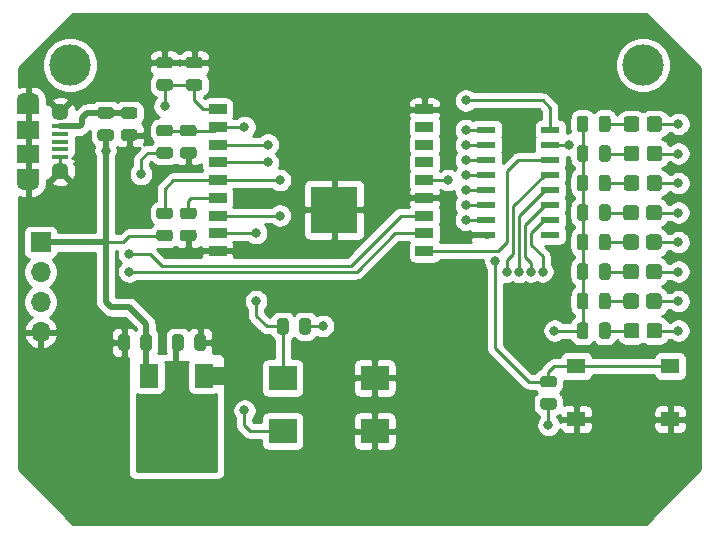
<source format=gbr>
G04 #@! TF.GenerationSoftware,KiCad,Pcbnew,(5.1.6)-1*
G04 #@! TF.CreationDate,2020-09-11T20:17:21+02:00*
G04 #@! TF.ProjectId,PacketVis,5061636b-6574-4566-9973-2e6b69636164,A01*
G04 #@! TF.SameCoordinates,Original*
G04 #@! TF.FileFunction,Copper,L1,Top*
G04 #@! TF.FilePolarity,Positive*
%FSLAX46Y46*%
G04 Gerber Fmt 4.6, Leading zero omitted, Abs format (unit mm)*
G04 Created by KiCad (PCBNEW (5.1.6)-1) date 2020-09-11 20:17:21*
%MOMM*%
%LPD*%
G01*
G04 APERTURE LIST*
G04 #@! TA.AperFunction,ComponentPad*
%ADD10O,1.700000X1.700000*%
G04 #@! TD*
G04 #@! TA.AperFunction,ComponentPad*
%ADD11R,1.700000X1.700000*%
G04 #@! TD*
G04 #@! TA.AperFunction,SMDPad,CuDef*
%ADD12R,4.000000X4.000000*%
G04 #@! TD*
G04 #@! TA.AperFunction,SMDPad,CuDef*
%ADD13R,1.500000X0.900000*%
G04 #@! TD*
G04 #@! TA.AperFunction,SMDPad,CuDef*
%ADD14R,1.550000X0.600000*%
G04 #@! TD*
G04 #@! TA.AperFunction,SMDPad,CuDef*
%ADD15R,2.400000X2.100000*%
G04 #@! TD*
G04 #@! TA.AperFunction,SMDPad,CuDef*
%ADD16R,1.550000X1.300000*%
G04 #@! TD*
G04 #@! TA.AperFunction,SMDPad,CuDef*
%ADD17R,1.500000X2.000000*%
G04 #@! TD*
G04 #@! TA.AperFunction,SMDPad,CuDef*
%ADD18R,3.800000X2.000000*%
G04 #@! TD*
G04 #@! TA.AperFunction,SMDPad,CuDef*
%ADD19R,1.900000X1.200000*%
G04 #@! TD*
G04 #@! TA.AperFunction,ComponentPad*
%ADD20O,1.900000X1.200000*%
G04 #@! TD*
G04 #@! TA.AperFunction,SMDPad,CuDef*
%ADD21R,1.900000X1.500000*%
G04 #@! TD*
G04 #@! TA.AperFunction,ComponentPad*
%ADD22C,1.450000*%
G04 #@! TD*
G04 #@! TA.AperFunction,SMDPad,CuDef*
%ADD23R,1.350000X0.400000*%
G04 #@! TD*
G04 #@! TA.AperFunction,ViaPad*
%ADD24C,3.500000*%
G04 #@! TD*
G04 #@! TA.AperFunction,ViaPad*
%ADD25C,0.800000*%
G04 #@! TD*
G04 #@! TA.AperFunction,Conductor*
%ADD26C,1.500000*%
G04 #@! TD*
G04 #@! TA.AperFunction,Conductor*
%ADD27C,0.250000*%
G04 #@! TD*
G04 #@! TA.AperFunction,Conductor*
%ADD28C,0.500000*%
G04 #@! TD*
G04 #@! TA.AperFunction,Conductor*
%ADD29C,0.508000*%
G04 #@! TD*
G04 #@! TA.AperFunction,Conductor*
%ADD30C,0.254000*%
G04 #@! TD*
G04 APERTURE END LIST*
D10*
X184680000Y-101620000D03*
X184680000Y-99080000D03*
X184680000Y-96540000D03*
D11*
X184680000Y-94000000D03*
D12*
X209530000Y-91260000D03*
D13*
X217180000Y-82750000D03*
X217180000Y-84250000D03*
X217180000Y-85750000D03*
X217180000Y-87250000D03*
X217180000Y-88750000D03*
X217180000Y-90250000D03*
X217180000Y-91750000D03*
X217180000Y-93250000D03*
X217180000Y-94750000D03*
X199680000Y-94750000D03*
X199680000Y-93250000D03*
X199680000Y-91750000D03*
X199680000Y-90250000D03*
X199680000Y-88750000D03*
X199680000Y-87250000D03*
X199680000Y-85750000D03*
X199680000Y-84250000D03*
X199680000Y-82750000D03*
D14*
X227830000Y-84500000D03*
X227830000Y-85770000D03*
X227830000Y-87040000D03*
X227830000Y-88310000D03*
X227830000Y-89580000D03*
X227830000Y-90850000D03*
X227830000Y-92120000D03*
X227830000Y-93390000D03*
X222430000Y-93390000D03*
X222430000Y-92120000D03*
X222430000Y-90850000D03*
X222430000Y-89580000D03*
X222430000Y-88310000D03*
X222430000Y-87040000D03*
X222430000Y-85770000D03*
X222430000Y-84500000D03*
D15*
X205180000Y-105500000D03*
X212980000Y-105500000D03*
X205180000Y-110000000D03*
X212980000Y-110000000D03*
D16*
X237975000Y-104500000D03*
X237975000Y-109000000D03*
X230025000Y-109000000D03*
X230025000Y-104500000D03*
G04 #@! TA.AperFunction,SMDPad,CuDef*
G36*
G01*
X189723750Y-84450000D02*
X190636250Y-84450000D01*
G75*
G02*
X190880000Y-84693750I0J-243750D01*
G01*
X190880000Y-85181250D01*
G75*
G02*
X190636250Y-85425000I-243750J0D01*
G01*
X189723750Y-85425000D01*
G75*
G02*
X189480000Y-85181250I0J243750D01*
G01*
X189480000Y-84693750D01*
G75*
G02*
X189723750Y-84450000I243750J0D01*
G01*
G37*
G04 #@! TD.AperFunction*
G04 #@! TA.AperFunction,SMDPad,CuDef*
G36*
G01*
X189723750Y-82575000D02*
X190636250Y-82575000D01*
G75*
G02*
X190880000Y-82818750I0J-243750D01*
G01*
X190880000Y-83306250D01*
G75*
G02*
X190636250Y-83550000I-243750J0D01*
G01*
X189723750Y-83550000D01*
G75*
G02*
X189480000Y-83306250I0J243750D01*
G01*
X189480000Y-82818750D01*
G75*
G02*
X189723750Y-82575000I243750J0D01*
G01*
G37*
G04 #@! TD.AperFunction*
D17*
X198480000Y-105350000D03*
X193880000Y-105350000D03*
X196180000Y-105350000D03*
D18*
X196180000Y-111650000D03*
G04 #@! TA.AperFunction,SMDPad,CuDef*
G36*
G01*
X195636250Y-92050000D02*
X194723750Y-92050000D01*
G75*
G02*
X194480000Y-91806250I0J243750D01*
G01*
X194480000Y-91318750D01*
G75*
G02*
X194723750Y-91075000I243750J0D01*
G01*
X195636250Y-91075000D01*
G75*
G02*
X195880000Y-91318750I0J-243750D01*
G01*
X195880000Y-91806250D01*
G75*
G02*
X195636250Y-92050000I-243750J0D01*
G01*
G37*
G04 #@! TD.AperFunction*
G04 #@! TA.AperFunction,SMDPad,CuDef*
G36*
G01*
X195636250Y-93925000D02*
X194723750Y-93925000D01*
G75*
G02*
X194480000Y-93681250I0J243750D01*
G01*
X194480000Y-93193750D01*
G75*
G02*
X194723750Y-92950000I243750J0D01*
G01*
X195636250Y-92950000D01*
G75*
G02*
X195880000Y-93193750I0J-243750D01*
G01*
X195880000Y-93681250D01*
G75*
G02*
X195636250Y-93925000I-243750J0D01*
G01*
G37*
G04 #@! TD.AperFunction*
G04 #@! TA.AperFunction,SMDPad,CuDef*
G36*
G01*
X228136250Y-106300000D02*
X227223750Y-106300000D01*
G75*
G02*
X226980000Y-106056250I0J243750D01*
G01*
X226980000Y-105568750D01*
G75*
G02*
X227223750Y-105325000I243750J0D01*
G01*
X228136250Y-105325000D01*
G75*
G02*
X228380000Y-105568750I0J-243750D01*
G01*
X228380000Y-106056250D01*
G75*
G02*
X228136250Y-106300000I-243750J0D01*
G01*
G37*
G04 #@! TD.AperFunction*
G04 #@! TA.AperFunction,SMDPad,CuDef*
G36*
G01*
X228136250Y-108175000D02*
X227223750Y-108175000D01*
G75*
G02*
X226980000Y-107931250I0J243750D01*
G01*
X226980000Y-107443750D01*
G75*
G02*
X227223750Y-107200000I243750J0D01*
G01*
X228136250Y-107200000D01*
G75*
G02*
X228380000Y-107443750I0J-243750D01*
G01*
X228380000Y-107931250D01*
G75*
G02*
X228136250Y-108175000I-243750J0D01*
G01*
G37*
G04 #@! TD.AperFunction*
G04 #@! TA.AperFunction,SMDPad,CuDef*
G36*
G01*
X195636250Y-85050000D02*
X194723750Y-85050000D01*
G75*
G02*
X194480000Y-84806250I0J243750D01*
G01*
X194480000Y-84318750D01*
G75*
G02*
X194723750Y-84075000I243750J0D01*
G01*
X195636250Y-84075000D01*
G75*
G02*
X195880000Y-84318750I0J-243750D01*
G01*
X195880000Y-84806250D01*
G75*
G02*
X195636250Y-85050000I-243750J0D01*
G01*
G37*
G04 #@! TD.AperFunction*
G04 #@! TA.AperFunction,SMDPad,CuDef*
G36*
G01*
X195636250Y-86925000D02*
X194723750Y-86925000D01*
G75*
G02*
X194480000Y-86681250I0J243750D01*
G01*
X194480000Y-86193750D01*
G75*
G02*
X194723750Y-85950000I243750J0D01*
G01*
X195636250Y-85950000D01*
G75*
G02*
X195880000Y-86193750I0J-243750D01*
G01*
X195880000Y-86681250D01*
G75*
G02*
X195636250Y-86925000I-243750J0D01*
G01*
G37*
G04 #@! TD.AperFunction*
G04 #@! TA.AperFunction,SMDPad,CuDef*
G36*
G01*
X196723750Y-92950000D02*
X197636250Y-92950000D01*
G75*
G02*
X197880000Y-93193750I0J-243750D01*
G01*
X197880000Y-93681250D01*
G75*
G02*
X197636250Y-93925000I-243750J0D01*
G01*
X196723750Y-93925000D01*
G75*
G02*
X196480000Y-93681250I0J243750D01*
G01*
X196480000Y-93193750D01*
G75*
G02*
X196723750Y-92950000I243750J0D01*
G01*
G37*
G04 #@! TD.AperFunction*
G04 #@! TA.AperFunction,SMDPad,CuDef*
G36*
G01*
X196723750Y-91075000D02*
X197636250Y-91075000D01*
G75*
G02*
X197880000Y-91318750I0J-243750D01*
G01*
X197880000Y-91806250D01*
G75*
G02*
X197636250Y-92050000I-243750J0D01*
G01*
X196723750Y-92050000D01*
G75*
G02*
X196480000Y-91806250I0J243750D01*
G01*
X196480000Y-91318750D01*
G75*
G02*
X196723750Y-91075000I243750J0D01*
G01*
G37*
G04 #@! TD.AperFunction*
G04 #@! TA.AperFunction,SMDPad,CuDef*
G36*
G01*
X205680000Y-100673750D02*
X205680000Y-101586250D01*
G75*
G02*
X205436250Y-101830000I-243750J0D01*
G01*
X204948750Y-101830000D01*
G75*
G02*
X204705000Y-101586250I0J243750D01*
G01*
X204705000Y-100673750D01*
G75*
G02*
X204948750Y-100430000I243750J0D01*
G01*
X205436250Y-100430000D01*
G75*
G02*
X205680000Y-100673750I0J-243750D01*
G01*
G37*
G04 #@! TD.AperFunction*
G04 #@! TA.AperFunction,SMDPad,CuDef*
G36*
G01*
X207555000Y-100673750D02*
X207555000Y-101586250D01*
G75*
G02*
X207311250Y-101830000I-243750J0D01*
G01*
X206823750Y-101830000D01*
G75*
G02*
X206580000Y-101586250I0J243750D01*
G01*
X206580000Y-100673750D01*
G75*
G02*
X206823750Y-100430000I243750J0D01*
G01*
X207311250Y-100430000D01*
G75*
G02*
X207555000Y-100673750I0J-243750D01*
G01*
G37*
G04 #@! TD.AperFunction*
D19*
X183642500Y-82600000D03*
X183642500Y-88400000D03*
D20*
X183642500Y-89000000D03*
X183642500Y-82000000D03*
D21*
X183642500Y-84500000D03*
D22*
X186342500Y-88000000D03*
D23*
X186342500Y-85500000D03*
X186342500Y-86150000D03*
X186342500Y-86800000D03*
X186342500Y-84200000D03*
X186342500Y-84850000D03*
D22*
X186342500Y-83000000D03*
D21*
X183642500Y-86500000D03*
G04 #@! TA.AperFunction,SMDPad,CuDef*
G36*
G01*
X197692500Y-102956250D02*
X197692500Y-102043750D01*
G75*
G02*
X197936250Y-101800000I243750J0D01*
G01*
X198423750Y-101800000D01*
G75*
G02*
X198667500Y-102043750I0J-243750D01*
G01*
X198667500Y-102956250D01*
G75*
G02*
X198423750Y-103200000I-243750J0D01*
G01*
X197936250Y-103200000D01*
G75*
G02*
X197692500Y-102956250I0J243750D01*
G01*
G37*
G04 #@! TD.AperFunction*
G04 #@! TA.AperFunction,SMDPad,CuDef*
G36*
G01*
X195817500Y-102956250D02*
X195817500Y-102043750D01*
G75*
G02*
X196061250Y-101800000I243750J0D01*
G01*
X196548750Y-101800000D01*
G75*
G02*
X196792500Y-102043750I0J-243750D01*
G01*
X196792500Y-102956250D01*
G75*
G02*
X196548750Y-103200000I-243750J0D01*
G01*
X196061250Y-103200000D01*
G75*
G02*
X195817500Y-102956250I0J243750D01*
G01*
G37*
G04 #@! TD.AperFunction*
G04 #@! TA.AperFunction,SMDPad,CuDef*
G36*
G01*
X196723750Y-85950000D02*
X197636250Y-85950000D01*
G75*
G02*
X197880000Y-86193750I0J-243750D01*
G01*
X197880000Y-86681250D01*
G75*
G02*
X197636250Y-86925000I-243750J0D01*
G01*
X196723750Y-86925000D01*
G75*
G02*
X196480000Y-86681250I0J243750D01*
G01*
X196480000Y-86193750D01*
G75*
G02*
X196723750Y-85950000I243750J0D01*
G01*
G37*
G04 #@! TD.AperFunction*
G04 #@! TA.AperFunction,SMDPad,CuDef*
G36*
G01*
X196723750Y-84075000D02*
X197636250Y-84075000D01*
G75*
G02*
X197880000Y-84318750I0J-243750D01*
G01*
X197880000Y-84806250D01*
G75*
G02*
X197636250Y-85050000I-243750J0D01*
G01*
X196723750Y-85050000D01*
G75*
G02*
X196480000Y-84806250I0J243750D01*
G01*
X196480000Y-84318750D01*
G75*
G02*
X196723750Y-84075000I243750J0D01*
G01*
G37*
G04 #@! TD.AperFunction*
G04 #@! TA.AperFunction,SMDPad,CuDef*
G36*
G01*
X192230000Y-102043750D02*
X192230000Y-102956250D01*
G75*
G02*
X191986250Y-103200000I-243750J0D01*
G01*
X191498750Y-103200000D01*
G75*
G02*
X191255000Y-102956250I0J243750D01*
G01*
X191255000Y-102043750D01*
G75*
G02*
X191498750Y-101800000I243750J0D01*
G01*
X191986250Y-101800000D01*
G75*
G02*
X192230000Y-102043750I0J-243750D01*
G01*
G37*
G04 #@! TD.AperFunction*
G04 #@! TA.AperFunction,SMDPad,CuDef*
G36*
G01*
X194105000Y-102043750D02*
X194105000Y-102956250D01*
G75*
G02*
X193861250Y-103200000I-243750J0D01*
G01*
X193373750Y-103200000D01*
G75*
G02*
X193130000Y-102956250I0J243750D01*
G01*
X193130000Y-102043750D01*
G75*
G02*
X193373750Y-101800000I243750J0D01*
G01*
X193861250Y-101800000D01*
G75*
G02*
X194105000Y-102043750I0J-243750D01*
G01*
G37*
G04 #@! TD.AperFunction*
G04 #@! TA.AperFunction,SMDPad,CuDef*
G36*
G01*
X191723750Y-84450000D02*
X192636250Y-84450000D01*
G75*
G02*
X192880000Y-84693750I0J-243750D01*
G01*
X192880000Y-85181250D01*
G75*
G02*
X192636250Y-85425000I-243750J0D01*
G01*
X191723750Y-85425000D01*
G75*
G02*
X191480000Y-85181250I0J243750D01*
G01*
X191480000Y-84693750D01*
G75*
G02*
X191723750Y-84450000I243750J0D01*
G01*
G37*
G04 #@! TD.AperFunction*
G04 #@! TA.AperFunction,SMDPad,CuDef*
G36*
G01*
X191723750Y-82575000D02*
X192636250Y-82575000D01*
G75*
G02*
X192880000Y-82818750I0J-243750D01*
G01*
X192880000Y-83306250D01*
G75*
G02*
X192636250Y-83550000I-243750J0D01*
G01*
X191723750Y-83550000D01*
G75*
G02*
X191480000Y-83306250I0J243750D01*
G01*
X191480000Y-82818750D01*
G75*
G02*
X191723750Y-82575000I243750J0D01*
G01*
G37*
G04 #@! TD.AperFunction*
G04 #@! TA.AperFunction,SMDPad,CuDef*
G36*
G01*
X198136250Y-79300000D02*
X197223750Y-79300000D01*
G75*
G02*
X196980000Y-79056250I0J243750D01*
G01*
X196980000Y-78568750D01*
G75*
G02*
X197223750Y-78325000I243750J0D01*
G01*
X198136250Y-78325000D01*
G75*
G02*
X198380000Y-78568750I0J-243750D01*
G01*
X198380000Y-79056250D01*
G75*
G02*
X198136250Y-79300000I-243750J0D01*
G01*
G37*
G04 #@! TD.AperFunction*
G04 #@! TA.AperFunction,SMDPad,CuDef*
G36*
G01*
X198136250Y-81175000D02*
X197223750Y-81175000D01*
G75*
G02*
X196980000Y-80931250I0J243750D01*
G01*
X196980000Y-80443750D01*
G75*
G02*
X197223750Y-80200000I243750J0D01*
G01*
X198136250Y-80200000D01*
G75*
G02*
X198380000Y-80443750I0J-243750D01*
G01*
X198380000Y-80931250D01*
G75*
G02*
X198136250Y-81175000I-243750J0D01*
G01*
G37*
G04 #@! TD.AperFunction*
G04 #@! TA.AperFunction,SMDPad,CuDef*
G36*
G01*
X195636250Y-79300000D02*
X194723750Y-79300000D01*
G75*
G02*
X194480000Y-79056250I0J243750D01*
G01*
X194480000Y-78568750D01*
G75*
G02*
X194723750Y-78325000I243750J0D01*
G01*
X195636250Y-78325000D01*
G75*
G02*
X195880000Y-78568750I0J-243750D01*
G01*
X195880000Y-79056250D01*
G75*
G02*
X195636250Y-79300000I-243750J0D01*
G01*
G37*
G04 #@! TD.AperFunction*
G04 #@! TA.AperFunction,SMDPad,CuDef*
G36*
G01*
X195636250Y-81175000D02*
X194723750Y-81175000D01*
G75*
G02*
X194480000Y-80931250I0J243750D01*
G01*
X194480000Y-80443750D01*
G75*
G02*
X194723750Y-80200000I243750J0D01*
G01*
X195636250Y-80200000D01*
G75*
G02*
X195880000Y-80443750I0J-243750D01*
G01*
X195880000Y-80931250D01*
G75*
G02*
X195636250Y-81175000I-243750J0D01*
G01*
G37*
G04 #@! TD.AperFunction*
G04 #@! TA.AperFunction,SMDPad,CuDef*
G36*
G01*
X231960000Y-101956250D02*
X231960000Y-101043750D01*
G75*
G02*
X232203750Y-100800000I243750J0D01*
G01*
X232691250Y-100800000D01*
G75*
G02*
X232935000Y-101043750I0J-243750D01*
G01*
X232935000Y-101956250D01*
G75*
G02*
X232691250Y-102200000I-243750J0D01*
G01*
X232203750Y-102200000D01*
G75*
G02*
X231960000Y-101956250I0J243750D01*
G01*
G37*
G04 #@! TD.AperFunction*
G04 #@! TA.AperFunction,SMDPad,CuDef*
G36*
G01*
X230085000Y-101956250D02*
X230085000Y-101043750D01*
G75*
G02*
X230328750Y-100800000I243750J0D01*
G01*
X230816250Y-100800000D01*
G75*
G02*
X231060000Y-101043750I0J-243750D01*
G01*
X231060000Y-101956250D01*
G75*
G02*
X230816250Y-102200000I-243750J0D01*
G01*
X230328750Y-102200000D01*
G75*
G02*
X230085000Y-101956250I0J243750D01*
G01*
G37*
G04 #@! TD.AperFunction*
G04 #@! TA.AperFunction,SMDPad,CuDef*
G36*
G01*
X231960000Y-99456250D02*
X231960000Y-98543750D01*
G75*
G02*
X232203750Y-98300000I243750J0D01*
G01*
X232691250Y-98300000D01*
G75*
G02*
X232935000Y-98543750I0J-243750D01*
G01*
X232935000Y-99456250D01*
G75*
G02*
X232691250Y-99700000I-243750J0D01*
G01*
X232203750Y-99700000D01*
G75*
G02*
X231960000Y-99456250I0J243750D01*
G01*
G37*
G04 #@! TD.AperFunction*
G04 #@! TA.AperFunction,SMDPad,CuDef*
G36*
G01*
X230085000Y-99456250D02*
X230085000Y-98543750D01*
G75*
G02*
X230328750Y-98300000I243750J0D01*
G01*
X230816250Y-98300000D01*
G75*
G02*
X231060000Y-98543750I0J-243750D01*
G01*
X231060000Y-99456250D01*
G75*
G02*
X230816250Y-99700000I-243750J0D01*
G01*
X230328750Y-99700000D01*
G75*
G02*
X230085000Y-99456250I0J243750D01*
G01*
G37*
G04 #@! TD.AperFunction*
G04 #@! TA.AperFunction,SMDPad,CuDef*
G36*
G01*
X231960000Y-96956250D02*
X231960000Y-96043750D01*
G75*
G02*
X232203750Y-95800000I243750J0D01*
G01*
X232691250Y-95800000D01*
G75*
G02*
X232935000Y-96043750I0J-243750D01*
G01*
X232935000Y-96956250D01*
G75*
G02*
X232691250Y-97200000I-243750J0D01*
G01*
X232203750Y-97200000D01*
G75*
G02*
X231960000Y-96956250I0J243750D01*
G01*
G37*
G04 #@! TD.AperFunction*
G04 #@! TA.AperFunction,SMDPad,CuDef*
G36*
G01*
X230085000Y-96956250D02*
X230085000Y-96043750D01*
G75*
G02*
X230328750Y-95800000I243750J0D01*
G01*
X230816250Y-95800000D01*
G75*
G02*
X231060000Y-96043750I0J-243750D01*
G01*
X231060000Y-96956250D01*
G75*
G02*
X230816250Y-97200000I-243750J0D01*
G01*
X230328750Y-97200000D01*
G75*
G02*
X230085000Y-96956250I0J243750D01*
G01*
G37*
G04 #@! TD.AperFunction*
G04 #@! TA.AperFunction,SMDPad,CuDef*
G36*
G01*
X231960000Y-94456250D02*
X231960000Y-93543750D01*
G75*
G02*
X232203750Y-93300000I243750J0D01*
G01*
X232691250Y-93300000D01*
G75*
G02*
X232935000Y-93543750I0J-243750D01*
G01*
X232935000Y-94456250D01*
G75*
G02*
X232691250Y-94700000I-243750J0D01*
G01*
X232203750Y-94700000D01*
G75*
G02*
X231960000Y-94456250I0J243750D01*
G01*
G37*
G04 #@! TD.AperFunction*
G04 #@! TA.AperFunction,SMDPad,CuDef*
G36*
G01*
X230085000Y-94456250D02*
X230085000Y-93543750D01*
G75*
G02*
X230328750Y-93300000I243750J0D01*
G01*
X230816250Y-93300000D01*
G75*
G02*
X231060000Y-93543750I0J-243750D01*
G01*
X231060000Y-94456250D01*
G75*
G02*
X230816250Y-94700000I-243750J0D01*
G01*
X230328750Y-94700000D01*
G75*
G02*
X230085000Y-94456250I0J243750D01*
G01*
G37*
G04 #@! TD.AperFunction*
G04 #@! TA.AperFunction,SMDPad,CuDef*
G36*
G01*
X231960000Y-91956250D02*
X231960000Y-91043750D01*
G75*
G02*
X232203750Y-90800000I243750J0D01*
G01*
X232691250Y-90800000D01*
G75*
G02*
X232935000Y-91043750I0J-243750D01*
G01*
X232935000Y-91956250D01*
G75*
G02*
X232691250Y-92200000I-243750J0D01*
G01*
X232203750Y-92200000D01*
G75*
G02*
X231960000Y-91956250I0J243750D01*
G01*
G37*
G04 #@! TD.AperFunction*
G04 #@! TA.AperFunction,SMDPad,CuDef*
G36*
G01*
X230085000Y-91956250D02*
X230085000Y-91043750D01*
G75*
G02*
X230328750Y-90800000I243750J0D01*
G01*
X230816250Y-90800000D01*
G75*
G02*
X231060000Y-91043750I0J-243750D01*
G01*
X231060000Y-91956250D01*
G75*
G02*
X230816250Y-92200000I-243750J0D01*
G01*
X230328750Y-92200000D01*
G75*
G02*
X230085000Y-91956250I0J243750D01*
G01*
G37*
G04 #@! TD.AperFunction*
G04 #@! TA.AperFunction,SMDPad,CuDef*
G36*
G01*
X231960000Y-89456250D02*
X231960000Y-88543750D01*
G75*
G02*
X232203750Y-88300000I243750J0D01*
G01*
X232691250Y-88300000D01*
G75*
G02*
X232935000Y-88543750I0J-243750D01*
G01*
X232935000Y-89456250D01*
G75*
G02*
X232691250Y-89700000I-243750J0D01*
G01*
X232203750Y-89700000D01*
G75*
G02*
X231960000Y-89456250I0J243750D01*
G01*
G37*
G04 #@! TD.AperFunction*
G04 #@! TA.AperFunction,SMDPad,CuDef*
G36*
G01*
X230085000Y-89456250D02*
X230085000Y-88543750D01*
G75*
G02*
X230328750Y-88300000I243750J0D01*
G01*
X230816250Y-88300000D01*
G75*
G02*
X231060000Y-88543750I0J-243750D01*
G01*
X231060000Y-89456250D01*
G75*
G02*
X230816250Y-89700000I-243750J0D01*
G01*
X230328750Y-89700000D01*
G75*
G02*
X230085000Y-89456250I0J243750D01*
G01*
G37*
G04 #@! TD.AperFunction*
G04 #@! TA.AperFunction,SMDPad,CuDef*
G36*
G01*
X231960000Y-86956250D02*
X231960000Y-86043750D01*
G75*
G02*
X232203750Y-85800000I243750J0D01*
G01*
X232691250Y-85800000D01*
G75*
G02*
X232935000Y-86043750I0J-243750D01*
G01*
X232935000Y-86956250D01*
G75*
G02*
X232691250Y-87200000I-243750J0D01*
G01*
X232203750Y-87200000D01*
G75*
G02*
X231960000Y-86956250I0J243750D01*
G01*
G37*
G04 #@! TD.AperFunction*
G04 #@! TA.AperFunction,SMDPad,CuDef*
G36*
G01*
X230085000Y-86956250D02*
X230085000Y-86043750D01*
G75*
G02*
X230328750Y-85800000I243750J0D01*
G01*
X230816250Y-85800000D01*
G75*
G02*
X231060000Y-86043750I0J-243750D01*
G01*
X231060000Y-86956250D01*
G75*
G02*
X230816250Y-87200000I-243750J0D01*
G01*
X230328750Y-87200000D01*
G75*
G02*
X230085000Y-86956250I0J243750D01*
G01*
G37*
G04 #@! TD.AperFunction*
G04 #@! TA.AperFunction,SMDPad,CuDef*
G36*
G01*
X231960000Y-84456250D02*
X231960000Y-83543750D01*
G75*
G02*
X232203750Y-83300000I243750J0D01*
G01*
X232691250Y-83300000D01*
G75*
G02*
X232935000Y-83543750I0J-243750D01*
G01*
X232935000Y-84456250D01*
G75*
G02*
X232691250Y-84700000I-243750J0D01*
G01*
X232203750Y-84700000D01*
G75*
G02*
X231960000Y-84456250I0J243750D01*
G01*
G37*
G04 #@! TD.AperFunction*
G04 #@! TA.AperFunction,SMDPad,CuDef*
G36*
G01*
X230085000Y-84456250D02*
X230085000Y-83543750D01*
G75*
G02*
X230328750Y-83300000I243750J0D01*
G01*
X230816250Y-83300000D01*
G75*
G02*
X231060000Y-83543750I0J-243750D01*
G01*
X231060000Y-84456250D01*
G75*
G02*
X230816250Y-84700000I-243750J0D01*
G01*
X230328750Y-84700000D01*
G75*
G02*
X230085000Y-84456250I0J243750D01*
G01*
G37*
G04 #@! TD.AperFunction*
G04 #@! TA.AperFunction,SMDPad,CuDef*
G36*
G01*
X235380000Y-83600000D02*
X235380000Y-84400000D01*
G75*
G02*
X235130000Y-84650000I-250000J0D01*
G01*
X234305000Y-84650000D01*
G75*
G02*
X234055000Y-84400000I0J250000D01*
G01*
X234055000Y-83600000D01*
G75*
G02*
X234305000Y-83350000I250000J0D01*
G01*
X235130000Y-83350000D01*
G75*
G02*
X235380000Y-83600000I0J-250000D01*
G01*
G37*
G04 #@! TD.AperFunction*
G04 #@! TA.AperFunction,SMDPad,CuDef*
G36*
G01*
X237305000Y-83600000D02*
X237305000Y-84400000D01*
G75*
G02*
X237055000Y-84650000I-250000J0D01*
G01*
X236230000Y-84650000D01*
G75*
G02*
X235980000Y-84400000I0J250000D01*
G01*
X235980000Y-83600000D01*
G75*
G02*
X236230000Y-83350000I250000J0D01*
G01*
X237055000Y-83350000D01*
G75*
G02*
X237305000Y-83600000I0J-250000D01*
G01*
G37*
G04 #@! TD.AperFunction*
G04 #@! TA.AperFunction,SMDPad,CuDef*
G36*
G01*
X235380000Y-101100000D02*
X235380000Y-101900000D01*
G75*
G02*
X235130000Y-102150000I-250000J0D01*
G01*
X234305000Y-102150000D01*
G75*
G02*
X234055000Y-101900000I0J250000D01*
G01*
X234055000Y-101100000D01*
G75*
G02*
X234305000Y-100850000I250000J0D01*
G01*
X235130000Y-100850000D01*
G75*
G02*
X235380000Y-101100000I0J-250000D01*
G01*
G37*
G04 #@! TD.AperFunction*
G04 #@! TA.AperFunction,SMDPad,CuDef*
G36*
G01*
X237305000Y-101100000D02*
X237305000Y-101900000D01*
G75*
G02*
X237055000Y-102150000I-250000J0D01*
G01*
X236230000Y-102150000D01*
G75*
G02*
X235980000Y-101900000I0J250000D01*
G01*
X235980000Y-101100000D01*
G75*
G02*
X236230000Y-100850000I250000J0D01*
G01*
X237055000Y-100850000D01*
G75*
G02*
X237305000Y-101100000I0J-250000D01*
G01*
G37*
G04 #@! TD.AperFunction*
G04 #@! TA.AperFunction,SMDPad,CuDef*
G36*
G01*
X235342500Y-98600000D02*
X235342500Y-99400000D01*
G75*
G02*
X235092500Y-99650000I-250000J0D01*
G01*
X234267500Y-99650000D01*
G75*
G02*
X234017500Y-99400000I0J250000D01*
G01*
X234017500Y-98600000D01*
G75*
G02*
X234267500Y-98350000I250000J0D01*
G01*
X235092500Y-98350000D01*
G75*
G02*
X235342500Y-98600000I0J-250000D01*
G01*
G37*
G04 #@! TD.AperFunction*
G04 #@! TA.AperFunction,SMDPad,CuDef*
G36*
G01*
X237267500Y-98600000D02*
X237267500Y-99400000D01*
G75*
G02*
X237017500Y-99650000I-250000J0D01*
G01*
X236192500Y-99650000D01*
G75*
G02*
X235942500Y-99400000I0J250000D01*
G01*
X235942500Y-98600000D01*
G75*
G02*
X236192500Y-98350000I250000J0D01*
G01*
X237017500Y-98350000D01*
G75*
G02*
X237267500Y-98600000I0J-250000D01*
G01*
G37*
G04 #@! TD.AperFunction*
G04 #@! TA.AperFunction,SMDPad,CuDef*
G36*
G01*
X235342500Y-96100000D02*
X235342500Y-96900000D01*
G75*
G02*
X235092500Y-97150000I-250000J0D01*
G01*
X234267500Y-97150000D01*
G75*
G02*
X234017500Y-96900000I0J250000D01*
G01*
X234017500Y-96100000D01*
G75*
G02*
X234267500Y-95850000I250000J0D01*
G01*
X235092500Y-95850000D01*
G75*
G02*
X235342500Y-96100000I0J-250000D01*
G01*
G37*
G04 #@! TD.AperFunction*
G04 #@! TA.AperFunction,SMDPad,CuDef*
G36*
G01*
X237267500Y-96100000D02*
X237267500Y-96900000D01*
G75*
G02*
X237017500Y-97150000I-250000J0D01*
G01*
X236192500Y-97150000D01*
G75*
G02*
X235942500Y-96900000I0J250000D01*
G01*
X235942500Y-96100000D01*
G75*
G02*
X236192500Y-95850000I250000J0D01*
G01*
X237017500Y-95850000D01*
G75*
G02*
X237267500Y-96100000I0J-250000D01*
G01*
G37*
G04 #@! TD.AperFunction*
G04 #@! TA.AperFunction,SMDPad,CuDef*
G36*
G01*
X235342500Y-93600000D02*
X235342500Y-94400000D01*
G75*
G02*
X235092500Y-94650000I-250000J0D01*
G01*
X234267500Y-94650000D01*
G75*
G02*
X234017500Y-94400000I0J250000D01*
G01*
X234017500Y-93600000D01*
G75*
G02*
X234267500Y-93350000I250000J0D01*
G01*
X235092500Y-93350000D01*
G75*
G02*
X235342500Y-93600000I0J-250000D01*
G01*
G37*
G04 #@! TD.AperFunction*
G04 #@! TA.AperFunction,SMDPad,CuDef*
G36*
G01*
X237267500Y-93600000D02*
X237267500Y-94400000D01*
G75*
G02*
X237017500Y-94650000I-250000J0D01*
G01*
X236192500Y-94650000D01*
G75*
G02*
X235942500Y-94400000I0J250000D01*
G01*
X235942500Y-93600000D01*
G75*
G02*
X236192500Y-93350000I250000J0D01*
G01*
X237017500Y-93350000D01*
G75*
G02*
X237267500Y-93600000I0J-250000D01*
G01*
G37*
G04 #@! TD.AperFunction*
G04 #@! TA.AperFunction,SMDPad,CuDef*
G36*
G01*
X235342500Y-91100000D02*
X235342500Y-91900000D01*
G75*
G02*
X235092500Y-92150000I-250000J0D01*
G01*
X234267500Y-92150000D01*
G75*
G02*
X234017500Y-91900000I0J250000D01*
G01*
X234017500Y-91100000D01*
G75*
G02*
X234267500Y-90850000I250000J0D01*
G01*
X235092500Y-90850000D01*
G75*
G02*
X235342500Y-91100000I0J-250000D01*
G01*
G37*
G04 #@! TD.AperFunction*
G04 #@! TA.AperFunction,SMDPad,CuDef*
G36*
G01*
X237267500Y-91100000D02*
X237267500Y-91900000D01*
G75*
G02*
X237017500Y-92150000I-250000J0D01*
G01*
X236192500Y-92150000D01*
G75*
G02*
X235942500Y-91900000I0J250000D01*
G01*
X235942500Y-91100000D01*
G75*
G02*
X236192500Y-90850000I250000J0D01*
G01*
X237017500Y-90850000D01*
G75*
G02*
X237267500Y-91100000I0J-250000D01*
G01*
G37*
G04 #@! TD.AperFunction*
G04 #@! TA.AperFunction,SMDPad,CuDef*
G36*
G01*
X235380000Y-88600000D02*
X235380000Y-89400000D01*
G75*
G02*
X235130000Y-89650000I-250000J0D01*
G01*
X234305000Y-89650000D01*
G75*
G02*
X234055000Y-89400000I0J250000D01*
G01*
X234055000Y-88600000D01*
G75*
G02*
X234305000Y-88350000I250000J0D01*
G01*
X235130000Y-88350000D01*
G75*
G02*
X235380000Y-88600000I0J-250000D01*
G01*
G37*
G04 #@! TD.AperFunction*
G04 #@! TA.AperFunction,SMDPad,CuDef*
G36*
G01*
X237305000Y-88600000D02*
X237305000Y-89400000D01*
G75*
G02*
X237055000Y-89650000I-250000J0D01*
G01*
X236230000Y-89650000D01*
G75*
G02*
X235980000Y-89400000I0J250000D01*
G01*
X235980000Y-88600000D01*
G75*
G02*
X236230000Y-88350000I250000J0D01*
G01*
X237055000Y-88350000D01*
G75*
G02*
X237305000Y-88600000I0J-250000D01*
G01*
G37*
G04 #@! TD.AperFunction*
G04 #@! TA.AperFunction,SMDPad,CuDef*
G36*
G01*
X235380000Y-86100000D02*
X235380000Y-86900000D01*
G75*
G02*
X235130000Y-87150000I-250000J0D01*
G01*
X234305000Y-87150000D01*
G75*
G02*
X234055000Y-86900000I0J250000D01*
G01*
X234055000Y-86100000D01*
G75*
G02*
X234305000Y-85850000I250000J0D01*
G01*
X235130000Y-85850000D01*
G75*
G02*
X235380000Y-86100000I0J-250000D01*
G01*
G37*
G04 #@! TD.AperFunction*
G04 #@! TA.AperFunction,SMDPad,CuDef*
G36*
G01*
X237305000Y-86100000D02*
X237305000Y-86900000D01*
G75*
G02*
X237055000Y-87150000I-250000J0D01*
G01*
X236230000Y-87150000D01*
G75*
G02*
X235980000Y-86900000I0J250000D01*
G01*
X235980000Y-86100000D01*
G75*
G02*
X236230000Y-85850000I250000J0D01*
G01*
X237055000Y-85850000D01*
G75*
G02*
X237305000Y-86100000I0J-250000D01*
G01*
G37*
G04 #@! TD.AperFunction*
D24*
X187180000Y-79000000D03*
X235680000Y-79000000D03*
D25*
X201929960Y-84250000D03*
X201930008Y-108250008D03*
X193680000Y-108500000D03*
X194680000Y-108500000D03*
X195680000Y-108500000D03*
X196680000Y-108500000D03*
X197680000Y-108500000D03*
X198680000Y-108500000D03*
X195180000Y-82500000D03*
X208580000Y-101100000D03*
X193180000Y-88250000D03*
X227680000Y-109500000D03*
X228180000Y-101500000D03*
X203930000Y-85749994D03*
X223180000Y-95600000D03*
X204930018Y-88750000D03*
X224180000Y-96500000D03*
X225179929Y-96512821D03*
X219180000Y-88750000D03*
X192180000Y-95000000D03*
X192180000Y-96500000D03*
X202930000Y-93250000D03*
X202930000Y-99000000D03*
X204930000Y-91749982D03*
X226180000Y-96500008D03*
X203930000Y-87250000D03*
X227180000Y-96500000D03*
X220680000Y-82000000D03*
X190180000Y-86250000D03*
X238680000Y-84000000D03*
X229429998Y-85750000D03*
X220680000Y-84500000D03*
X238680000Y-86500000D03*
X220680000Y-85770000D03*
X238680000Y-89000000D03*
X220680000Y-87040000D03*
X238680000Y-91500000D03*
X220680000Y-88310000D03*
X238680000Y-94000000D03*
X220680000Y-89580000D03*
X238680000Y-96500000D03*
X220680000Y-90850000D03*
X238680000Y-99000000D03*
X220680000Y-92120000D03*
X238680000Y-101500000D03*
D26*
X198480000Y-105350000D02*
X201030000Y-105350000D01*
D27*
X186342500Y-86800000D02*
X186342500Y-88000000D01*
X199367500Y-84562500D02*
X199680000Y-84250000D01*
X197180000Y-84562500D02*
X199367500Y-84562500D01*
X197180000Y-84562500D02*
X195180000Y-84562500D01*
X199680000Y-84250000D02*
X201929960Y-84250000D01*
X201930000Y-108250016D02*
X201930008Y-108250008D01*
X201930000Y-109500000D02*
X201930000Y-108250016D01*
X205180000Y-110000000D02*
X202430000Y-110000000D01*
X202430000Y-110000000D02*
X201930000Y-109500000D01*
X230572500Y-84000000D02*
X230572500Y-101500000D01*
X199680000Y-82750000D02*
X198430000Y-82750000D01*
X198430000Y-82750000D02*
X197680000Y-82000000D01*
X197680000Y-82000000D02*
X197680000Y-80687500D01*
X196880000Y-80687500D02*
X195180000Y-80687500D01*
X197680000Y-80687500D02*
X196880000Y-80687500D01*
X196180000Y-102625000D02*
X196305000Y-102500000D01*
D28*
X196180000Y-105350000D02*
X196180000Y-102625000D01*
D27*
X195180000Y-80687500D02*
X195180000Y-82500000D01*
X207097500Y-101100000D02*
X207067500Y-101130000D01*
X208580000Y-101100000D02*
X207097500Y-101100000D01*
X227680000Y-107687500D02*
X227680000Y-109500000D01*
X193180000Y-87000000D02*
X193180000Y-88250000D01*
X195180000Y-86437500D02*
X193742500Y-86437500D01*
X193742500Y-86437500D02*
X193180000Y-87000000D01*
X230572500Y-101500000D02*
X228180000Y-101500000D01*
X228180000Y-104500000D02*
X230025000Y-104500000D01*
X227680000Y-105812500D02*
X227680000Y-105000000D01*
X227680000Y-105000000D02*
X228180000Y-104500000D01*
X230025000Y-104500000D02*
X237975000Y-104500000D01*
X199680000Y-85750000D02*
X203929994Y-85750000D01*
X203929994Y-85750000D02*
X203930000Y-85749994D01*
X223180000Y-96165685D02*
X223180000Y-95600000D01*
X223180000Y-103000000D02*
X223180000Y-96165685D01*
X227680000Y-105812500D02*
X225992500Y-105812500D01*
X225992500Y-105812500D02*
X223180000Y-103000000D01*
X199680000Y-88750000D02*
X195930000Y-88750000D01*
X195930000Y-88750000D02*
X195180000Y-89500000D01*
X195180000Y-89500000D02*
X195180000Y-91562500D01*
X199680000Y-88750000D02*
X204930018Y-88750000D01*
X224680000Y-90985000D02*
X224680000Y-95000000D01*
X227830000Y-88310000D02*
X227355000Y-88310000D01*
X227355000Y-88310000D02*
X224680000Y-90985000D01*
X224680000Y-95000000D02*
X224180000Y-95500000D01*
X224180000Y-95500000D02*
X224180000Y-96500000D01*
X234717500Y-89000000D02*
X232447500Y-89000000D01*
X232447500Y-91500000D02*
X234680000Y-91500000D01*
X234680000Y-94000000D02*
X232447500Y-94000000D01*
X232447500Y-96500000D02*
X234680000Y-96500000D01*
X234680000Y-99000000D02*
X232447500Y-99000000D01*
X232447500Y-101500000D02*
X234717500Y-101500000D01*
X227355000Y-89580000D02*
X225179929Y-91755071D01*
X225179929Y-91755071D02*
X225179929Y-95947136D01*
X225179929Y-95947136D02*
X225179929Y-96512821D01*
X227830000Y-89580000D02*
X227355000Y-89580000D01*
X217180000Y-88750000D02*
X219180000Y-88750000D01*
X215180000Y-91750000D02*
X210930000Y-96000000D01*
X217180000Y-91750000D02*
X215180000Y-91750000D01*
X210930000Y-96000000D02*
X194930000Y-96000000D01*
X194930000Y-96000000D02*
X193930000Y-95000000D01*
X193930000Y-95000000D02*
X192180000Y-95000000D01*
X217180000Y-93250000D02*
X214930000Y-93250000D01*
X214930000Y-93250000D02*
X214680000Y-93250000D01*
X214680000Y-93250000D02*
X211430000Y-96500000D01*
X211430000Y-96500000D02*
X192180000Y-96500000D01*
X224180000Y-94000000D02*
X224180000Y-88000000D01*
X217180000Y-94750000D02*
X223430000Y-94750000D01*
X223430000Y-94750000D02*
X224180000Y-94000000D01*
X225140000Y-87040000D02*
X227830000Y-87040000D01*
X224180000Y-88000000D02*
X225140000Y-87040000D01*
X199680000Y-93250000D02*
X199980000Y-93250000D01*
X199980000Y-93250000D02*
X200230000Y-93500000D01*
X199980000Y-93250000D02*
X202930000Y-93250000D01*
X205192500Y-105487500D02*
X205180000Y-105500000D01*
X205192500Y-101130000D02*
X205192500Y-105487500D01*
X202930000Y-100250000D02*
X202930000Y-99000000D01*
X205192500Y-101130000D02*
X203810000Y-101130000D01*
X203810000Y-101130000D02*
X202930000Y-100250000D01*
X204929982Y-91750000D02*
X204930000Y-91749982D01*
X199680000Y-91750000D02*
X204929982Y-91750000D01*
X226180000Y-95750004D02*
X226180000Y-96500008D01*
X225680000Y-95250004D02*
X226180000Y-95750004D01*
X225680000Y-92525000D02*
X225680000Y-95250004D01*
X227830000Y-90850000D02*
X227355000Y-90850000D01*
X227355000Y-90850000D02*
X225680000Y-92525000D01*
X199680000Y-87250000D02*
X203930000Y-87250000D01*
X227180000Y-95934315D02*
X227180000Y-96500000D01*
X227180000Y-95217158D02*
X227180000Y-95934315D01*
X226180000Y-94217158D02*
X227180000Y-95217158D01*
X226180000Y-93250000D02*
X226180000Y-94217158D01*
X227830000Y-92120000D02*
X227310000Y-92120000D01*
X227310000Y-92120000D02*
X226180000Y-93250000D01*
X227830000Y-84500000D02*
X227830000Y-82850000D01*
D28*
X193617500Y-105087500D02*
X193880000Y-105350000D01*
X193617500Y-102500000D02*
X193617500Y-105087500D01*
X190180000Y-99062500D02*
X190617500Y-99500000D01*
X193617500Y-102500000D02*
X193617500Y-100937500D01*
X192180000Y-99500000D02*
X190680000Y-99500000D01*
X193617500Y-100937500D02*
X192180000Y-99500000D01*
X190617500Y-99500000D02*
X190680000Y-99500000D01*
D29*
X190180000Y-94000000D02*
X184680000Y-94000000D01*
D28*
X190180000Y-94000000D02*
X190180000Y-99062500D01*
D27*
X190180000Y-94000000D02*
X191680000Y-94000000D01*
X195117500Y-93500000D02*
X195180000Y-93437500D01*
X227830000Y-82850000D02*
X227830000Y-82650000D01*
X227830000Y-82650000D02*
X227180000Y-82000000D01*
X227180000Y-82000000D02*
X220680000Y-82000000D01*
D28*
X190180000Y-86250000D02*
X190180000Y-94000000D01*
X190180000Y-84937500D02*
X190180000Y-86250000D01*
D27*
X191680000Y-94000000D02*
X192180000Y-93500000D01*
X192180000Y-93500000D02*
X193180000Y-93500000D01*
X192930000Y-93500000D02*
X193180000Y-93500000D01*
X193180000Y-93500000D02*
X195117500Y-93500000D01*
X238680000Y-84000000D02*
X236642500Y-84000000D01*
X227830000Y-85770000D02*
X229409998Y-85770000D01*
X229409998Y-85770000D02*
X229429998Y-85750000D01*
X222430000Y-84500000D02*
X220680000Y-84500000D01*
X238680000Y-86500000D02*
X236642500Y-86500000D01*
X222430000Y-85770000D02*
X220680000Y-85770000D01*
X238680000Y-89000000D02*
X236642500Y-89000000D01*
X222430000Y-87040000D02*
X220680000Y-87040000D01*
X238680000Y-91500000D02*
X236605000Y-91500000D01*
X222430000Y-88310000D02*
X220680000Y-88310000D01*
X238680000Y-94000000D02*
X236605000Y-94000000D01*
X222430000Y-89580000D02*
X220680000Y-89580000D01*
X238680000Y-96500000D02*
X236605000Y-96500000D01*
X222430000Y-90850000D02*
X220680000Y-90850000D01*
X238680000Y-99000000D02*
X236605000Y-99000000D01*
X222430000Y-92120000D02*
X220680000Y-92120000D01*
X238680000Y-101500000D02*
X236642500Y-101500000D01*
D28*
X186342500Y-84200000D02*
X187980000Y-84200000D01*
X187980000Y-84200000D02*
X188180000Y-84000000D01*
X188180000Y-84000000D02*
X188180000Y-83500000D01*
X188617500Y-83062500D02*
X190180000Y-83062500D01*
X188180000Y-83500000D02*
X188617500Y-83062500D01*
X190180000Y-83062500D02*
X192180000Y-83062500D01*
D27*
X232447500Y-84000000D02*
X234717500Y-84000000D01*
X232447500Y-86500000D02*
X234717500Y-86500000D01*
X197180000Y-91562500D02*
X197180000Y-90500000D01*
X198680000Y-90250000D02*
X199680000Y-90250000D01*
X197180000Y-90500000D02*
X197430000Y-90250000D01*
X197430000Y-90250000D02*
X198680000Y-90250000D01*
D30*
G36*
X240520001Y-79273382D02*
G01*
X240520000Y-113226619D01*
X235906620Y-117840000D01*
X187453381Y-117840000D01*
X182840000Y-113226620D01*
X182840000Y-103200000D01*
X190616928Y-103200000D01*
X190629188Y-103324482D01*
X190665498Y-103444180D01*
X190724463Y-103554494D01*
X190803815Y-103651185D01*
X190900506Y-103730537D01*
X191010820Y-103789502D01*
X191130518Y-103825812D01*
X191255000Y-103838072D01*
X191456750Y-103835000D01*
X191615500Y-103676250D01*
X191615500Y-102627000D01*
X190778750Y-102627000D01*
X190620000Y-102785750D01*
X190616928Y-103200000D01*
X182840000Y-103200000D01*
X182840000Y-101976890D01*
X183238524Y-101976890D01*
X183283175Y-102124099D01*
X183408359Y-102386920D01*
X183582412Y-102620269D01*
X183798645Y-102815178D01*
X184048748Y-102964157D01*
X184323109Y-103061481D01*
X184553000Y-102940814D01*
X184553000Y-101747000D01*
X184807000Y-101747000D01*
X184807000Y-102940814D01*
X185036891Y-103061481D01*
X185311252Y-102964157D01*
X185561355Y-102815178D01*
X185777588Y-102620269D01*
X185951641Y-102386920D01*
X186076825Y-102124099D01*
X186121476Y-101976890D01*
X186028125Y-101800000D01*
X190616928Y-101800000D01*
X190620000Y-102214250D01*
X190778750Y-102373000D01*
X191615500Y-102373000D01*
X191615500Y-101323750D01*
X191456750Y-101165000D01*
X191255000Y-101161928D01*
X191130518Y-101174188D01*
X191010820Y-101210498D01*
X190900506Y-101269463D01*
X190803815Y-101348815D01*
X190724463Y-101445506D01*
X190665498Y-101555820D01*
X190629188Y-101675518D01*
X190616928Y-101800000D01*
X186028125Y-101800000D01*
X186000155Y-101747000D01*
X184807000Y-101747000D01*
X184553000Y-101747000D01*
X183359845Y-101747000D01*
X183238524Y-101976890D01*
X182840000Y-101976890D01*
X182840000Y-93150000D01*
X183191928Y-93150000D01*
X183191928Y-94850000D01*
X183204188Y-94974482D01*
X183240498Y-95094180D01*
X183299463Y-95204494D01*
X183378815Y-95301185D01*
X183475506Y-95380537D01*
X183585820Y-95439502D01*
X183658380Y-95461513D01*
X183526525Y-95593368D01*
X183364010Y-95836589D01*
X183252068Y-96106842D01*
X183195000Y-96393740D01*
X183195000Y-96686260D01*
X183252068Y-96973158D01*
X183364010Y-97243411D01*
X183526525Y-97486632D01*
X183733368Y-97693475D01*
X183907760Y-97810000D01*
X183733368Y-97926525D01*
X183526525Y-98133368D01*
X183364010Y-98376589D01*
X183252068Y-98646842D01*
X183195000Y-98933740D01*
X183195000Y-99226260D01*
X183252068Y-99513158D01*
X183364010Y-99783411D01*
X183526525Y-100026632D01*
X183733368Y-100233475D01*
X183915534Y-100355195D01*
X183798645Y-100424822D01*
X183582412Y-100619731D01*
X183408359Y-100853080D01*
X183283175Y-101115901D01*
X183238524Y-101263110D01*
X183359845Y-101493000D01*
X184553000Y-101493000D01*
X184553000Y-101473000D01*
X184807000Y-101473000D01*
X184807000Y-101493000D01*
X186000155Y-101493000D01*
X186121476Y-101263110D01*
X186076825Y-101115901D01*
X185951641Y-100853080D01*
X185777588Y-100619731D01*
X185561355Y-100424822D01*
X185444466Y-100355195D01*
X185626632Y-100233475D01*
X185833475Y-100026632D01*
X185995990Y-99783411D01*
X186107932Y-99513158D01*
X186165000Y-99226260D01*
X186165000Y-98933740D01*
X186107932Y-98646842D01*
X185995990Y-98376589D01*
X185833475Y-98133368D01*
X185626632Y-97926525D01*
X185452240Y-97810000D01*
X185626632Y-97693475D01*
X185833475Y-97486632D01*
X185995990Y-97243411D01*
X186107932Y-96973158D01*
X186165000Y-96686260D01*
X186165000Y-96393740D01*
X186107932Y-96106842D01*
X185995990Y-95836589D01*
X185833475Y-95593368D01*
X185701620Y-95461513D01*
X185774180Y-95439502D01*
X185884494Y-95380537D01*
X185981185Y-95301185D01*
X186060537Y-95204494D01*
X186119502Y-95094180D01*
X186155812Y-94974482D01*
X186164231Y-94889000D01*
X189295000Y-94889000D01*
X189295001Y-99019021D01*
X189290719Y-99062500D01*
X189307805Y-99235990D01*
X189358412Y-99402813D01*
X189440590Y-99556559D01*
X189523468Y-99657546D01*
X189523471Y-99657549D01*
X189551184Y-99691317D01*
X189584952Y-99719030D01*
X189960966Y-100095044D01*
X189988683Y-100128817D01*
X190123441Y-100239411D01*
X190277187Y-100321589D01*
X190444010Y-100372195D01*
X190574023Y-100385000D01*
X190574033Y-100385000D01*
X190617499Y-100389281D01*
X190660965Y-100385000D01*
X191813422Y-100385000D01*
X192732501Y-101304080D01*
X192732501Y-101411344D01*
X192681185Y-101348815D01*
X192584494Y-101269463D01*
X192474180Y-101210498D01*
X192354482Y-101174188D01*
X192230000Y-101161928D01*
X192028250Y-101165000D01*
X191869500Y-101323750D01*
X191869500Y-102373000D01*
X191889500Y-102373000D01*
X191889500Y-102627000D01*
X191869500Y-102627000D01*
X191869500Y-103676250D01*
X192028250Y-103835000D01*
X192069483Y-103835628D01*
X192057201Y-103876118D01*
X192045000Y-104000000D01*
X192045000Y-113500000D01*
X192057201Y-113623882D01*
X192093336Y-113743004D01*
X192152017Y-113852787D01*
X192230987Y-113949013D01*
X192327213Y-114027983D01*
X192436996Y-114086664D01*
X192556118Y-114122799D01*
X192680000Y-114135000D01*
X199680000Y-114135000D01*
X199803882Y-114122799D01*
X199923004Y-114086664D01*
X200032787Y-114027983D01*
X200129013Y-113949013D01*
X200207983Y-113852787D01*
X200266664Y-113743004D01*
X200302799Y-113623882D01*
X200315000Y-113500000D01*
X200315000Y-108148069D01*
X200895008Y-108148069D01*
X200895008Y-108351947D01*
X200934782Y-108551906D01*
X201012803Y-108740264D01*
X201126071Y-108909782D01*
X201170000Y-108953711D01*
X201170000Y-109462677D01*
X201166324Y-109500000D01*
X201170000Y-109537322D01*
X201170000Y-109537332D01*
X201180997Y-109648985D01*
X201224454Y-109792246D01*
X201295026Y-109924276D01*
X201334871Y-109972826D01*
X201389999Y-110040001D01*
X201419003Y-110063804D01*
X201866196Y-110510997D01*
X201889999Y-110540001D01*
X202005724Y-110634974D01*
X202137753Y-110705546D01*
X202281014Y-110749003D01*
X202392667Y-110760000D01*
X202392675Y-110760000D01*
X202430000Y-110763676D01*
X202467325Y-110760000D01*
X203341928Y-110760000D01*
X203341928Y-111050000D01*
X203354188Y-111174482D01*
X203390498Y-111294180D01*
X203449463Y-111404494D01*
X203528815Y-111501185D01*
X203625506Y-111580537D01*
X203735820Y-111639502D01*
X203855518Y-111675812D01*
X203980000Y-111688072D01*
X206380000Y-111688072D01*
X206504482Y-111675812D01*
X206624180Y-111639502D01*
X206734494Y-111580537D01*
X206831185Y-111501185D01*
X206910537Y-111404494D01*
X206969502Y-111294180D01*
X207005812Y-111174482D01*
X207018072Y-111050000D01*
X211141928Y-111050000D01*
X211154188Y-111174482D01*
X211190498Y-111294180D01*
X211249463Y-111404494D01*
X211328815Y-111501185D01*
X211425506Y-111580537D01*
X211535820Y-111639502D01*
X211655518Y-111675812D01*
X211780000Y-111688072D01*
X212694250Y-111685000D01*
X212853000Y-111526250D01*
X212853000Y-110127000D01*
X213107000Y-110127000D01*
X213107000Y-111526250D01*
X213265750Y-111685000D01*
X214180000Y-111688072D01*
X214304482Y-111675812D01*
X214424180Y-111639502D01*
X214534494Y-111580537D01*
X214631185Y-111501185D01*
X214710537Y-111404494D01*
X214769502Y-111294180D01*
X214805812Y-111174482D01*
X214818072Y-111050000D01*
X214815000Y-110285750D01*
X214656250Y-110127000D01*
X213107000Y-110127000D01*
X212853000Y-110127000D01*
X211303750Y-110127000D01*
X211145000Y-110285750D01*
X211141928Y-111050000D01*
X207018072Y-111050000D01*
X207018072Y-108950000D01*
X211141928Y-108950000D01*
X211145000Y-109714250D01*
X211303750Y-109873000D01*
X212853000Y-109873000D01*
X212853000Y-108473750D01*
X213107000Y-108473750D01*
X213107000Y-109873000D01*
X214656250Y-109873000D01*
X214815000Y-109714250D01*
X214818072Y-108950000D01*
X214805812Y-108825518D01*
X214769502Y-108705820D01*
X214710537Y-108595506D01*
X214631185Y-108498815D01*
X214534494Y-108419463D01*
X214424180Y-108360498D01*
X214304482Y-108324188D01*
X214180000Y-108311928D01*
X213265750Y-108315000D01*
X213107000Y-108473750D01*
X212853000Y-108473750D01*
X212694250Y-108315000D01*
X211780000Y-108311928D01*
X211655518Y-108324188D01*
X211535820Y-108360498D01*
X211425506Y-108419463D01*
X211328815Y-108498815D01*
X211249463Y-108595506D01*
X211190498Y-108705820D01*
X211154188Y-108825518D01*
X211141928Y-108950000D01*
X207018072Y-108950000D01*
X207005812Y-108825518D01*
X206969502Y-108705820D01*
X206910537Y-108595506D01*
X206831185Y-108498815D01*
X206734494Y-108419463D01*
X206624180Y-108360498D01*
X206504482Y-108324188D01*
X206380000Y-108311928D01*
X203980000Y-108311928D01*
X203855518Y-108324188D01*
X203735820Y-108360498D01*
X203625506Y-108419463D01*
X203528815Y-108498815D01*
X203449463Y-108595506D01*
X203390498Y-108705820D01*
X203354188Y-108825518D01*
X203341928Y-108950000D01*
X203341928Y-109240000D01*
X202744801Y-109240000D01*
X202690000Y-109185199D01*
X202690000Y-108953727D01*
X202733945Y-108909782D01*
X202847213Y-108740264D01*
X202925234Y-108551906D01*
X202965008Y-108351947D01*
X202965008Y-108148069D01*
X202925234Y-107948110D01*
X202847213Y-107759752D01*
X202733945Y-107590234D01*
X202589782Y-107446071D01*
X202420264Y-107332803D01*
X202231906Y-107254782D01*
X202031947Y-107215008D01*
X201828069Y-107215008D01*
X201628110Y-107254782D01*
X201439752Y-107332803D01*
X201270234Y-107446071D01*
X201126071Y-107590234D01*
X201012803Y-107759752D01*
X200934782Y-107948110D01*
X200895008Y-108148069D01*
X200315000Y-108148069D01*
X200315000Y-104000000D01*
X200302799Y-103876118D01*
X200266664Y-103756996D01*
X200207983Y-103647213D01*
X200129013Y-103550987D01*
X200032787Y-103472017D01*
X199923004Y-103413336D01*
X199803882Y-103377201D01*
X199680000Y-103365000D01*
X199281021Y-103365000D01*
X199293312Y-103324482D01*
X199305572Y-103200000D01*
X199302500Y-102785750D01*
X199143750Y-102627000D01*
X198307000Y-102627000D01*
X198307000Y-102647000D01*
X198053000Y-102647000D01*
X198053000Y-102627000D01*
X198033000Y-102627000D01*
X198033000Y-102373000D01*
X198053000Y-102373000D01*
X198053000Y-101323750D01*
X198307000Y-101323750D01*
X198307000Y-102373000D01*
X199143750Y-102373000D01*
X199302500Y-102214250D01*
X199305572Y-101800000D01*
X199293312Y-101675518D01*
X199257002Y-101555820D01*
X199198037Y-101445506D01*
X199118685Y-101348815D01*
X199021994Y-101269463D01*
X198911680Y-101210498D01*
X198791982Y-101174188D01*
X198667500Y-101161928D01*
X198465750Y-101165000D01*
X198307000Y-101323750D01*
X198053000Y-101323750D01*
X197894250Y-101165000D01*
X197692500Y-101161928D01*
X197568018Y-101174188D01*
X197448320Y-101210498D01*
X197338006Y-101269463D01*
X197241315Y-101348815D01*
X197177508Y-101426564D01*
X197172292Y-101420208D01*
X197038664Y-101310542D01*
X196886209Y-101229053D01*
X196720785Y-101178872D01*
X196548750Y-101161928D01*
X196061250Y-101161928D01*
X195889215Y-101178872D01*
X195723791Y-101229053D01*
X195571336Y-101310542D01*
X195437708Y-101420208D01*
X195328042Y-101553836D01*
X195246553Y-101706291D01*
X195196372Y-101871715D01*
X195179428Y-102043750D01*
X195179428Y-102956250D01*
X195196372Y-103128285D01*
X195246553Y-103293709D01*
X195284659Y-103365000D01*
X194637841Y-103365000D01*
X194675947Y-103293709D01*
X194726128Y-103128285D01*
X194743072Y-102956250D01*
X194743072Y-102043750D01*
X194726128Y-101871715D01*
X194675947Y-101706291D01*
X194594458Y-101553836D01*
X194502500Y-101441785D01*
X194502500Y-100980969D01*
X194506781Y-100937500D01*
X194502500Y-100894031D01*
X194502500Y-100894023D01*
X194489695Y-100764010D01*
X194485748Y-100750997D01*
X194469083Y-100696063D01*
X194439089Y-100597187D01*
X194356911Y-100443441D01*
X194305664Y-100380997D01*
X194274032Y-100342453D01*
X194274030Y-100342451D01*
X194246317Y-100308683D01*
X194212549Y-100280970D01*
X192836532Y-98904954D01*
X192830876Y-98898061D01*
X201895000Y-98898061D01*
X201895000Y-99101939D01*
X201934774Y-99301898D01*
X202012795Y-99490256D01*
X202126063Y-99659774D01*
X202170000Y-99703711D01*
X202170000Y-100212677D01*
X202166324Y-100250000D01*
X202170000Y-100287322D01*
X202170000Y-100287332D01*
X202180997Y-100398985D01*
X202213087Y-100504774D01*
X202224454Y-100542246D01*
X202295026Y-100674276D01*
X202334871Y-100722826D01*
X202389999Y-100790001D01*
X202419002Y-100813803D01*
X203246201Y-101641003D01*
X203269999Y-101670001D01*
X203298997Y-101693799D01*
X203385723Y-101764974D01*
X203469390Y-101809695D01*
X203517753Y-101835546D01*
X203661014Y-101879003D01*
X203772667Y-101890000D01*
X203772677Y-101890000D01*
X203810000Y-101893676D01*
X203847323Y-101890000D01*
X204123827Y-101890000D01*
X204134053Y-101923709D01*
X204215542Y-102076164D01*
X204325208Y-102209792D01*
X204432500Y-102297845D01*
X204432501Y-103811928D01*
X203980000Y-103811928D01*
X203855518Y-103824188D01*
X203735820Y-103860498D01*
X203625506Y-103919463D01*
X203528815Y-103998815D01*
X203449463Y-104095506D01*
X203390498Y-104205820D01*
X203354188Y-104325518D01*
X203341928Y-104450000D01*
X203341928Y-106550000D01*
X203354188Y-106674482D01*
X203390498Y-106794180D01*
X203449463Y-106904494D01*
X203528815Y-107001185D01*
X203625506Y-107080537D01*
X203735820Y-107139502D01*
X203855518Y-107175812D01*
X203980000Y-107188072D01*
X206380000Y-107188072D01*
X206504482Y-107175812D01*
X206624180Y-107139502D01*
X206734494Y-107080537D01*
X206831185Y-107001185D01*
X206910537Y-106904494D01*
X206969502Y-106794180D01*
X207005812Y-106674482D01*
X207018072Y-106550000D01*
X211141928Y-106550000D01*
X211154188Y-106674482D01*
X211190498Y-106794180D01*
X211249463Y-106904494D01*
X211328815Y-107001185D01*
X211425506Y-107080537D01*
X211535820Y-107139502D01*
X211655518Y-107175812D01*
X211780000Y-107188072D01*
X212694250Y-107185000D01*
X212853000Y-107026250D01*
X212853000Y-105627000D01*
X213107000Y-105627000D01*
X213107000Y-107026250D01*
X213265750Y-107185000D01*
X214180000Y-107188072D01*
X214304482Y-107175812D01*
X214424180Y-107139502D01*
X214534494Y-107080537D01*
X214631185Y-107001185D01*
X214710537Y-106904494D01*
X214769502Y-106794180D01*
X214805812Y-106674482D01*
X214818072Y-106550000D01*
X214815000Y-105785750D01*
X214656250Y-105627000D01*
X213107000Y-105627000D01*
X212853000Y-105627000D01*
X211303750Y-105627000D01*
X211145000Y-105785750D01*
X211141928Y-106550000D01*
X207018072Y-106550000D01*
X207018072Y-104450000D01*
X211141928Y-104450000D01*
X211145000Y-105214250D01*
X211303750Y-105373000D01*
X212853000Y-105373000D01*
X212853000Y-103973750D01*
X213107000Y-103973750D01*
X213107000Y-105373000D01*
X214656250Y-105373000D01*
X214815000Y-105214250D01*
X214818072Y-104450000D01*
X214805812Y-104325518D01*
X214769502Y-104205820D01*
X214710537Y-104095506D01*
X214631185Y-103998815D01*
X214534494Y-103919463D01*
X214424180Y-103860498D01*
X214304482Y-103824188D01*
X214180000Y-103811928D01*
X213265750Y-103815000D01*
X213107000Y-103973750D01*
X212853000Y-103973750D01*
X212694250Y-103815000D01*
X211780000Y-103811928D01*
X211655518Y-103824188D01*
X211535820Y-103860498D01*
X211425506Y-103919463D01*
X211328815Y-103998815D01*
X211249463Y-104095506D01*
X211190498Y-104205820D01*
X211154188Y-104325518D01*
X211141928Y-104450000D01*
X207018072Y-104450000D01*
X207005812Y-104325518D01*
X206969502Y-104205820D01*
X206910537Y-104095506D01*
X206831185Y-103998815D01*
X206734494Y-103919463D01*
X206624180Y-103860498D01*
X206504482Y-103824188D01*
X206380000Y-103811928D01*
X205952500Y-103811928D01*
X205952500Y-102297845D01*
X206059792Y-102209792D01*
X206130000Y-102124244D01*
X206200208Y-102209792D01*
X206333836Y-102319458D01*
X206486291Y-102400947D01*
X206651715Y-102451128D01*
X206823750Y-102468072D01*
X207311250Y-102468072D01*
X207483285Y-102451128D01*
X207648709Y-102400947D01*
X207801164Y-102319458D01*
X207934792Y-102209792D01*
X208044458Y-102076164D01*
X208079596Y-102010425D01*
X208089744Y-102017205D01*
X208278102Y-102095226D01*
X208478061Y-102135000D01*
X208681939Y-102135000D01*
X208881898Y-102095226D01*
X209070256Y-102017205D01*
X209239774Y-101903937D01*
X209383937Y-101759774D01*
X209497205Y-101590256D01*
X209575226Y-101401898D01*
X209615000Y-101201939D01*
X209615000Y-100998061D01*
X209575226Y-100798102D01*
X209497205Y-100609744D01*
X209383937Y-100440226D01*
X209239774Y-100296063D01*
X209070256Y-100182795D01*
X208881898Y-100104774D01*
X208681939Y-100065000D01*
X208478061Y-100065000D01*
X208278102Y-100104774D01*
X208089744Y-100182795D01*
X208055966Y-100205365D01*
X208044458Y-100183836D01*
X207934792Y-100050208D01*
X207801164Y-99940542D01*
X207648709Y-99859053D01*
X207483285Y-99808872D01*
X207311250Y-99791928D01*
X206823750Y-99791928D01*
X206651715Y-99808872D01*
X206486291Y-99859053D01*
X206333836Y-99940542D01*
X206200208Y-100050208D01*
X206130000Y-100135756D01*
X206059792Y-100050208D01*
X205926164Y-99940542D01*
X205773709Y-99859053D01*
X205608285Y-99808872D01*
X205436250Y-99791928D01*
X204948750Y-99791928D01*
X204776715Y-99808872D01*
X204611291Y-99859053D01*
X204458836Y-99940542D01*
X204325208Y-100050208D01*
X204215542Y-100183836D01*
X204134053Y-100336291D01*
X204124054Y-100369252D01*
X203690000Y-99935199D01*
X203690000Y-99703711D01*
X203733937Y-99659774D01*
X203847205Y-99490256D01*
X203925226Y-99301898D01*
X203965000Y-99101939D01*
X203965000Y-98898061D01*
X203925226Y-98698102D01*
X203847205Y-98509744D01*
X203733937Y-98340226D01*
X203589774Y-98196063D01*
X203420256Y-98082795D01*
X203231898Y-98004774D01*
X203031939Y-97965000D01*
X202828061Y-97965000D01*
X202628102Y-98004774D01*
X202439744Y-98082795D01*
X202270226Y-98196063D01*
X202126063Y-98340226D01*
X202012795Y-98509744D01*
X201934774Y-98698102D01*
X201895000Y-98898061D01*
X192830876Y-98898061D01*
X192808817Y-98871183D01*
X192674059Y-98760589D01*
X192520313Y-98678411D01*
X192353490Y-98627805D01*
X192223477Y-98615000D01*
X192223469Y-98615000D01*
X192180000Y-98610719D01*
X192136531Y-98615000D01*
X191065000Y-98615000D01*
X191065000Y-94760000D01*
X191172462Y-94760000D01*
X191145000Y-94898061D01*
X191145000Y-95101939D01*
X191184774Y-95301898D01*
X191262795Y-95490256D01*
X191376063Y-95659774D01*
X191466289Y-95750000D01*
X191376063Y-95840226D01*
X191262795Y-96009744D01*
X191184774Y-96198102D01*
X191145000Y-96398061D01*
X191145000Y-96601939D01*
X191184774Y-96801898D01*
X191262795Y-96990256D01*
X191376063Y-97159774D01*
X191520226Y-97303937D01*
X191689744Y-97417205D01*
X191878102Y-97495226D01*
X192078061Y-97535000D01*
X192281939Y-97535000D01*
X192481898Y-97495226D01*
X192670256Y-97417205D01*
X192839774Y-97303937D01*
X192883711Y-97260000D01*
X211392678Y-97260000D01*
X211430000Y-97263676D01*
X211467322Y-97260000D01*
X211467333Y-97260000D01*
X211578986Y-97249003D01*
X211722247Y-97205546D01*
X211854276Y-97134974D01*
X211970001Y-97040001D01*
X211993804Y-97010997D01*
X214994802Y-94010000D01*
X215864990Y-94010000D01*
X215840498Y-94055820D01*
X215804188Y-94175518D01*
X215791928Y-94300000D01*
X215791928Y-95200000D01*
X215804188Y-95324482D01*
X215840498Y-95444180D01*
X215899463Y-95554494D01*
X215978815Y-95651185D01*
X216075506Y-95730537D01*
X216185820Y-95789502D01*
X216305518Y-95825812D01*
X216430000Y-95838072D01*
X217930000Y-95838072D01*
X218054482Y-95825812D01*
X218174180Y-95789502D01*
X218284494Y-95730537D01*
X218381185Y-95651185D01*
X218460537Y-95554494D01*
X218484320Y-95510000D01*
X222145000Y-95510000D01*
X222145000Y-95701939D01*
X222184774Y-95901898D01*
X222262795Y-96090256D01*
X222376063Y-96259774D01*
X222420001Y-96303712D01*
X222420000Y-102962677D01*
X222416324Y-103000000D01*
X222420000Y-103037322D01*
X222420000Y-103037332D01*
X222430997Y-103148985D01*
X222458427Y-103239411D01*
X222474454Y-103292246D01*
X222545026Y-103424276D01*
X222584206Y-103472017D01*
X222639999Y-103540001D01*
X222669003Y-103563804D01*
X225428701Y-106323503D01*
X225452499Y-106352501D01*
X225568224Y-106447474D01*
X225700253Y-106518046D01*
X225843514Y-106561503D01*
X225955167Y-106572500D01*
X225955175Y-106572500D01*
X225992500Y-106576176D01*
X226029825Y-106572500D01*
X226512155Y-106572500D01*
X226600208Y-106679792D01*
X226685756Y-106750000D01*
X226600208Y-106820208D01*
X226490542Y-106953836D01*
X226409053Y-107106291D01*
X226358872Y-107271715D01*
X226341928Y-107443750D01*
X226341928Y-107931250D01*
X226358872Y-108103285D01*
X226409053Y-108268709D01*
X226490542Y-108421164D01*
X226600208Y-108554792D01*
X226733836Y-108664458D01*
X226886291Y-108745947D01*
X226920001Y-108756173D01*
X226920001Y-108796288D01*
X226876063Y-108840226D01*
X226762795Y-109009744D01*
X226684774Y-109198102D01*
X226645000Y-109398061D01*
X226645000Y-109601939D01*
X226684774Y-109801898D01*
X226762795Y-109990256D01*
X226876063Y-110159774D01*
X227020226Y-110303937D01*
X227189744Y-110417205D01*
X227378102Y-110495226D01*
X227578061Y-110535000D01*
X227781939Y-110535000D01*
X227981898Y-110495226D01*
X228170256Y-110417205D01*
X228339774Y-110303937D01*
X228483937Y-110159774D01*
X228597205Y-109990256D01*
X228650565Y-109861435D01*
X228660498Y-109894180D01*
X228719463Y-110004494D01*
X228798815Y-110101185D01*
X228895506Y-110180537D01*
X229005820Y-110239502D01*
X229125518Y-110275812D01*
X229250000Y-110288072D01*
X229739250Y-110285000D01*
X229898000Y-110126250D01*
X229898000Y-109127000D01*
X230152000Y-109127000D01*
X230152000Y-110126250D01*
X230310750Y-110285000D01*
X230800000Y-110288072D01*
X230924482Y-110275812D01*
X231044180Y-110239502D01*
X231154494Y-110180537D01*
X231251185Y-110101185D01*
X231330537Y-110004494D01*
X231389502Y-109894180D01*
X231425812Y-109774482D01*
X231438072Y-109650000D01*
X236561928Y-109650000D01*
X236574188Y-109774482D01*
X236610498Y-109894180D01*
X236669463Y-110004494D01*
X236748815Y-110101185D01*
X236845506Y-110180537D01*
X236955820Y-110239502D01*
X237075518Y-110275812D01*
X237200000Y-110288072D01*
X237689250Y-110285000D01*
X237848000Y-110126250D01*
X237848000Y-109127000D01*
X238102000Y-109127000D01*
X238102000Y-110126250D01*
X238260750Y-110285000D01*
X238750000Y-110288072D01*
X238874482Y-110275812D01*
X238994180Y-110239502D01*
X239104494Y-110180537D01*
X239201185Y-110101185D01*
X239280537Y-110004494D01*
X239339502Y-109894180D01*
X239375812Y-109774482D01*
X239388072Y-109650000D01*
X239385000Y-109285750D01*
X239226250Y-109127000D01*
X238102000Y-109127000D01*
X237848000Y-109127000D01*
X236723750Y-109127000D01*
X236565000Y-109285750D01*
X236561928Y-109650000D01*
X231438072Y-109650000D01*
X231435000Y-109285750D01*
X231276250Y-109127000D01*
X230152000Y-109127000D01*
X229898000Y-109127000D01*
X228773750Y-109127000D01*
X228679776Y-109220974D01*
X228675226Y-109198102D01*
X228597205Y-109009744D01*
X228483937Y-108840226D01*
X228440000Y-108796289D01*
X228440000Y-108756173D01*
X228473709Y-108745947D01*
X228614632Y-108670622D01*
X228615000Y-108714250D01*
X228773750Y-108873000D01*
X229898000Y-108873000D01*
X229898000Y-107873750D01*
X230152000Y-107873750D01*
X230152000Y-108873000D01*
X231276250Y-108873000D01*
X231435000Y-108714250D01*
X231438072Y-108350000D01*
X236561928Y-108350000D01*
X236565000Y-108714250D01*
X236723750Y-108873000D01*
X237848000Y-108873000D01*
X237848000Y-107873750D01*
X238102000Y-107873750D01*
X238102000Y-108873000D01*
X239226250Y-108873000D01*
X239385000Y-108714250D01*
X239388072Y-108350000D01*
X239375812Y-108225518D01*
X239339502Y-108105820D01*
X239280537Y-107995506D01*
X239201185Y-107898815D01*
X239104494Y-107819463D01*
X238994180Y-107760498D01*
X238874482Y-107724188D01*
X238750000Y-107711928D01*
X238260750Y-107715000D01*
X238102000Y-107873750D01*
X237848000Y-107873750D01*
X237689250Y-107715000D01*
X237200000Y-107711928D01*
X237075518Y-107724188D01*
X236955820Y-107760498D01*
X236845506Y-107819463D01*
X236748815Y-107898815D01*
X236669463Y-107995506D01*
X236610498Y-108105820D01*
X236574188Y-108225518D01*
X236561928Y-108350000D01*
X231438072Y-108350000D01*
X231425812Y-108225518D01*
X231389502Y-108105820D01*
X231330537Y-107995506D01*
X231251185Y-107898815D01*
X231154494Y-107819463D01*
X231044180Y-107760498D01*
X230924482Y-107724188D01*
X230800000Y-107711928D01*
X230310750Y-107715000D01*
X230152000Y-107873750D01*
X229898000Y-107873750D01*
X229739250Y-107715000D01*
X229250000Y-107711928D01*
X229125518Y-107724188D01*
X229018072Y-107756781D01*
X229018072Y-107443750D01*
X229001128Y-107271715D01*
X228950947Y-107106291D01*
X228869458Y-106953836D01*
X228759792Y-106820208D01*
X228674244Y-106750000D01*
X228759792Y-106679792D01*
X228869458Y-106546164D01*
X228950947Y-106393709D01*
X229001128Y-106228285D01*
X229018072Y-106056250D01*
X229018072Y-105743219D01*
X229125518Y-105775812D01*
X229250000Y-105788072D01*
X230800000Y-105788072D01*
X230924482Y-105775812D01*
X231044180Y-105739502D01*
X231154494Y-105680537D01*
X231251185Y-105601185D01*
X231330537Y-105504494D01*
X231389502Y-105394180D01*
X231425812Y-105274482D01*
X231427238Y-105260000D01*
X236572762Y-105260000D01*
X236574188Y-105274482D01*
X236610498Y-105394180D01*
X236669463Y-105504494D01*
X236748815Y-105601185D01*
X236845506Y-105680537D01*
X236955820Y-105739502D01*
X237075518Y-105775812D01*
X237200000Y-105788072D01*
X238750000Y-105788072D01*
X238874482Y-105775812D01*
X238994180Y-105739502D01*
X239104494Y-105680537D01*
X239201185Y-105601185D01*
X239280537Y-105504494D01*
X239339502Y-105394180D01*
X239375812Y-105274482D01*
X239388072Y-105150000D01*
X239388072Y-103850000D01*
X239375812Y-103725518D01*
X239339502Y-103605820D01*
X239280537Y-103495506D01*
X239201185Y-103398815D01*
X239104494Y-103319463D01*
X238994180Y-103260498D01*
X238874482Y-103224188D01*
X238750000Y-103211928D01*
X237200000Y-103211928D01*
X237075518Y-103224188D01*
X236955820Y-103260498D01*
X236845506Y-103319463D01*
X236748815Y-103398815D01*
X236669463Y-103495506D01*
X236610498Y-103605820D01*
X236574188Y-103725518D01*
X236572762Y-103740000D01*
X231427238Y-103740000D01*
X231425812Y-103725518D01*
X231389502Y-103605820D01*
X231330537Y-103495506D01*
X231251185Y-103398815D01*
X231154494Y-103319463D01*
X231044180Y-103260498D01*
X230924482Y-103224188D01*
X230800000Y-103211928D01*
X229250000Y-103211928D01*
X229125518Y-103224188D01*
X229005820Y-103260498D01*
X228895506Y-103319463D01*
X228798815Y-103398815D01*
X228719463Y-103495506D01*
X228660498Y-103605820D01*
X228624188Y-103725518D01*
X228622762Y-103740000D01*
X228217325Y-103740000D01*
X228180000Y-103736324D01*
X228142675Y-103740000D01*
X228142667Y-103740000D01*
X228031014Y-103750997D01*
X227887753Y-103794454D01*
X227755724Y-103865026D01*
X227639999Y-103959999D01*
X227616196Y-103989003D01*
X227168998Y-104436201D01*
X227140000Y-104459999D01*
X227116202Y-104488997D01*
X227116201Y-104488998D01*
X227045026Y-104575724D01*
X226974454Y-104707754D01*
X226967921Y-104729291D01*
X226886291Y-104754053D01*
X226733836Y-104835542D01*
X226600208Y-104945208D01*
X226512155Y-105052500D01*
X226307302Y-105052500D01*
X223940000Y-102685199D01*
X223940000Y-97507538D01*
X224078061Y-97535000D01*
X224281939Y-97535000D01*
X224481898Y-97495226D01*
X224670256Y-97417205D01*
X224670370Y-97417129D01*
X224689673Y-97430026D01*
X224878031Y-97508047D01*
X225077990Y-97547821D01*
X225281868Y-97547821D01*
X225481827Y-97508047D01*
X225670185Y-97430026D01*
X225689553Y-97417085D01*
X225689744Y-97417213D01*
X225878102Y-97495234D01*
X226078061Y-97535008D01*
X226281939Y-97535008D01*
X226481898Y-97495234D01*
X226670256Y-97417213D01*
X226680006Y-97410698D01*
X226689744Y-97417205D01*
X226878102Y-97495226D01*
X227078061Y-97535000D01*
X227281939Y-97535000D01*
X227481898Y-97495226D01*
X227670256Y-97417205D01*
X227839774Y-97303937D01*
X227983937Y-97159774D01*
X228097205Y-96990256D01*
X228175226Y-96801898D01*
X228215000Y-96601939D01*
X228215000Y-96398061D01*
X228175226Y-96198102D01*
X228097205Y-96009744D01*
X227983937Y-95840226D01*
X227940000Y-95796289D01*
X227940000Y-95254491D01*
X227943677Y-95217158D01*
X227929003Y-95068172D01*
X227885546Y-94924911D01*
X227814974Y-94792882D01*
X227771452Y-94739850D01*
X227720001Y-94677157D01*
X227691004Y-94653360D01*
X227365716Y-94328072D01*
X228605000Y-94328072D01*
X228729482Y-94315812D01*
X228849180Y-94279502D01*
X228959494Y-94220537D01*
X229056185Y-94141185D01*
X229135537Y-94044494D01*
X229194502Y-93934180D01*
X229230812Y-93814482D01*
X229243072Y-93690000D01*
X229243072Y-93090000D01*
X229230812Y-92965518D01*
X229194502Y-92845820D01*
X229145957Y-92755000D01*
X229194502Y-92664180D01*
X229230812Y-92544482D01*
X229243072Y-92420000D01*
X229243072Y-91820000D01*
X229230812Y-91695518D01*
X229194502Y-91575820D01*
X229145957Y-91485000D01*
X229194502Y-91394180D01*
X229230812Y-91274482D01*
X229243072Y-91150000D01*
X229243072Y-90550000D01*
X229230812Y-90425518D01*
X229194502Y-90305820D01*
X229145957Y-90215000D01*
X229194502Y-90124180D01*
X229230812Y-90004482D01*
X229243072Y-89880000D01*
X229243072Y-89280000D01*
X229230812Y-89155518D01*
X229194502Y-89035820D01*
X229145957Y-88945000D01*
X229194502Y-88854180D01*
X229230812Y-88734482D01*
X229243072Y-88610000D01*
X229243072Y-88010000D01*
X229230812Y-87885518D01*
X229194502Y-87765820D01*
X229145957Y-87675000D01*
X229194502Y-87584180D01*
X229230812Y-87464482D01*
X229243072Y-87340000D01*
X229243072Y-86768095D01*
X229328059Y-86785000D01*
X229446928Y-86785000D01*
X229446928Y-86956250D01*
X229463872Y-87128285D01*
X229514053Y-87293709D01*
X229595542Y-87446164D01*
X229705208Y-87579792D01*
X229812500Y-87667845D01*
X229812500Y-87832155D01*
X229705208Y-87920208D01*
X229595542Y-88053836D01*
X229514053Y-88206291D01*
X229463872Y-88371715D01*
X229446928Y-88543750D01*
X229446928Y-89456250D01*
X229463872Y-89628285D01*
X229514053Y-89793709D01*
X229595542Y-89946164D01*
X229705208Y-90079792D01*
X229812500Y-90167845D01*
X229812500Y-90332155D01*
X229705208Y-90420208D01*
X229595542Y-90553836D01*
X229514053Y-90706291D01*
X229463872Y-90871715D01*
X229446928Y-91043750D01*
X229446928Y-91956250D01*
X229463872Y-92128285D01*
X229514053Y-92293709D01*
X229595542Y-92446164D01*
X229705208Y-92579792D01*
X229812500Y-92667845D01*
X229812501Y-92832155D01*
X229705208Y-92920208D01*
X229595542Y-93053836D01*
X229514053Y-93206291D01*
X229463872Y-93371715D01*
X229446928Y-93543750D01*
X229446928Y-94456250D01*
X229463872Y-94628285D01*
X229514053Y-94793709D01*
X229595542Y-94946164D01*
X229705208Y-95079792D01*
X229812501Y-95167845D01*
X229812501Y-95332155D01*
X229705208Y-95420208D01*
X229595542Y-95553836D01*
X229514053Y-95706291D01*
X229463872Y-95871715D01*
X229446928Y-96043750D01*
X229446928Y-96956250D01*
X229463872Y-97128285D01*
X229514053Y-97293709D01*
X229595542Y-97446164D01*
X229705208Y-97579792D01*
X229812501Y-97667845D01*
X229812501Y-97832155D01*
X229705208Y-97920208D01*
X229595542Y-98053836D01*
X229514053Y-98206291D01*
X229463872Y-98371715D01*
X229446928Y-98543750D01*
X229446928Y-99456250D01*
X229463872Y-99628285D01*
X229514053Y-99793709D01*
X229595542Y-99946164D01*
X229705208Y-100079792D01*
X229812501Y-100167845D01*
X229812501Y-100332155D01*
X229705208Y-100420208D01*
X229595542Y-100553836D01*
X229514053Y-100706291D01*
X229503827Y-100740000D01*
X228883711Y-100740000D01*
X228839774Y-100696063D01*
X228670256Y-100582795D01*
X228481898Y-100504774D01*
X228281939Y-100465000D01*
X228078061Y-100465000D01*
X227878102Y-100504774D01*
X227689744Y-100582795D01*
X227520226Y-100696063D01*
X227376063Y-100840226D01*
X227262795Y-101009744D01*
X227184774Y-101198102D01*
X227145000Y-101398061D01*
X227145000Y-101601939D01*
X227184774Y-101801898D01*
X227262795Y-101990256D01*
X227376063Y-102159774D01*
X227520226Y-102303937D01*
X227689744Y-102417205D01*
X227878102Y-102495226D01*
X228078061Y-102535000D01*
X228281939Y-102535000D01*
X228481898Y-102495226D01*
X228670256Y-102417205D01*
X228839774Y-102303937D01*
X228883711Y-102260000D01*
X229503827Y-102260000D01*
X229514053Y-102293709D01*
X229595542Y-102446164D01*
X229705208Y-102579792D01*
X229838836Y-102689458D01*
X229991291Y-102770947D01*
X230156715Y-102821128D01*
X230328750Y-102838072D01*
X230816250Y-102838072D01*
X230988285Y-102821128D01*
X231153709Y-102770947D01*
X231306164Y-102689458D01*
X231439792Y-102579792D01*
X231510000Y-102494244D01*
X231580208Y-102579792D01*
X231713836Y-102689458D01*
X231866291Y-102770947D01*
X232031715Y-102821128D01*
X232203750Y-102838072D01*
X232691250Y-102838072D01*
X232863285Y-102821128D01*
X233028709Y-102770947D01*
X233181164Y-102689458D01*
X233314792Y-102579792D01*
X233424458Y-102446164D01*
X233505947Y-102293709D01*
X233508615Y-102284914D01*
X233566595Y-102393386D01*
X233677038Y-102527962D01*
X233811614Y-102638405D01*
X233965150Y-102720472D01*
X234131746Y-102771008D01*
X234305000Y-102788072D01*
X235130000Y-102788072D01*
X235303254Y-102771008D01*
X235469850Y-102720472D01*
X235623386Y-102638405D01*
X235680000Y-102591943D01*
X235736614Y-102638405D01*
X235890150Y-102720472D01*
X236056746Y-102771008D01*
X236230000Y-102788072D01*
X237055000Y-102788072D01*
X237228254Y-102771008D01*
X237394850Y-102720472D01*
X237548386Y-102638405D01*
X237682962Y-102527962D01*
X237793405Y-102393386D01*
X237864702Y-102260000D01*
X237976289Y-102260000D01*
X238020226Y-102303937D01*
X238189744Y-102417205D01*
X238378102Y-102495226D01*
X238578061Y-102535000D01*
X238781939Y-102535000D01*
X238981898Y-102495226D01*
X239170256Y-102417205D01*
X239339774Y-102303937D01*
X239483937Y-102159774D01*
X239597205Y-101990256D01*
X239675226Y-101801898D01*
X239715000Y-101601939D01*
X239715000Y-101398061D01*
X239675226Y-101198102D01*
X239597205Y-101009744D01*
X239483937Y-100840226D01*
X239339774Y-100696063D01*
X239170256Y-100582795D01*
X238981898Y-100504774D01*
X238781939Y-100465000D01*
X238578061Y-100465000D01*
X238378102Y-100504774D01*
X238189744Y-100582795D01*
X238020226Y-100696063D01*
X237976289Y-100740000D01*
X237864702Y-100740000D01*
X237793405Y-100606614D01*
X237682962Y-100472038D01*
X237548386Y-100361595D01*
X237394850Y-100279528D01*
X237278759Y-100244312D01*
X237357350Y-100220472D01*
X237510886Y-100138405D01*
X237645462Y-100027962D01*
X237755905Y-99893386D01*
X237827202Y-99760000D01*
X237976289Y-99760000D01*
X238020226Y-99803937D01*
X238189744Y-99917205D01*
X238378102Y-99995226D01*
X238578061Y-100035000D01*
X238781939Y-100035000D01*
X238981898Y-99995226D01*
X239170256Y-99917205D01*
X239339774Y-99803937D01*
X239483937Y-99659774D01*
X239597205Y-99490256D01*
X239675226Y-99301898D01*
X239715000Y-99101939D01*
X239715000Y-98898061D01*
X239675226Y-98698102D01*
X239597205Y-98509744D01*
X239483937Y-98340226D01*
X239339774Y-98196063D01*
X239170256Y-98082795D01*
X238981898Y-98004774D01*
X238781939Y-97965000D01*
X238578061Y-97965000D01*
X238378102Y-98004774D01*
X238189744Y-98082795D01*
X238020226Y-98196063D01*
X237976289Y-98240000D01*
X237827202Y-98240000D01*
X237755905Y-98106614D01*
X237645462Y-97972038D01*
X237510886Y-97861595D01*
X237357350Y-97779528D01*
X237260009Y-97750000D01*
X237357350Y-97720472D01*
X237510886Y-97638405D01*
X237645462Y-97527962D01*
X237755905Y-97393386D01*
X237827202Y-97260000D01*
X237976289Y-97260000D01*
X238020226Y-97303937D01*
X238189744Y-97417205D01*
X238378102Y-97495226D01*
X238578061Y-97535000D01*
X238781939Y-97535000D01*
X238981898Y-97495226D01*
X239170256Y-97417205D01*
X239339774Y-97303937D01*
X239483937Y-97159774D01*
X239597205Y-96990256D01*
X239675226Y-96801898D01*
X239715000Y-96601939D01*
X239715000Y-96398061D01*
X239675226Y-96198102D01*
X239597205Y-96009744D01*
X239483937Y-95840226D01*
X239339774Y-95696063D01*
X239170256Y-95582795D01*
X238981898Y-95504774D01*
X238781939Y-95465000D01*
X238578061Y-95465000D01*
X238378102Y-95504774D01*
X238189744Y-95582795D01*
X238020226Y-95696063D01*
X237976289Y-95740000D01*
X237827202Y-95740000D01*
X237755905Y-95606614D01*
X237645462Y-95472038D01*
X237510886Y-95361595D01*
X237357350Y-95279528D01*
X237260009Y-95250000D01*
X237357350Y-95220472D01*
X237510886Y-95138405D01*
X237645462Y-95027962D01*
X237755905Y-94893386D01*
X237827202Y-94760000D01*
X237976289Y-94760000D01*
X238020226Y-94803937D01*
X238189744Y-94917205D01*
X238378102Y-94995226D01*
X238578061Y-95035000D01*
X238781939Y-95035000D01*
X238981898Y-94995226D01*
X239170256Y-94917205D01*
X239339774Y-94803937D01*
X239483937Y-94659774D01*
X239597205Y-94490256D01*
X239675226Y-94301898D01*
X239715000Y-94101939D01*
X239715000Y-93898061D01*
X239675226Y-93698102D01*
X239597205Y-93509744D01*
X239483937Y-93340226D01*
X239339774Y-93196063D01*
X239170256Y-93082795D01*
X238981898Y-93004774D01*
X238781939Y-92965000D01*
X238578061Y-92965000D01*
X238378102Y-93004774D01*
X238189744Y-93082795D01*
X238020226Y-93196063D01*
X237976289Y-93240000D01*
X237827202Y-93240000D01*
X237755905Y-93106614D01*
X237645462Y-92972038D01*
X237510886Y-92861595D01*
X237357350Y-92779528D01*
X237260009Y-92750000D01*
X237357350Y-92720472D01*
X237510886Y-92638405D01*
X237645462Y-92527962D01*
X237755905Y-92393386D01*
X237827202Y-92260000D01*
X237976289Y-92260000D01*
X238020226Y-92303937D01*
X238189744Y-92417205D01*
X238378102Y-92495226D01*
X238578061Y-92535000D01*
X238781939Y-92535000D01*
X238981898Y-92495226D01*
X239170256Y-92417205D01*
X239339774Y-92303937D01*
X239483937Y-92159774D01*
X239597205Y-91990256D01*
X239675226Y-91801898D01*
X239715000Y-91601939D01*
X239715000Y-91398061D01*
X239675226Y-91198102D01*
X239597205Y-91009744D01*
X239483937Y-90840226D01*
X239339774Y-90696063D01*
X239170256Y-90582795D01*
X238981898Y-90504774D01*
X238781939Y-90465000D01*
X238578061Y-90465000D01*
X238378102Y-90504774D01*
X238189744Y-90582795D01*
X238020226Y-90696063D01*
X237976289Y-90740000D01*
X237827202Y-90740000D01*
X237755905Y-90606614D01*
X237645462Y-90472038D01*
X237510886Y-90361595D01*
X237357350Y-90279528D01*
X237278759Y-90255688D01*
X237394850Y-90220472D01*
X237548386Y-90138405D01*
X237682962Y-90027962D01*
X237793405Y-89893386D01*
X237864702Y-89760000D01*
X237976289Y-89760000D01*
X238020226Y-89803937D01*
X238189744Y-89917205D01*
X238378102Y-89995226D01*
X238578061Y-90035000D01*
X238781939Y-90035000D01*
X238981898Y-89995226D01*
X239170256Y-89917205D01*
X239339774Y-89803937D01*
X239483937Y-89659774D01*
X239597205Y-89490256D01*
X239675226Y-89301898D01*
X239715000Y-89101939D01*
X239715000Y-88898061D01*
X239675226Y-88698102D01*
X239597205Y-88509744D01*
X239483937Y-88340226D01*
X239339774Y-88196063D01*
X239170256Y-88082795D01*
X238981898Y-88004774D01*
X238781939Y-87965000D01*
X238578061Y-87965000D01*
X238378102Y-88004774D01*
X238189744Y-88082795D01*
X238020226Y-88196063D01*
X237976289Y-88240000D01*
X237864702Y-88240000D01*
X237793405Y-88106614D01*
X237682962Y-87972038D01*
X237548386Y-87861595D01*
X237394850Y-87779528D01*
X237297509Y-87750000D01*
X237394850Y-87720472D01*
X237548386Y-87638405D01*
X237682962Y-87527962D01*
X237793405Y-87393386D01*
X237864702Y-87260000D01*
X237976289Y-87260000D01*
X238020226Y-87303937D01*
X238189744Y-87417205D01*
X238378102Y-87495226D01*
X238578061Y-87535000D01*
X238781939Y-87535000D01*
X238981898Y-87495226D01*
X239170256Y-87417205D01*
X239339774Y-87303937D01*
X239483937Y-87159774D01*
X239597205Y-86990256D01*
X239675226Y-86801898D01*
X239715000Y-86601939D01*
X239715000Y-86398061D01*
X239675226Y-86198102D01*
X239597205Y-86009744D01*
X239483937Y-85840226D01*
X239339774Y-85696063D01*
X239170256Y-85582795D01*
X238981898Y-85504774D01*
X238781939Y-85465000D01*
X238578061Y-85465000D01*
X238378102Y-85504774D01*
X238189744Y-85582795D01*
X238020226Y-85696063D01*
X237976289Y-85740000D01*
X237864702Y-85740000D01*
X237793405Y-85606614D01*
X237682962Y-85472038D01*
X237548386Y-85361595D01*
X237394850Y-85279528D01*
X237297509Y-85250000D01*
X237394850Y-85220472D01*
X237548386Y-85138405D01*
X237682962Y-85027962D01*
X237793405Y-84893386D01*
X237864702Y-84760000D01*
X237976289Y-84760000D01*
X238020226Y-84803937D01*
X238189744Y-84917205D01*
X238378102Y-84995226D01*
X238578061Y-85035000D01*
X238781939Y-85035000D01*
X238981898Y-84995226D01*
X239170256Y-84917205D01*
X239339774Y-84803937D01*
X239483937Y-84659774D01*
X239597205Y-84490256D01*
X239675226Y-84301898D01*
X239715000Y-84101939D01*
X239715000Y-83898061D01*
X239675226Y-83698102D01*
X239597205Y-83509744D01*
X239483937Y-83340226D01*
X239339774Y-83196063D01*
X239170256Y-83082795D01*
X238981898Y-83004774D01*
X238781939Y-82965000D01*
X238578061Y-82965000D01*
X238378102Y-83004774D01*
X238189744Y-83082795D01*
X238020226Y-83196063D01*
X237976289Y-83240000D01*
X237864702Y-83240000D01*
X237793405Y-83106614D01*
X237682962Y-82972038D01*
X237548386Y-82861595D01*
X237394850Y-82779528D01*
X237228254Y-82728992D01*
X237055000Y-82711928D01*
X236230000Y-82711928D01*
X236056746Y-82728992D01*
X235890150Y-82779528D01*
X235736614Y-82861595D01*
X235680000Y-82908057D01*
X235623386Y-82861595D01*
X235469850Y-82779528D01*
X235303254Y-82728992D01*
X235130000Y-82711928D01*
X234305000Y-82711928D01*
X234131746Y-82728992D01*
X233965150Y-82779528D01*
X233811614Y-82861595D01*
X233677038Y-82972038D01*
X233566595Y-83106614D01*
X233508615Y-83215086D01*
X233505947Y-83206291D01*
X233424458Y-83053836D01*
X233314792Y-82920208D01*
X233181164Y-82810542D01*
X233028709Y-82729053D01*
X232863285Y-82678872D01*
X232691250Y-82661928D01*
X232203750Y-82661928D01*
X232031715Y-82678872D01*
X231866291Y-82729053D01*
X231713836Y-82810542D01*
X231580208Y-82920208D01*
X231510000Y-83005756D01*
X231439792Y-82920208D01*
X231306164Y-82810542D01*
X231153709Y-82729053D01*
X230988285Y-82678872D01*
X230816250Y-82661928D01*
X230328750Y-82661928D01*
X230156715Y-82678872D01*
X229991291Y-82729053D01*
X229838836Y-82810542D01*
X229705208Y-82920208D01*
X229595542Y-83053836D01*
X229514053Y-83206291D01*
X229463872Y-83371715D01*
X229446928Y-83543750D01*
X229446928Y-84456250D01*
X229463872Y-84628285D01*
X229490177Y-84715000D01*
X229328059Y-84715000D01*
X229243072Y-84731905D01*
X229243072Y-84200000D01*
X229230812Y-84075518D01*
X229194502Y-83955820D01*
X229135537Y-83845506D01*
X229056185Y-83748815D01*
X228959494Y-83669463D01*
X228849180Y-83610498D01*
X228729482Y-83574188D01*
X228605000Y-83561928D01*
X228590000Y-83561928D01*
X228590000Y-82687323D01*
X228593676Y-82650000D01*
X228590000Y-82612677D01*
X228590000Y-82612668D01*
X228579003Y-82501015D01*
X228535546Y-82357754D01*
X228535546Y-82357753D01*
X228464974Y-82225724D01*
X228393799Y-82138997D01*
X228370001Y-82109999D01*
X228341002Y-82086200D01*
X227743803Y-81489002D01*
X227720001Y-81459999D01*
X227604276Y-81365026D01*
X227472247Y-81294454D01*
X227328986Y-81250997D01*
X227217333Y-81240000D01*
X227217322Y-81240000D01*
X227180000Y-81236324D01*
X227142678Y-81240000D01*
X221383711Y-81240000D01*
X221339774Y-81196063D01*
X221170256Y-81082795D01*
X220981898Y-81004774D01*
X220781939Y-80965000D01*
X220578061Y-80965000D01*
X220378102Y-81004774D01*
X220189744Y-81082795D01*
X220020226Y-81196063D01*
X219876063Y-81340226D01*
X219762795Y-81509744D01*
X219684774Y-81698102D01*
X219645000Y-81898061D01*
X219645000Y-82101939D01*
X219684774Y-82301898D01*
X219762795Y-82490256D01*
X219876063Y-82659774D01*
X220020226Y-82803937D01*
X220189744Y-82917205D01*
X220378102Y-82995226D01*
X220578061Y-83035000D01*
X220781939Y-83035000D01*
X220981898Y-82995226D01*
X221170256Y-82917205D01*
X221339774Y-82803937D01*
X221383711Y-82760000D01*
X226865199Y-82760000D01*
X227070001Y-82964803D01*
X227070001Y-83561928D01*
X227055000Y-83561928D01*
X226930518Y-83574188D01*
X226810820Y-83610498D01*
X226700506Y-83669463D01*
X226603815Y-83748815D01*
X226524463Y-83845506D01*
X226465498Y-83955820D01*
X226429188Y-84075518D01*
X226416928Y-84200000D01*
X226416928Y-84800000D01*
X226429188Y-84924482D01*
X226465498Y-85044180D01*
X226514043Y-85135000D01*
X226465498Y-85225820D01*
X226429188Y-85345518D01*
X226416928Y-85470000D01*
X226416928Y-86070000D01*
X226429188Y-86194482D01*
X226455130Y-86280000D01*
X225177322Y-86280000D01*
X225139999Y-86276324D01*
X225102677Y-86280000D01*
X225102667Y-86280000D01*
X224991014Y-86290997D01*
X224853222Y-86332795D01*
X224847753Y-86334454D01*
X224715723Y-86405026D01*
X224666399Y-86445506D01*
X224599999Y-86499999D01*
X224576201Y-86528997D01*
X223843072Y-87262127D01*
X223843072Y-86740000D01*
X223830812Y-86615518D01*
X223794502Y-86495820D01*
X223745957Y-86405000D01*
X223794502Y-86314180D01*
X223830812Y-86194482D01*
X223843072Y-86070000D01*
X223843072Y-85470000D01*
X223830812Y-85345518D01*
X223794502Y-85225820D01*
X223745957Y-85135000D01*
X223794502Y-85044180D01*
X223830812Y-84924482D01*
X223843072Y-84800000D01*
X223843072Y-84200000D01*
X223830812Y-84075518D01*
X223794502Y-83955820D01*
X223735537Y-83845506D01*
X223656185Y-83748815D01*
X223559494Y-83669463D01*
X223449180Y-83610498D01*
X223329482Y-83574188D01*
X223205000Y-83561928D01*
X221655000Y-83561928D01*
X221530518Y-83574188D01*
X221410820Y-83610498D01*
X221300506Y-83669463D01*
X221300263Y-83669663D01*
X221170256Y-83582795D01*
X220981898Y-83504774D01*
X220781939Y-83465000D01*
X220578061Y-83465000D01*
X220378102Y-83504774D01*
X220189744Y-83582795D01*
X220020226Y-83696063D01*
X219876063Y-83840226D01*
X219762795Y-84009744D01*
X219684774Y-84198102D01*
X219645000Y-84398061D01*
X219645000Y-84601939D01*
X219684774Y-84801898D01*
X219762795Y-84990256D01*
X219859510Y-85135000D01*
X219762795Y-85279744D01*
X219684774Y-85468102D01*
X219645000Y-85668061D01*
X219645000Y-85871939D01*
X219684774Y-86071898D01*
X219762795Y-86260256D01*
X219859510Y-86405000D01*
X219762795Y-86549744D01*
X219684774Y-86738102D01*
X219645000Y-86938061D01*
X219645000Y-87141939D01*
X219684774Y-87341898D01*
X219762795Y-87530256D01*
X219859510Y-87675000D01*
X219762795Y-87819744D01*
X219738501Y-87878395D01*
X219670256Y-87832795D01*
X219481898Y-87754774D01*
X219281939Y-87715000D01*
X219078061Y-87715000D01*
X218878102Y-87754774D01*
X218689744Y-87832795D01*
X218520226Y-87946063D01*
X218516508Y-87949781D01*
X218519502Y-87944180D01*
X218555812Y-87824482D01*
X218568072Y-87700000D01*
X218568072Y-86800000D01*
X218555812Y-86675518D01*
X218519502Y-86555820D01*
X218489665Y-86500000D01*
X218519502Y-86444180D01*
X218555812Y-86324482D01*
X218568072Y-86200000D01*
X218568072Y-85300000D01*
X218555812Y-85175518D01*
X218519502Y-85055820D01*
X218489665Y-85000000D01*
X218519502Y-84944180D01*
X218555812Y-84824482D01*
X218568072Y-84700000D01*
X218568072Y-83800000D01*
X218555812Y-83675518D01*
X218519502Y-83555820D01*
X218489665Y-83500000D01*
X218519502Y-83444180D01*
X218555812Y-83324482D01*
X218568072Y-83200000D01*
X218565000Y-83035750D01*
X218406250Y-82877000D01*
X217307000Y-82877000D01*
X217307000Y-82897000D01*
X217053000Y-82897000D01*
X217053000Y-82877000D01*
X215953750Y-82877000D01*
X215795000Y-83035750D01*
X215791928Y-83200000D01*
X215804188Y-83324482D01*
X215840498Y-83444180D01*
X215870335Y-83500000D01*
X215840498Y-83555820D01*
X215804188Y-83675518D01*
X215791928Y-83800000D01*
X215791928Y-84700000D01*
X215804188Y-84824482D01*
X215840498Y-84944180D01*
X215870335Y-85000000D01*
X215840498Y-85055820D01*
X215804188Y-85175518D01*
X215791928Y-85300000D01*
X215791928Y-86200000D01*
X215804188Y-86324482D01*
X215840498Y-86444180D01*
X215870335Y-86500000D01*
X215840498Y-86555820D01*
X215804188Y-86675518D01*
X215791928Y-86800000D01*
X215791928Y-87700000D01*
X215804188Y-87824482D01*
X215840498Y-87944180D01*
X215870335Y-88000000D01*
X215840498Y-88055820D01*
X215804188Y-88175518D01*
X215791928Y-88300000D01*
X215791928Y-89200000D01*
X215804188Y-89324482D01*
X215840498Y-89444180D01*
X215870335Y-89500000D01*
X215840498Y-89555820D01*
X215804188Y-89675518D01*
X215791928Y-89800000D01*
X215795000Y-89964250D01*
X215953750Y-90123000D01*
X217053000Y-90123000D01*
X217053000Y-90103000D01*
X217307000Y-90103000D01*
X217307000Y-90123000D01*
X218406250Y-90123000D01*
X218565000Y-89964250D01*
X218568072Y-89800000D01*
X218555812Y-89675518D01*
X218519502Y-89555820D01*
X218516508Y-89550219D01*
X218520226Y-89553937D01*
X218689744Y-89667205D01*
X218878102Y-89745226D01*
X219078061Y-89785000D01*
X219281939Y-89785000D01*
X219481898Y-89745226D01*
X219645000Y-89677666D01*
X219645000Y-89681939D01*
X219684774Y-89881898D01*
X219762795Y-90070256D01*
X219859510Y-90215000D01*
X219762795Y-90359744D01*
X219684774Y-90548102D01*
X219645000Y-90748061D01*
X219645000Y-90951939D01*
X219684774Y-91151898D01*
X219762795Y-91340256D01*
X219859510Y-91485000D01*
X219762795Y-91629744D01*
X219684774Y-91818102D01*
X219645000Y-92018061D01*
X219645000Y-92221939D01*
X219684774Y-92421898D01*
X219762795Y-92610256D01*
X219876063Y-92779774D01*
X220020226Y-92923937D01*
X220189744Y-93037205D01*
X220378102Y-93115226D01*
X220578061Y-93155000D01*
X220781939Y-93155000D01*
X220981898Y-93115226D01*
X221019049Y-93099838D01*
X221020000Y-93104250D01*
X221178750Y-93263000D01*
X222303000Y-93263000D01*
X222303000Y-93243000D01*
X222557000Y-93243000D01*
X222557000Y-93263000D01*
X222577000Y-93263000D01*
X222577000Y-93517000D01*
X222557000Y-93517000D01*
X222557000Y-93537000D01*
X222303000Y-93537000D01*
X222303000Y-93517000D01*
X221178750Y-93517000D01*
X221020000Y-93675750D01*
X221016928Y-93690000D01*
X221029188Y-93814482D01*
X221065498Y-93934180D01*
X221095335Y-93990000D01*
X218495010Y-93990000D01*
X218519502Y-93944180D01*
X218555812Y-93824482D01*
X218568072Y-93700000D01*
X218568072Y-92800000D01*
X218555812Y-92675518D01*
X218519502Y-92555820D01*
X218489665Y-92500000D01*
X218519502Y-92444180D01*
X218555812Y-92324482D01*
X218568072Y-92200000D01*
X218568072Y-91300000D01*
X218555812Y-91175518D01*
X218519502Y-91055820D01*
X218489665Y-91000000D01*
X218519502Y-90944180D01*
X218555812Y-90824482D01*
X218568072Y-90700000D01*
X218565000Y-90535750D01*
X218406250Y-90377000D01*
X217307000Y-90377000D01*
X217307000Y-90397000D01*
X217053000Y-90397000D01*
X217053000Y-90377000D01*
X215953750Y-90377000D01*
X215795000Y-90535750D01*
X215791928Y-90700000D01*
X215804188Y-90824482D01*
X215840498Y-90944180D01*
X215864990Y-90990000D01*
X215217325Y-90990000D01*
X215180000Y-90986324D01*
X215142675Y-90990000D01*
X215142667Y-90990000D01*
X215031014Y-91000997D01*
X214887753Y-91044454D01*
X214755724Y-91115026D01*
X214639999Y-91209999D01*
X214616201Y-91238997D01*
X210615199Y-95240000D01*
X201064132Y-95240000D01*
X201068072Y-95200000D01*
X201065000Y-95035750D01*
X200906250Y-94877000D01*
X199807000Y-94877000D01*
X199807000Y-94897000D01*
X199553000Y-94897000D01*
X199553000Y-94877000D01*
X198453750Y-94877000D01*
X198295000Y-95035750D01*
X198291928Y-95200000D01*
X198295868Y-95240000D01*
X195244802Y-95240000D01*
X194550587Y-94545786D01*
X194551715Y-94546128D01*
X194723750Y-94563072D01*
X195636250Y-94563072D01*
X195808285Y-94546128D01*
X195973709Y-94495947D01*
X196095453Y-94430873D01*
X196125506Y-94455537D01*
X196235820Y-94514502D01*
X196355518Y-94550812D01*
X196480000Y-94563072D01*
X196894250Y-94560000D01*
X197053000Y-94401250D01*
X197053000Y-93564500D01*
X197033000Y-93564500D01*
X197033000Y-93310500D01*
X197053000Y-93310500D01*
X197053000Y-93290500D01*
X197307000Y-93290500D01*
X197307000Y-93310500D01*
X197327000Y-93310500D01*
X197327000Y-93564500D01*
X197307000Y-93564500D01*
X197307000Y-94401250D01*
X197465750Y-94560000D01*
X197880000Y-94563072D01*
X198004482Y-94550812D01*
X198124180Y-94514502D01*
X198234494Y-94455537D01*
X198293925Y-94406764D01*
X198295000Y-94464250D01*
X198453750Y-94623000D01*
X199553000Y-94623000D01*
X199553000Y-94603000D01*
X199807000Y-94603000D01*
X199807000Y-94623000D01*
X200906250Y-94623000D01*
X201065000Y-94464250D01*
X201068072Y-94300000D01*
X201055812Y-94175518D01*
X201019502Y-94055820D01*
X200995010Y-94010000D01*
X202226289Y-94010000D01*
X202270226Y-94053937D01*
X202439744Y-94167205D01*
X202628102Y-94245226D01*
X202828061Y-94285000D01*
X203031939Y-94285000D01*
X203231898Y-94245226D01*
X203420256Y-94167205D01*
X203589774Y-94053937D01*
X203733937Y-93909774D01*
X203847205Y-93740256D01*
X203925226Y-93551898D01*
X203965000Y-93351939D01*
X203965000Y-93260000D01*
X206891928Y-93260000D01*
X206904188Y-93384482D01*
X206940498Y-93504180D01*
X206999463Y-93614494D01*
X207078815Y-93711185D01*
X207175506Y-93790537D01*
X207285820Y-93849502D01*
X207405518Y-93885812D01*
X207530000Y-93898072D01*
X209244250Y-93895000D01*
X209403000Y-93736250D01*
X209403000Y-91387000D01*
X209657000Y-91387000D01*
X209657000Y-93736250D01*
X209815750Y-93895000D01*
X211530000Y-93898072D01*
X211654482Y-93885812D01*
X211774180Y-93849502D01*
X211884494Y-93790537D01*
X211981185Y-93711185D01*
X212060537Y-93614494D01*
X212119502Y-93504180D01*
X212155812Y-93384482D01*
X212168072Y-93260000D01*
X212165000Y-91545750D01*
X212006250Y-91387000D01*
X209657000Y-91387000D01*
X209403000Y-91387000D01*
X207053750Y-91387000D01*
X206895000Y-91545750D01*
X206891928Y-93260000D01*
X203965000Y-93260000D01*
X203965000Y-93148061D01*
X203925226Y-92948102D01*
X203847205Y-92759744D01*
X203733937Y-92590226D01*
X203653711Y-92510000D01*
X204226307Y-92510000D01*
X204270226Y-92553919D01*
X204439744Y-92667187D01*
X204628102Y-92745208D01*
X204828061Y-92784982D01*
X205031939Y-92784982D01*
X205231898Y-92745208D01*
X205420256Y-92667187D01*
X205589774Y-92553919D01*
X205733937Y-92409756D01*
X205847205Y-92240238D01*
X205925226Y-92051880D01*
X205965000Y-91851921D01*
X205965000Y-91648043D01*
X205925226Y-91448084D01*
X205847205Y-91259726D01*
X205733937Y-91090208D01*
X205589774Y-90946045D01*
X205420256Y-90832777D01*
X205231898Y-90754756D01*
X205031939Y-90714982D01*
X204828061Y-90714982D01*
X204628102Y-90754756D01*
X204439744Y-90832777D01*
X204270226Y-90946045D01*
X204226271Y-90990000D01*
X200995010Y-90990000D01*
X201019502Y-90944180D01*
X201055812Y-90824482D01*
X201068072Y-90700000D01*
X201068072Y-89800000D01*
X201055812Y-89675518D01*
X201019502Y-89555820D01*
X200995010Y-89510000D01*
X204226307Y-89510000D01*
X204270244Y-89553937D01*
X204439762Y-89667205D01*
X204628120Y-89745226D01*
X204828079Y-89785000D01*
X205031957Y-89785000D01*
X205231916Y-89745226D01*
X205420274Y-89667205D01*
X205589792Y-89553937D01*
X205733955Y-89409774D01*
X205834030Y-89260000D01*
X206891928Y-89260000D01*
X206895000Y-90974250D01*
X207053750Y-91133000D01*
X209403000Y-91133000D01*
X209403000Y-88783750D01*
X209657000Y-88783750D01*
X209657000Y-91133000D01*
X212006250Y-91133000D01*
X212165000Y-90974250D01*
X212168072Y-89260000D01*
X212155812Y-89135518D01*
X212119502Y-89015820D01*
X212060537Y-88905506D01*
X211981185Y-88808815D01*
X211884494Y-88729463D01*
X211774180Y-88670498D01*
X211654482Y-88634188D01*
X211530000Y-88621928D01*
X209815750Y-88625000D01*
X209657000Y-88783750D01*
X209403000Y-88783750D01*
X209244250Y-88625000D01*
X207530000Y-88621928D01*
X207405518Y-88634188D01*
X207285820Y-88670498D01*
X207175506Y-88729463D01*
X207078815Y-88808815D01*
X206999463Y-88905506D01*
X206940498Y-89015820D01*
X206904188Y-89135518D01*
X206891928Y-89260000D01*
X205834030Y-89260000D01*
X205847223Y-89240256D01*
X205925244Y-89051898D01*
X205965018Y-88851939D01*
X205965018Y-88648061D01*
X205925244Y-88448102D01*
X205847223Y-88259744D01*
X205733955Y-88090226D01*
X205589792Y-87946063D01*
X205420274Y-87832795D01*
X205231916Y-87754774D01*
X205031957Y-87715000D01*
X204857666Y-87715000D01*
X204925226Y-87551898D01*
X204965000Y-87351939D01*
X204965000Y-87148061D01*
X204925226Y-86948102D01*
X204847205Y-86759744D01*
X204733937Y-86590226D01*
X204643708Y-86499997D01*
X204733937Y-86409768D01*
X204847205Y-86240250D01*
X204925226Y-86051892D01*
X204965000Y-85851933D01*
X204965000Y-85648055D01*
X204925226Y-85448096D01*
X204847205Y-85259738D01*
X204733937Y-85090220D01*
X204589774Y-84946057D01*
X204420256Y-84832789D01*
X204231898Y-84754768D01*
X204031939Y-84714994D01*
X203828061Y-84714994D01*
X203628102Y-84754768D01*
X203439744Y-84832789D01*
X203270226Y-84946057D01*
X203226283Y-84990000D01*
X202653671Y-84990000D01*
X202733897Y-84909774D01*
X202847165Y-84740256D01*
X202925186Y-84551898D01*
X202964960Y-84351939D01*
X202964960Y-84148061D01*
X202925186Y-83948102D01*
X202847165Y-83759744D01*
X202733897Y-83590226D01*
X202589734Y-83446063D01*
X202420216Y-83332795D01*
X202231858Y-83254774D01*
X202031899Y-83215000D01*
X201828021Y-83215000D01*
X201628062Y-83254774D01*
X201439704Y-83332795D01*
X201270186Y-83446063D01*
X201226249Y-83490000D01*
X200995010Y-83490000D01*
X201019502Y-83444180D01*
X201055812Y-83324482D01*
X201068072Y-83200000D01*
X201068072Y-82300000D01*
X215791928Y-82300000D01*
X215795000Y-82464250D01*
X215953750Y-82623000D01*
X217053000Y-82623000D01*
X217053000Y-81823750D01*
X217307000Y-81823750D01*
X217307000Y-82623000D01*
X218406250Y-82623000D01*
X218565000Y-82464250D01*
X218568072Y-82300000D01*
X218555812Y-82175518D01*
X218519502Y-82055820D01*
X218460537Y-81945506D01*
X218381185Y-81848815D01*
X218284494Y-81769463D01*
X218174180Y-81710498D01*
X218054482Y-81674188D01*
X217930000Y-81661928D01*
X217465750Y-81665000D01*
X217307000Y-81823750D01*
X217053000Y-81823750D01*
X216894250Y-81665000D01*
X216430000Y-81661928D01*
X216305518Y-81674188D01*
X216185820Y-81710498D01*
X216075506Y-81769463D01*
X215978815Y-81848815D01*
X215899463Y-81945506D01*
X215840498Y-82055820D01*
X215804188Y-82175518D01*
X215791928Y-82300000D01*
X201068072Y-82300000D01*
X201055812Y-82175518D01*
X201019502Y-82055820D01*
X200960537Y-81945506D01*
X200881185Y-81848815D01*
X200784494Y-81769463D01*
X200674180Y-81710498D01*
X200554482Y-81674188D01*
X200430000Y-81661928D01*
X198930000Y-81661928D01*
X198805518Y-81674188D01*
X198685820Y-81710498D01*
X198575506Y-81769463D01*
X198547362Y-81792560D01*
X198491330Y-81736528D01*
X198626164Y-81664458D01*
X198759792Y-81554792D01*
X198869458Y-81421164D01*
X198950947Y-81268709D01*
X199001128Y-81103285D01*
X199018072Y-80931250D01*
X199018072Y-80443750D01*
X199001128Y-80271715D01*
X198950947Y-80106291D01*
X198869458Y-79953836D01*
X198759792Y-79820208D01*
X198753436Y-79814992D01*
X198831185Y-79751185D01*
X198910537Y-79654494D01*
X198969502Y-79544180D01*
X199005812Y-79424482D01*
X199018072Y-79300000D01*
X199015000Y-79098250D01*
X198856250Y-78939500D01*
X197807000Y-78939500D01*
X197807000Y-78959500D01*
X197553000Y-78959500D01*
X197553000Y-78939500D01*
X196503750Y-78939500D01*
X196430000Y-79013250D01*
X196356250Y-78939500D01*
X195307000Y-78939500D01*
X195307000Y-78959500D01*
X195053000Y-78959500D01*
X195053000Y-78939500D01*
X194003750Y-78939500D01*
X193845000Y-79098250D01*
X193841928Y-79300000D01*
X193854188Y-79424482D01*
X193890498Y-79544180D01*
X193949463Y-79654494D01*
X194028815Y-79751185D01*
X194106564Y-79814992D01*
X194100208Y-79820208D01*
X193990542Y-79953836D01*
X193909053Y-80106291D01*
X193858872Y-80271715D01*
X193841928Y-80443750D01*
X193841928Y-80931250D01*
X193858872Y-81103285D01*
X193909053Y-81268709D01*
X193990542Y-81421164D01*
X194100208Y-81554792D01*
X194233836Y-81664458D01*
X194386291Y-81745947D01*
X194420001Y-81756173D01*
X194420001Y-81796288D01*
X194376063Y-81840226D01*
X194262795Y-82009744D01*
X194184774Y-82198102D01*
X194145000Y-82398061D01*
X194145000Y-82601939D01*
X194184774Y-82801898D01*
X194262795Y-82990256D01*
X194376063Y-83159774D01*
X194520226Y-83303937D01*
X194689744Y-83417205D01*
X194737359Y-83436928D01*
X194723750Y-83436928D01*
X194551715Y-83453872D01*
X194386291Y-83504053D01*
X194233836Y-83585542D01*
X194100208Y-83695208D01*
X193990542Y-83828836D01*
X193909053Y-83981291D01*
X193858872Y-84146715D01*
X193841928Y-84318750D01*
X193841928Y-84806250D01*
X193858872Y-84978285D01*
X193909053Y-85143709D01*
X193990542Y-85296164D01*
X194100208Y-85429792D01*
X194185756Y-85500000D01*
X194100208Y-85570208D01*
X194012155Y-85677500D01*
X193779822Y-85677500D01*
X193742499Y-85673824D01*
X193705176Y-85677500D01*
X193705167Y-85677500D01*
X193593514Y-85688497D01*
X193469057Y-85726250D01*
X193450253Y-85731954D01*
X193430226Y-85742659D01*
X193469502Y-85669180D01*
X193505812Y-85549482D01*
X193518072Y-85425000D01*
X193515000Y-85223250D01*
X193356250Y-85064500D01*
X192307000Y-85064500D01*
X192307000Y-85901250D01*
X192465750Y-86060000D01*
X192880000Y-86063072D01*
X193004482Y-86050812D01*
X193076116Y-86029082D01*
X192669002Y-86436197D01*
X192639999Y-86459999D01*
X192584871Y-86527174D01*
X192545026Y-86575724D01*
X192496131Y-86667199D01*
X192474454Y-86707754D01*
X192430997Y-86851015D01*
X192420000Y-86962668D01*
X192420000Y-86962678D01*
X192416324Y-87000000D01*
X192420000Y-87037323D01*
X192420000Y-87546289D01*
X192376063Y-87590226D01*
X192262795Y-87759744D01*
X192184774Y-87948102D01*
X192145000Y-88148061D01*
X192145000Y-88351939D01*
X192184774Y-88551898D01*
X192262795Y-88740256D01*
X192376063Y-88909774D01*
X192520226Y-89053937D01*
X192689744Y-89167205D01*
X192878102Y-89245226D01*
X193078061Y-89285000D01*
X193281939Y-89285000D01*
X193481898Y-89245226D01*
X193670256Y-89167205D01*
X193839774Y-89053937D01*
X193983937Y-88909774D01*
X194097205Y-88740256D01*
X194175226Y-88551898D01*
X194215000Y-88351939D01*
X194215000Y-88148061D01*
X194175226Y-87948102D01*
X194097205Y-87759744D01*
X193983937Y-87590226D01*
X193940000Y-87546289D01*
X193940000Y-87314801D01*
X194032505Y-87222296D01*
X194100208Y-87304792D01*
X194233836Y-87414458D01*
X194386291Y-87495947D01*
X194551715Y-87546128D01*
X194723750Y-87563072D01*
X195636250Y-87563072D01*
X195808285Y-87546128D01*
X195973709Y-87495947D01*
X196095453Y-87430873D01*
X196125506Y-87455537D01*
X196235820Y-87514502D01*
X196355518Y-87550812D01*
X196480000Y-87563072D01*
X196894250Y-87560000D01*
X197053000Y-87401250D01*
X197053000Y-86564500D01*
X197033000Y-86564500D01*
X197033000Y-86310500D01*
X197053000Y-86310500D01*
X197053000Y-86290500D01*
X197307000Y-86290500D01*
X197307000Y-86310500D01*
X197327000Y-86310500D01*
X197327000Y-86564500D01*
X197307000Y-86564500D01*
X197307000Y-87401250D01*
X197465750Y-87560000D01*
X197880000Y-87563072D01*
X198004482Y-87550812D01*
X198124180Y-87514502D01*
X198234494Y-87455537D01*
X198291928Y-87408402D01*
X198291928Y-87700000D01*
X198304188Y-87824482D01*
X198340498Y-87944180D01*
X198364990Y-87990000D01*
X195967322Y-87990000D01*
X195929999Y-87986324D01*
X195892676Y-87990000D01*
X195892667Y-87990000D01*
X195781014Y-88000997D01*
X195637753Y-88044454D01*
X195505724Y-88115026D01*
X195389999Y-88209999D01*
X195366201Y-88238998D01*
X194669002Y-88936197D01*
X194639999Y-88959999D01*
X194593876Y-89016201D01*
X194545026Y-89075724D01*
X194492348Y-89174277D01*
X194474454Y-89207754D01*
X194430997Y-89351015D01*
X194420000Y-89462668D01*
X194420000Y-89462678D01*
X194416324Y-89500000D01*
X194420000Y-89537323D01*
X194420000Y-90493827D01*
X194386291Y-90504053D01*
X194233836Y-90585542D01*
X194100208Y-90695208D01*
X193990542Y-90828836D01*
X193909053Y-90981291D01*
X193858872Y-91146715D01*
X193841928Y-91318750D01*
X193841928Y-91806250D01*
X193858872Y-91978285D01*
X193909053Y-92143709D01*
X193990542Y-92296164D01*
X194100208Y-92429792D01*
X194185756Y-92500000D01*
X194100208Y-92570208D01*
X193990542Y-92703836D01*
X193971212Y-92740000D01*
X192217325Y-92740000D01*
X192180000Y-92736324D01*
X192142675Y-92740000D01*
X192142667Y-92740000D01*
X192031014Y-92750997D01*
X191887753Y-92794454D01*
X191755724Y-92865026D01*
X191639999Y-92959999D01*
X191616196Y-92989003D01*
X191365199Y-93240000D01*
X191065000Y-93240000D01*
X191065000Y-86788454D01*
X191097205Y-86740256D01*
X191175226Y-86551898D01*
X191215000Y-86351939D01*
X191215000Y-86148061D01*
X191182796Y-85986160D01*
X191235820Y-86014502D01*
X191355518Y-86050812D01*
X191480000Y-86063072D01*
X191894250Y-86060000D01*
X192053000Y-85901250D01*
X192053000Y-85064500D01*
X192033000Y-85064500D01*
X192033000Y-84810500D01*
X192053000Y-84810500D01*
X192053000Y-84790500D01*
X192307000Y-84790500D01*
X192307000Y-84810500D01*
X193356250Y-84810500D01*
X193515000Y-84651750D01*
X193518072Y-84450000D01*
X193505812Y-84325518D01*
X193469502Y-84205820D01*
X193410537Y-84095506D01*
X193331185Y-83998815D01*
X193253436Y-83935008D01*
X193259792Y-83929792D01*
X193369458Y-83796164D01*
X193450947Y-83643709D01*
X193501128Y-83478285D01*
X193518072Y-83306250D01*
X193518072Y-82818750D01*
X193501128Y-82646715D01*
X193450947Y-82481291D01*
X193369458Y-82328836D01*
X193259792Y-82195208D01*
X193126164Y-82085542D01*
X192973709Y-82004053D01*
X192808285Y-81953872D01*
X192636250Y-81936928D01*
X191723750Y-81936928D01*
X191551715Y-81953872D01*
X191386291Y-82004053D01*
X191233836Y-82085542D01*
X191180000Y-82129724D01*
X191126164Y-82085542D01*
X190973709Y-82004053D01*
X190808285Y-81953872D01*
X190636250Y-81936928D01*
X189723750Y-81936928D01*
X189551715Y-81953872D01*
X189386291Y-82004053D01*
X189233836Y-82085542D01*
X189121785Y-82177500D01*
X188660965Y-82177500D01*
X188617499Y-82173219D01*
X188574033Y-82177500D01*
X188574023Y-82177500D01*
X188444010Y-82190305D01*
X188277187Y-82240911D01*
X188123441Y-82323089D01*
X187988683Y-82433683D01*
X187960966Y-82467456D01*
X187679851Y-82748571D01*
X187666548Y-82661709D01*
X187575109Y-82409900D01*
X187517950Y-82302965D01*
X187281633Y-82240472D01*
X186522105Y-83000000D01*
X186536248Y-83014143D01*
X186356643Y-83193748D01*
X186342500Y-83179605D01*
X186328358Y-83193748D01*
X186148753Y-83014143D01*
X186162895Y-83000000D01*
X185403367Y-82240472D01*
X185227767Y-82286909D01*
X185229976Y-82060867D01*
X185582972Y-82060867D01*
X186342500Y-82820395D01*
X187102028Y-82060867D01*
X187039535Y-81824550D01*
X186796822Y-81711150D01*
X186536651Y-81647281D01*
X186269018Y-81635396D01*
X186004209Y-81675952D01*
X185752400Y-81767391D01*
X185645465Y-81824550D01*
X185582972Y-82060867D01*
X185229976Y-82060867D01*
X185230572Y-82000000D01*
X185227500Y-81968808D01*
X185227500Y-81872998D01*
X185217548Y-81872998D01*
X185182002Y-81755820D01*
X185162179Y-81718735D01*
X185185962Y-81682391D01*
X185182091Y-81644718D01*
X185089921Y-81419467D01*
X184955578Y-81216526D01*
X184784225Y-81043693D01*
X184582446Y-80907610D01*
X184357996Y-80813507D01*
X184119500Y-80765000D01*
X183769500Y-80765000D01*
X183769500Y-84373000D01*
X183789500Y-84373000D01*
X183789500Y-84627000D01*
X183769500Y-84627000D01*
X183769500Y-86373000D01*
X183789500Y-86373000D01*
X183789500Y-86627000D01*
X183769500Y-86627000D01*
X183769500Y-90235000D01*
X184119500Y-90235000D01*
X184357996Y-90186493D01*
X184582446Y-90092390D01*
X184784225Y-89956307D01*
X184955578Y-89783474D01*
X185089921Y-89580533D01*
X185182091Y-89355282D01*
X185185962Y-89317609D01*
X185162179Y-89281265D01*
X185182002Y-89244180D01*
X185217548Y-89127002D01*
X185227500Y-89127002D01*
X185227500Y-89031192D01*
X185230572Y-89000000D01*
X185229977Y-88939133D01*
X185582972Y-88939133D01*
X185645465Y-89175450D01*
X185888178Y-89288850D01*
X186148349Y-89352719D01*
X186415982Y-89364604D01*
X186680791Y-89324048D01*
X186932600Y-89232609D01*
X187039535Y-89175450D01*
X187102028Y-88939133D01*
X186342500Y-88179605D01*
X185582972Y-88939133D01*
X185229977Y-88939133D01*
X185227767Y-88713091D01*
X185403367Y-88759528D01*
X186162895Y-88000000D01*
X186148753Y-87985858D01*
X186328358Y-87806253D01*
X186342500Y-87820395D01*
X186356643Y-87806253D01*
X186536248Y-87985858D01*
X186522105Y-88000000D01*
X187281633Y-88759528D01*
X187517950Y-88697035D01*
X187631350Y-88454322D01*
X187695219Y-88194151D01*
X187707104Y-87926518D01*
X187666548Y-87661709D01*
X187575109Y-87409900D01*
X187546225Y-87355864D01*
X187603021Y-87253576D01*
X187641241Y-87134474D01*
X187652500Y-87031750D01*
X187493750Y-86873000D01*
X187381178Y-86873000D01*
X187468685Y-86801185D01*
X187548037Y-86704494D01*
X187584532Y-86636218D01*
X187652500Y-86568250D01*
X187642512Y-86477120D01*
X187643312Y-86474482D01*
X187655572Y-86350000D01*
X187655572Y-85950000D01*
X187643312Y-85825518D01*
X187643155Y-85825000D01*
X187643312Y-85824482D01*
X187655572Y-85700000D01*
X187655572Y-85300000D01*
X187643312Y-85175518D01*
X187643155Y-85175000D01*
X187643312Y-85174482D01*
X187652125Y-85085000D01*
X187936531Y-85085000D01*
X187980000Y-85089281D01*
X188023469Y-85085000D01*
X188023477Y-85085000D01*
X188153490Y-85072195D01*
X188320313Y-85021589D01*
X188474059Y-84939411D01*
X188608817Y-84828817D01*
X188636534Y-84795044D01*
X188775045Y-84656533D01*
X188808817Y-84628817D01*
X188853711Y-84574114D01*
X188841928Y-84693750D01*
X188841928Y-85181250D01*
X188858872Y-85353285D01*
X188909053Y-85518709D01*
X188990542Y-85671164D01*
X189100208Y-85804792D01*
X189207621Y-85892944D01*
X189184774Y-85948102D01*
X189145000Y-86148061D01*
X189145000Y-86351939D01*
X189184774Y-86551898D01*
X189262795Y-86740256D01*
X189295000Y-86788454D01*
X189295001Y-93111000D01*
X186164231Y-93111000D01*
X186155812Y-93025518D01*
X186119502Y-92905820D01*
X186060537Y-92795506D01*
X185981185Y-92698815D01*
X185884494Y-92619463D01*
X185774180Y-92560498D01*
X185654482Y-92524188D01*
X185530000Y-92511928D01*
X183830000Y-92511928D01*
X183705518Y-92524188D01*
X183585820Y-92560498D01*
X183475506Y-92619463D01*
X183378815Y-92698815D01*
X183299463Y-92795506D01*
X183240498Y-92905820D01*
X183204188Y-93025518D01*
X183191928Y-93150000D01*
X182840000Y-93150000D01*
X182840000Y-90150016D01*
X182927004Y-90186493D01*
X183165500Y-90235000D01*
X183515500Y-90235000D01*
X183515500Y-86627000D01*
X183495500Y-86627000D01*
X183495500Y-86373000D01*
X183515500Y-86373000D01*
X183515500Y-84627000D01*
X183495500Y-84627000D01*
X183495500Y-84373000D01*
X183515500Y-84373000D01*
X183515500Y-80765000D01*
X183165500Y-80765000D01*
X182927004Y-80813507D01*
X182840000Y-80849984D01*
X182840000Y-79273380D01*
X183348282Y-78765098D01*
X184795000Y-78765098D01*
X184795000Y-79234902D01*
X184886654Y-79695679D01*
X185066440Y-80129721D01*
X185327450Y-80520349D01*
X185659651Y-80852550D01*
X186050279Y-81113560D01*
X186484321Y-81293346D01*
X186945098Y-81385000D01*
X187414902Y-81385000D01*
X187875679Y-81293346D01*
X188309721Y-81113560D01*
X188700349Y-80852550D01*
X189032550Y-80520349D01*
X189293560Y-80129721D01*
X189473346Y-79695679D01*
X189565000Y-79234902D01*
X189565000Y-78765098D01*
X233295000Y-78765098D01*
X233295000Y-79234902D01*
X233386654Y-79695679D01*
X233566440Y-80129721D01*
X233827450Y-80520349D01*
X234159651Y-80852550D01*
X234550279Y-81113560D01*
X234984321Y-81293346D01*
X235445098Y-81385000D01*
X235914902Y-81385000D01*
X236375679Y-81293346D01*
X236809721Y-81113560D01*
X237200349Y-80852550D01*
X237532550Y-80520349D01*
X237793560Y-80129721D01*
X237973346Y-79695679D01*
X238065000Y-79234902D01*
X238065000Y-78765098D01*
X237973346Y-78304321D01*
X237793560Y-77870279D01*
X237532550Y-77479651D01*
X237200349Y-77147450D01*
X236809721Y-76886440D01*
X236375679Y-76706654D01*
X235914902Y-76615000D01*
X235445098Y-76615000D01*
X234984321Y-76706654D01*
X234550279Y-76886440D01*
X234159651Y-77147450D01*
X233827450Y-77479651D01*
X233566440Y-77870279D01*
X233386654Y-78304321D01*
X233295000Y-78765098D01*
X189565000Y-78765098D01*
X189477460Y-78325000D01*
X193841928Y-78325000D01*
X193845000Y-78526750D01*
X194003750Y-78685500D01*
X195053000Y-78685500D01*
X195053000Y-77848750D01*
X195307000Y-77848750D01*
X195307000Y-78685500D01*
X196356250Y-78685500D01*
X196430000Y-78611750D01*
X196503750Y-78685500D01*
X197553000Y-78685500D01*
X197553000Y-77848750D01*
X197807000Y-77848750D01*
X197807000Y-78685500D01*
X198856250Y-78685500D01*
X199015000Y-78526750D01*
X199018072Y-78325000D01*
X199005812Y-78200518D01*
X198969502Y-78080820D01*
X198910537Y-77970506D01*
X198831185Y-77873815D01*
X198734494Y-77794463D01*
X198624180Y-77735498D01*
X198504482Y-77699188D01*
X198380000Y-77686928D01*
X197965750Y-77690000D01*
X197807000Y-77848750D01*
X197553000Y-77848750D01*
X197394250Y-77690000D01*
X196980000Y-77686928D01*
X196855518Y-77699188D01*
X196735820Y-77735498D01*
X196625506Y-77794463D01*
X196528815Y-77873815D01*
X196449463Y-77970506D01*
X196430000Y-78006918D01*
X196410537Y-77970506D01*
X196331185Y-77873815D01*
X196234494Y-77794463D01*
X196124180Y-77735498D01*
X196004482Y-77699188D01*
X195880000Y-77686928D01*
X195465750Y-77690000D01*
X195307000Y-77848750D01*
X195053000Y-77848750D01*
X194894250Y-77690000D01*
X194480000Y-77686928D01*
X194355518Y-77699188D01*
X194235820Y-77735498D01*
X194125506Y-77794463D01*
X194028815Y-77873815D01*
X193949463Y-77970506D01*
X193890498Y-78080820D01*
X193854188Y-78200518D01*
X193841928Y-78325000D01*
X189477460Y-78325000D01*
X189473346Y-78304321D01*
X189293560Y-77870279D01*
X189032550Y-77479651D01*
X188700349Y-77147450D01*
X188309721Y-76886440D01*
X187875679Y-76706654D01*
X187414902Y-76615000D01*
X186945098Y-76615000D01*
X186484321Y-76706654D01*
X186050279Y-76886440D01*
X185659651Y-77147450D01*
X185327450Y-77479651D01*
X185066440Y-77870279D01*
X184886654Y-78304321D01*
X184795000Y-78765098D01*
X183348282Y-78765098D01*
X187453381Y-74660000D01*
X235906620Y-74660000D01*
X240520001Y-79273382D01*
G37*
X240520001Y-79273382D02*
X240520000Y-113226619D01*
X235906620Y-117840000D01*
X187453381Y-117840000D01*
X182840000Y-113226620D01*
X182840000Y-103200000D01*
X190616928Y-103200000D01*
X190629188Y-103324482D01*
X190665498Y-103444180D01*
X190724463Y-103554494D01*
X190803815Y-103651185D01*
X190900506Y-103730537D01*
X191010820Y-103789502D01*
X191130518Y-103825812D01*
X191255000Y-103838072D01*
X191456750Y-103835000D01*
X191615500Y-103676250D01*
X191615500Y-102627000D01*
X190778750Y-102627000D01*
X190620000Y-102785750D01*
X190616928Y-103200000D01*
X182840000Y-103200000D01*
X182840000Y-101976890D01*
X183238524Y-101976890D01*
X183283175Y-102124099D01*
X183408359Y-102386920D01*
X183582412Y-102620269D01*
X183798645Y-102815178D01*
X184048748Y-102964157D01*
X184323109Y-103061481D01*
X184553000Y-102940814D01*
X184553000Y-101747000D01*
X184807000Y-101747000D01*
X184807000Y-102940814D01*
X185036891Y-103061481D01*
X185311252Y-102964157D01*
X185561355Y-102815178D01*
X185777588Y-102620269D01*
X185951641Y-102386920D01*
X186076825Y-102124099D01*
X186121476Y-101976890D01*
X186028125Y-101800000D01*
X190616928Y-101800000D01*
X190620000Y-102214250D01*
X190778750Y-102373000D01*
X191615500Y-102373000D01*
X191615500Y-101323750D01*
X191456750Y-101165000D01*
X191255000Y-101161928D01*
X191130518Y-101174188D01*
X191010820Y-101210498D01*
X190900506Y-101269463D01*
X190803815Y-101348815D01*
X190724463Y-101445506D01*
X190665498Y-101555820D01*
X190629188Y-101675518D01*
X190616928Y-101800000D01*
X186028125Y-101800000D01*
X186000155Y-101747000D01*
X184807000Y-101747000D01*
X184553000Y-101747000D01*
X183359845Y-101747000D01*
X183238524Y-101976890D01*
X182840000Y-101976890D01*
X182840000Y-93150000D01*
X183191928Y-93150000D01*
X183191928Y-94850000D01*
X183204188Y-94974482D01*
X183240498Y-95094180D01*
X183299463Y-95204494D01*
X183378815Y-95301185D01*
X183475506Y-95380537D01*
X183585820Y-95439502D01*
X183658380Y-95461513D01*
X183526525Y-95593368D01*
X183364010Y-95836589D01*
X183252068Y-96106842D01*
X183195000Y-96393740D01*
X183195000Y-96686260D01*
X183252068Y-96973158D01*
X183364010Y-97243411D01*
X183526525Y-97486632D01*
X183733368Y-97693475D01*
X183907760Y-97810000D01*
X183733368Y-97926525D01*
X183526525Y-98133368D01*
X183364010Y-98376589D01*
X183252068Y-98646842D01*
X183195000Y-98933740D01*
X183195000Y-99226260D01*
X183252068Y-99513158D01*
X183364010Y-99783411D01*
X183526525Y-100026632D01*
X183733368Y-100233475D01*
X183915534Y-100355195D01*
X183798645Y-100424822D01*
X183582412Y-100619731D01*
X183408359Y-100853080D01*
X183283175Y-101115901D01*
X183238524Y-101263110D01*
X183359845Y-101493000D01*
X184553000Y-101493000D01*
X184553000Y-101473000D01*
X184807000Y-101473000D01*
X184807000Y-101493000D01*
X186000155Y-101493000D01*
X186121476Y-101263110D01*
X186076825Y-101115901D01*
X185951641Y-100853080D01*
X185777588Y-100619731D01*
X185561355Y-100424822D01*
X185444466Y-100355195D01*
X185626632Y-100233475D01*
X185833475Y-100026632D01*
X185995990Y-99783411D01*
X186107932Y-99513158D01*
X186165000Y-99226260D01*
X186165000Y-98933740D01*
X186107932Y-98646842D01*
X185995990Y-98376589D01*
X185833475Y-98133368D01*
X185626632Y-97926525D01*
X185452240Y-97810000D01*
X185626632Y-97693475D01*
X185833475Y-97486632D01*
X185995990Y-97243411D01*
X186107932Y-96973158D01*
X186165000Y-96686260D01*
X186165000Y-96393740D01*
X186107932Y-96106842D01*
X185995990Y-95836589D01*
X185833475Y-95593368D01*
X185701620Y-95461513D01*
X185774180Y-95439502D01*
X185884494Y-95380537D01*
X185981185Y-95301185D01*
X186060537Y-95204494D01*
X186119502Y-95094180D01*
X186155812Y-94974482D01*
X186164231Y-94889000D01*
X189295000Y-94889000D01*
X189295001Y-99019021D01*
X189290719Y-99062500D01*
X189307805Y-99235990D01*
X189358412Y-99402813D01*
X189440590Y-99556559D01*
X189523468Y-99657546D01*
X189523471Y-99657549D01*
X189551184Y-99691317D01*
X189584952Y-99719030D01*
X189960966Y-100095044D01*
X189988683Y-100128817D01*
X190123441Y-100239411D01*
X190277187Y-100321589D01*
X190444010Y-100372195D01*
X190574023Y-100385000D01*
X190574033Y-100385000D01*
X190617499Y-100389281D01*
X190660965Y-100385000D01*
X191813422Y-100385000D01*
X192732501Y-101304080D01*
X192732501Y-101411344D01*
X192681185Y-101348815D01*
X192584494Y-101269463D01*
X192474180Y-101210498D01*
X192354482Y-101174188D01*
X192230000Y-101161928D01*
X192028250Y-101165000D01*
X191869500Y-101323750D01*
X191869500Y-102373000D01*
X191889500Y-102373000D01*
X191889500Y-102627000D01*
X191869500Y-102627000D01*
X191869500Y-103676250D01*
X192028250Y-103835000D01*
X192069483Y-103835628D01*
X192057201Y-103876118D01*
X192045000Y-104000000D01*
X192045000Y-113500000D01*
X192057201Y-113623882D01*
X192093336Y-113743004D01*
X192152017Y-113852787D01*
X192230987Y-113949013D01*
X192327213Y-114027983D01*
X192436996Y-114086664D01*
X192556118Y-114122799D01*
X192680000Y-114135000D01*
X199680000Y-114135000D01*
X199803882Y-114122799D01*
X199923004Y-114086664D01*
X200032787Y-114027983D01*
X200129013Y-113949013D01*
X200207983Y-113852787D01*
X200266664Y-113743004D01*
X200302799Y-113623882D01*
X200315000Y-113500000D01*
X200315000Y-108148069D01*
X200895008Y-108148069D01*
X200895008Y-108351947D01*
X200934782Y-108551906D01*
X201012803Y-108740264D01*
X201126071Y-108909782D01*
X201170000Y-108953711D01*
X201170000Y-109462677D01*
X201166324Y-109500000D01*
X201170000Y-109537322D01*
X201170000Y-109537332D01*
X201180997Y-109648985D01*
X201224454Y-109792246D01*
X201295026Y-109924276D01*
X201334871Y-109972826D01*
X201389999Y-110040001D01*
X201419003Y-110063804D01*
X201866196Y-110510997D01*
X201889999Y-110540001D01*
X202005724Y-110634974D01*
X202137753Y-110705546D01*
X202281014Y-110749003D01*
X202392667Y-110760000D01*
X202392675Y-110760000D01*
X202430000Y-110763676D01*
X202467325Y-110760000D01*
X203341928Y-110760000D01*
X203341928Y-111050000D01*
X203354188Y-111174482D01*
X203390498Y-111294180D01*
X203449463Y-111404494D01*
X203528815Y-111501185D01*
X203625506Y-111580537D01*
X203735820Y-111639502D01*
X203855518Y-111675812D01*
X203980000Y-111688072D01*
X206380000Y-111688072D01*
X206504482Y-111675812D01*
X206624180Y-111639502D01*
X206734494Y-111580537D01*
X206831185Y-111501185D01*
X206910537Y-111404494D01*
X206969502Y-111294180D01*
X207005812Y-111174482D01*
X207018072Y-111050000D01*
X211141928Y-111050000D01*
X211154188Y-111174482D01*
X211190498Y-111294180D01*
X211249463Y-111404494D01*
X211328815Y-111501185D01*
X211425506Y-111580537D01*
X211535820Y-111639502D01*
X211655518Y-111675812D01*
X211780000Y-111688072D01*
X212694250Y-111685000D01*
X212853000Y-111526250D01*
X212853000Y-110127000D01*
X213107000Y-110127000D01*
X213107000Y-111526250D01*
X213265750Y-111685000D01*
X214180000Y-111688072D01*
X214304482Y-111675812D01*
X214424180Y-111639502D01*
X214534494Y-111580537D01*
X214631185Y-111501185D01*
X214710537Y-111404494D01*
X214769502Y-111294180D01*
X214805812Y-111174482D01*
X214818072Y-111050000D01*
X214815000Y-110285750D01*
X214656250Y-110127000D01*
X213107000Y-110127000D01*
X212853000Y-110127000D01*
X211303750Y-110127000D01*
X211145000Y-110285750D01*
X211141928Y-111050000D01*
X207018072Y-111050000D01*
X207018072Y-108950000D01*
X211141928Y-108950000D01*
X211145000Y-109714250D01*
X211303750Y-109873000D01*
X212853000Y-109873000D01*
X212853000Y-108473750D01*
X213107000Y-108473750D01*
X213107000Y-109873000D01*
X214656250Y-109873000D01*
X214815000Y-109714250D01*
X214818072Y-108950000D01*
X214805812Y-108825518D01*
X214769502Y-108705820D01*
X214710537Y-108595506D01*
X214631185Y-108498815D01*
X214534494Y-108419463D01*
X214424180Y-108360498D01*
X214304482Y-108324188D01*
X214180000Y-108311928D01*
X213265750Y-108315000D01*
X213107000Y-108473750D01*
X212853000Y-108473750D01*
X212694250Y-108315000D01*
X211780000Y-108311928D01*
X211655518Y-108324188D01*
X211535820Y-108360498D01*
X211425506Y-108419463D01*
X211328815Y-108498815D01*
X211249463Y-108595506D01*
X211190498Y-108705820D01*
X211154188Y-108825518D01*
X211141928Y-108950000D01*
X207018072Y-108950000D01*
X207005812Y-108825518D01*
X206969502Y-108705820D01*
X206910537Y-108595506D01*
X206831185Y-108498815D01*
X206734494Y-108419463D01*
X206624180Y-108360498D01*
X206504482Y-108324188D01*
X206380000Y-108311928D01*
X203980000Y-108311928D01*
X203855518Y-108324188D01*
X203735820Y-108360498D01*
X203625506Y-108419463D01*
X203528815Y-108498815D01*
X203449463Y-108595506D01*
X203390498Y-108705820D01*
X203354188Y-108825518D01*
X203341928Y-108950000D01*
X203341928Y-109240000D01*
X202744801Y-109240000D01*
X202690000Y-109185199D01*
X202690000Y-108953727D01*
X202733945Y-108909782D01*
X202847213Y-108740264D01*
X202925234Y-108551906D01*
X202965008Y-108351947D01*
X202965008Y-108148069D01*
X202925234Y-107948110D01*
X202847213Y-107759752D01*
X202733945Y-107590234D01*
X202589782Y-107446071D01*
X202420264Y-107332803D01*
X202231906Y-107254782D01*
X202031947Y-107215008D01*
X201828069Y-107215008D01*
X201628110Y-107254782D01*
X201439752Y-107332803D01*
X201270234Y-107446071D01*
X201126071Y-107590234D01*
X201012803Y-107759752D01*
X200934782Y-107948110D01*
X200895008Y-108148069D01*
X200315000Y-108148069D01*
X200315000Y-104000000D01*
X200302799Y-103876118D01*
X200266664Y-103756996D01*
X200207983Y-103647213D01*
X200129013Y-103550987D01*
X200032787Y-103472017D01*
X199923004Y-103413336D01*
X199803882Y-103377201D01*
X199680000Y-103365000D01*
X199281021Y-103365000D01*
X199293312Y-103324482D01*
X199305572Y-103200000D01*
X199302500Y-102785750D01*
X199143750Y-102627000D01*
X198307000Y-102627000D01*
X198307000Y-102647000D01*
X198053000Y-102647000D01*
X198053000Y-102627000D01*
X198033000Y-102627000D01*
X198033000Y-102373000D01*
X198053000Y-102373000D01*
X198053000Y-101323750D01*
X198307000Y-101323750D01*
X198307000Y-102373000D01*
X199143750Y-102373000D01*
X199302500Y-102214250D01*
X199305572Y-101800000D01*
X199293312Y-101675518D01*
X199257002Y-101555820D01*
X199198037Y-101445506D01*
X199118685Y-101348815D01*
X199021994Y-101269463D01*
X198911680Y-101210498D01*
X198791982Y-101174188D01*
X198667500Y-101161928D01*
X198465750Y-101165000D01*
X198307000Y-101323750D01*
X198053000Y-101323750D01*
X197894250Y-101165000D01*
X197692500Y-101161928D01*
X197568018Y-101174188D01*
X197448320Y-101210498D01*
X197338006Y-101269463D01*
X197241315Y-101348815D01*
X197177508Y-101426564D01*
X197172292Y-101420208D01*
X197038664Y-101310542D01*
X196886209Y-101229053D01*
X196720785Y-101178872D01*
X196548750Y-101161928D01*
X196061250Y-101161928D01*
X195889215Y-101178872D01*
X195723791Y-101229053D01*
X195571336Y-101310542D01*
X195437708Y-101420208D01*
X195328042Y-101553836D01*
X195246553Y-101706291D01*
X195196372Y-101871715D01*
X195179428Y-102043750D01*
X195179428Y-102956250D01*
X195196372Y-103128285D01*
X195246553Y-103293709D01*
X195284659Y-103365000D01*
X194637841Y-103365000D01*
X194675947Y-103293709D01*
X194726128Y-103128285D01*
X194743072Y-102956250D01*
X194743072Y-102043750D01*
X194726128Y-101871715D01*
X194675947Y-101706291D01*
X194594458Y-101553836D01*
X194502500Y-101441785D01*
X194502500Y-100980969D01*
X194506781Y-100937500D01*
X194502500Y-100894031D01*
X194502500Y-100894023D01*
X194489695Y-100764010D01*
X194485748Y-100750997D01*
X194469083Y-100696063D01*
X194439089Y-100597187D01*
X194356911Y-100443441D01*
X194305664Y-100380997D01*
X194274032Y-100342453D01*
X194274030Y-100342451D01*
X194246317Y-100308683D01*
X194212549Y-100280970D01*
X192836532Y-98904954D01*
X192830876Y-98898061D01*
X201895000Y-98898061D01*
X201895000Y-99101939D01*
X201934774Y-99301898D01*
X202012795Y-99490256D01*
X202126063Y-99659774D01*
X202170000Y-99703711D01*
X202170000Y-100212677D01*
X202166324Y-100250000D01*
X202170000Y-100287322D01*
X202170000Y-100287332D01*
X202180997Y-100398985D01*
X202213087Y-100504774D01*
X202224454Y-100542246D01*
X202295026Y-100674276D01*
X202334871Y-100722826D01*
X202389999Y-100790001D01*
X202419002Y-100813803D01*
X203246201Y-101641003D01*
X203269999Y-101670001D01*
X203298997Y-101693799D01*
X203385723Y-101764974D01*
X203469390Y-101809695D01*
X203517753Y-101835546D01*
X203661014Y-101879003D01*
X203772667Y-101890000D01*
X203772677Y-101890000D01*
X203810000Y-101893676D01*
X203847323Y-101890000D01*
X204123827Y-101890000D01*
X204134053Y-101923709D01*
X204215542Y-102076164D01*
X204325208Y-102209792D01*
X204432500Y-102297845D01*
X204432501Y-103811928D01*
X203980000Y-103811928D01*
X203855518Y-103824188D01*
X203735820Y-103860498D01*
X203625506Y-103919463D01*
X203528815Y-103998815D01*
X203449463Y-104095506D01*
X203390498Y-104205820D01*
X203354188Y-104325518D01*
X203341928Y-104450000D01*
X203341928Y-106550000D01*
X203354188Y-106674482D01*
X203390498Y-106794180D01*
X203449463Y-106904494D01*
X203528815Y-107001185D01*
X203625506Y-107080537D01*
X203735820Y-107139502D01*
X203855518Y-107175812D01*
X203980000Y-107188072D01*
X206380000Y-107188072D01*
X206504482Y-107175812D01*
X206624180Y-107139502D01*
X206734494Y-107080537D01*
X206831185Y-107001185D01*
X206910537Y-106904494D01*
X206969502Y-106794180D01*
X207005812Y-106674482D01*
X207018072Y-106550000D01*
X211141928Y-106550000D01*
X211154188Y-106674482D01*
X211190498Y-106794180D01*
X211249463Y-106904494D01*
X211328815Y-107001185D01*
X211425506Y-107080537D01*
X211535820Y-107139502D01*
X211655518Y-107175812D01*
X211780000Y-107188072D01*
X212694250Y-107185000D01*
X212853000Y-107026250D01*
X212853000Y-105627000D01*
X213107000Y-105627000D01*
X213107000Y-107026250D01*
X213265750Y-107185000D01*
X214180000Y-107188072D01*
X214304482Y-107175812D01*
X214424180Y-107139502D01*
X214534494Y-107080537D01*
X214631185Y-107001185D01*
X214710537Y-106904494D01*
X214769502Y-106794180D01*
X214805812Y-106674482D01*
X214818072Y-106550000D01*
X214815000Y-105785750D01*
X214656250Y-105627000D01*
X213107000Y-105627000D01*
X212853000Y-105627000D01*
X211303750Y-105627000D01*
X211145000Y-105785750D01*
X211141928Y-106550000D01*
X207018072Y-106550000D01*
X207018072Y-104450000D01*
X211141928Y-104450000D01*
X211145000Y-105214250D01*
X211303750Y-105373000D01*
X212853000Y-105373000D01*
X212853000Y-103973750D01*
X213107000Y-103973750D01*
X213107000Y-105373000D01*
X214656250Y-105373000D01*
X214815000Y-105214250D01*
X214818072Y-104450000D01*
X214805812Y-104325518D01*
X214769502Y-104205820D01*
X214710537Y-104095506D01*
X214631185Y-103998815D01*
X214534494Y-103919463D01*
X214424180Y-103860498D01*
X214304482Y-103824188D01*
X214180000Y-103811928D01*
X213265750Y-103815000D01*
X213107000Y-103973750D01*
X212853000Y-103973750D01*
X212694250Y-103815000D01*
X211780000Y-103811928D01*
X211655518Y-103824188D01*
X211535820Y-103860498D01*
X211425506Y-103919463D01*
X211328815Y-103998815D01*
X211249463Y-104095506D01*
X211190498Y-104205820D01*
X211154188Y-104325518D01*
X211141928Y-104450000D01*
X207018072Y-104450000D01*
X207005812Y-104325518D01*
X206969502Y-104205820D01*
X206910537Y-104095506D01*
X206831185Y-103998815D01*
X206734494Y-103919463D01*
X206624180Y-103860498D01*
X206504482Y-103824188D01*
X206380000Y-103811928D01*
X205952500Y-103811928D01*
X205952500Y-102297845D01*
X206059792Y-102209792D01*
X206130000Y-102124244D01*
X206200208Y-102209792D01*
X206333836Y-102319458D01*
X206486291Y-102400947D01*
X206651715Y-102451128D01*
X206823750Y-102468072D01*
X207311250Y-102468072D01*
X207483285Y-102451128D01*
X207648709Y-102400947D01*
X207801164Y-102319458D01*
X207934792Y-102209792D01*
X208044458Y-102076164D01*
X208079596Y-102010425D01*
X208089744Y-102017205D01*
X208278102Y-102095226D01*
X208478061Y-102135000D01*
X208681939Y-102135000D01*
X208881898Y-102095226D01*
X209070256Y-102017205D01*
X209239774Y-101903937D01*
X209383937Y-101759774D01*
X209497205Y-101590256D01*
X209575226Y-101401898D01*
X209615000Y-101201939D01*
X209615000Y-100998061D01*
X209575226Y-100798102D01*
X209497205Y-100609744D01*
X209383937Y-100440226D01*
X209239774Y-100296063D01*
X209070256Y-100182795D01*
X208881898Y-100104774D01*
X208681939Y-100065000D01*
X208478061Y-100065000D01*
X208278102Y-100104774D01*
X208089744Y-100182795D01*
X208055966Y-100205365D01*
X208044458Y-100183836D01*
X207934792Y-100050208D01*
X207801164Y-99940542D01*
X207648709Y-99859053D01*
X207483285Y-99808872D01*
X207311250Y-99791928D01*
X206823750Y-99791928D01*
X206651715Y-99808872D01*
X206486291Y-99859053D01*
X206333836Y-99940542D01*
X206200208Y-100050208D01*
X206130000Y-100135756D01*
X206059792Y-100050208D01*
X205926164Y-99940542D01*
X205773709Y-99859053D01*
X205608285Y-99808872D01*
X205436250Y-99791928D01*
X204948750Y-99791928D01*
X204776715Y-99808872D01*
X204611291Y-99859053D01*
X204458836Y-99940542D01*
X204325208Y-100050208D01*
X204215542Y-100183836D01*
X204134053Y-100336291D01*
X204124054Y-100369252D01*
X203690000Y-99935199D01*
X203690000Y-99703711D01*
X203733937Y-99659774D01*
X203847205Y-99490256D01*
X203925226Y-99301898D01*
X203965000Y-99101939D01*
X203965000Y-98898061D01*
X203925226Y-98698102D01*
X203847205Y-98509744D01*
X203733937Y-98340226D01*
X203589774Y-98196063D01*
X203420256Y-98082795D01*
X203231898Y-98004774D01*
X203031939Y-97965000D01*
X202828061Y-97965000D01*
X202628102Y-98004774D01*
X202439744Y-98082795D01*
X202270226Y-98196063D01*
X202126063Y-98340226D01*
X202012795Y-98509744D01*
X201934774Y-98698102D01*
X201895000Y-98898061D01*
X192830876Y-98898061D01*
X192808817Y-98871183D01*
X192674059Y-98760589D01*
X192520313Y-98678411D01*
X192353490Y-98627805D01*
X192223477Y-98615000D01*
X192223469Y-98615000D01*
X192180000Y-98610719D01*
X192136531Y-98615000D01*
X191065000Y-98615000D01*
X191065000Y-94760000D01*
X191172462Y-94760000D01*
X191145000Y-94898061D01*
X191145000Y-95101939D01*
X191184774Y-95301898D01*
X191262795Y-95490256D01*
X191376063Y-95659774D01*
X191466289Y-95750000D01*
X191376063Y-95840226D01*
X191262795Y-96009744D01*
X191184774Y-96198102D01*
X191145000Y-96398061D01*
X191145000Y-96601939D01*
X191184774Y-96801898D01*
X191262795Y-96990256D01*
X191376063Y-97159774D01*
X191520226Y-97303937D01*
X191689744Y-97417205D01*
X191878102Y-97495226D01*
X192078061Y-97535000D01*
X192281939Y-97535000D01*
X192481898Y-97495226D01*
X192670256Y-97417205D01*
X192839774Y-97303937D01*
X192883711Y-97260000D01*
X211392678Y-97260000D01*
X211430000Y-97263676D01*
X211467322Y-97260000D01*
X211467333Y-97260000D01*
X211578986Y-97249003D01*
X211722247Y-97205546D01*
X211854276Y-97134974D01*
X211970001Y-97040001D01*
X211993804Y-97010997D01*
X214994802Y-94010000D01*
X215864990Y-94010000D01*
X215840498Y-94055820D01*
X215804188Y-94175518D01*
X215791928Y-94300000D01*
X215791928Y-95200000D01*
X215804188Y-95324482D01*
X215840498Y-95444180D01*
X215899463Y-95554494D01*
X215978815Y-95651185D01*
X216075506Y-95730537D01*
X216185820Y-95789502D01*
X216305518Y-95825812D01*
X216430000Y-95838072D01*
X217930000Y-95838072D01*
X218054482Y-95825812D01*
X218174180Y-95789502D01*
X218284494Y-95730537D01*
X218381185Y-95651185D01*
X218460537Y-95554494D01*
X218484320Y-95510000D01*
X222145000Y-95510000D01*
X222145000Y-95701939D01*
X222184774Y-95901898D01*
X222262795Y-96090256D01*
X222376063Y-96259774D01*
X222420001Y-96303712D01*
X222420000Y-102962677D01*
X222416324Y-103000000D01*
X222420000Y-103037322D01*
X222420000Y-103037332D01*
X222430997Y-103148985D01*
X222458427Y-103239411D01*
X222474454Y-103292246D01*
X222545026Y-103424276D01*
X222584206Y-103472017D01*
X222639999Y-103540001D01*
X222669003Y-103563804D01*
X225428701Y-106323503D01*
X225452499Y-106352501D01*
X225568224Y-106447474D01*
X225700253Y-106518046D01*
X225843514Y-106561503D01*
X225955167Y-106572500D01*
X225955175Y-106572500D01*
X225992500Y-106576176D01*
X226029825Y-106572500D01*
X226512155Y-106572500D01*
X226600208Y-106679792D01*
X226685756Y-106750000D01*
X226600208Y-106820208D01*
X226490542Y-106953836D01*
X226409053Y-107106291D01*
X226358872Y-107271715D01*
X226341928Y-107443750D01*
X226341928Y-107931250D01*
X226358872Y-108103285D01*
X226409053Y-108268709D01*
X226490542Y-108421164D01*
X226600208Y-108554792D01*
X226733836Y-108664458D01*
X226886291Y-108745947D01*
X226920001Y-108756173D01*
X226920001Y-108796288D01*
X226876063Y-108840226D01*
X226762795Y-109009744D01*
X226684774Y-109198102D01*
X226645000Y-109398061D01*
X226645000Y-109601939D01*
X226684774Y-109801898D01*
X226762795Y-109990256D01*
X226876063Y-110159774D01*
X227020226Y-110303937D01*
X227189744Y-110417205D01*
X227378102Y-110495226D01*
X227578061Y-110535000D01*
X227781939Y-110535000D01*
X227981898Y-110495226D01*
X228170256Y-110417205D01*
X228339774Y-110303937D01*
X228483937Y-110159774D01*
X228597205Y-109990256D01*
X228650565Y-109861435D01*
X228660498Y-109894180D01*
X228719463Y-110004494D01*
X228798815Y-110101185D01*
X228895506Y-110180537D01*
X229005820Y-110239502D01*
X229125518Y-110275812D01*
X229250000Y-110288072D01*
X229739250Y-110285000D01*
X229898000Y-110126250D01*
X229898000Y-109127000D01*
X230152000Y-109127000D01*
X230152000Y-110126250D01*
X230310750Y-110285000D01*
X230800000Y-110288072D01*
X230924482Y-110275812D01*
X231044180Y-110239502D01*
X231154494Y-110180537D01*
X231251185Y-110101185D01*
X231330537Y-110004494D01*
X231389502Y-109894180D01*
X231425812Y-109774482D01*
X231438072Y-109650000D01*
X236561928Y-109650000D01*
X236574188Y-109774482D01*
X236610498Y-109894180D01*
X236669463Y-110004494D01*
X236748815Y-110101185D01*
X236845506Y-110180537D01*
X236955820Y-110239502D01*
X237075518Y-110275812D01*
X237200000Y-110288072D01*
X237689250Y-110285000D01*
X237848000Y-110126250D01*
X237848000Y-109127000D01*
X238102000Y-109127000D01*
X238102000Y-110126250D01*
X238260750Y-110285000D01*
X238750000Y-110288072D01*
X238874482Y-110275812D01*
X238994180Y-110239502D01*
X239104494Y-110180537D01*
X239201185Y-110101185D01*
X239280537Y-110004494D01*
X239339502Y-109894180D01*
X239375812Y-109774482D01*
X239388072Y-109650000D01*
X239385000Y-109285750D01*
X239226250Y-109127000D01*
X238102000Y-109127000D01*
X237848000Y-109127000D01*
X236723750Y-109127000D01*
X236565000Y-109285750D01*
X236561928Y-109650000D01*
X231438072Y-109650000D01*
X231435000Y-109285750D01*
X231276250Y-109127000D01*
X230152000Y-109127000D01*
X229898000Y-109127000D01*
X228773750Y-109127000D01*
X228679776Y-109220974D01*
X228675226Y-109198102D01*
X228597205Y-109009744D01*
X228483937Y-108840226D01*
X228440000Y-108796289D01*
X228440000Y-108756173D01*
X228473709Y-108745947D01*
X228614632Y-108670622D01*
X228615000Y-108714250D01*
X228773750Y-108873000D01*
X229898000Y-108873000D01*
X229898000Y-107873750D01*
X230152000Y-107873750D01*
X230152000Y-108873000D01*
X231276250Y-108873000D01*
X231435000Y-108714250D01*
X231438072Y-108350000D01*
X236561928Y-108350000D01*
X236565000Y-108714250D01*
X236723750Y-108873000D01*
X237848000Y-108873000D01*
X237848000Y-107873750D01*
X238102000Y-107873750D01*
X238102000Y-108873000D01*
X239226250Y-108873000D01*
X239385000Y-108714250D01*
X239388072Y-108350000D01*
X239375812Y-108225518D01*
X239339502Y-108105820D01*
X239280537Y-107995506D01*
X239201185Y-107898815D01*
X239104494Y-107819463D01*
X238994180Y-107760498D01*
X238874482Y-107724188D01*
X238750000Y-107711928D01*
X238260750Y-107715000D01*
X238102000Y-107873750D01*
X237848000Y-107873750D01*
X237689250Y-107715000D01*
X237200000Y-107711928D01*
X237075518Y-107724188D01*
X236955820Y-107760498D01*
X236845506Y-107819463D01*
X236748815Y-107898815D01*
X236669463Y-107995506D01*
X236610498Y-108105820D01*
X236574188Y-108225518D01*
X236561928Y-108350000D01*
X231438072Y-108350000D01*
X231425812Y-108225518D01*
X231389502Y-108105820D01*
X231330537Y-107995506D01*
X231251185Y-107898815D01*
X231154494Y-107819463D01*
X231044180Y-107760498D01*
X230924482Y-107724188D01*
X230800000Y-107711928D01*
X230310750Y-107715000D01*
X230152000Y-107873750D01*
X229898000Y-107873750D01*
X229739250Y-107715000D01*
X229250000Y-107711928D01*
X229125518Y-107724188D01*
X229018072Y-107756781D01*
X229018072Y-107443750D01*
X229001128Y-107271715D01*
X228950947Y-107106291D01*
X228869458Y-106953836D01*
X228759792Y-106820208D01*
X228674244Y-106750000D01*
X228759792Y-106679792D01*
X228869458Y-106546164D01*
X228950947Y-106393709D01*
X229001128Y-106228285D01*
X229018072Y-106056250D01*
X229018072Y-105743219D01*
X229125518Y-105775812D01*
X229250000Y-105788072D01*
X230800000Y-105788072D01*
X230924482Y-105775812D01*
X231044180Y-105739502D01*
X231154494Y-105680537D01*
X231251185Y-105601185D01*
X231330537Y-105504494D01*
X231389502Y-105394180D01*
X231425812Y-105274482D01*
X231427238Y-105260000D01*
X236572762Y-105260000D01*
X236574188Y-105274482D01*
X236610498Y-105394180D01*
X236669463Y-105504494D01*
X236748815Y-105601185D01*
X236845506Y-105680537D01*
X236955820Y-105739502D01*
X237075518Y-105775812D01*
X237200000Y-105788072D01*
X238750000Y-105788072D01*
X238874482Y-105775812D01*
X238994180Y-105739502D01*
X239104494Y-105680537D01*
X239201185Y-105601185D01*
X239280537Y-105504494D01*
X239339502Y-105394180D01*
X239375812Y-105274482D01*
X239388072Y-105150000D01*
X239388072Y-103850000D01*
X239375812Y-103725518D01*
X239339502Y-103605820D01*
X239280537Y-103495506D01*
X239201185Y-103398815D01*
X239104494Y-103319463D01*
X238994180Y-103260498D01*
X238874482Y-103224188D01*
X238750000Y-103211928D01*
X237200000Y-103211928D01*
X237075518Y-103224188D01*
X236955820Y-103260498D01*
X236845506Y-103319463D01*
X236748815Y-103398815D01*
X236669463Y-103495506D01*
X236610498Y-103605820D01*
X236574188Y-103725518D01*
X236572762Y-103740000D01*
X231427238Y-103740000D01*
X231425812Y-103725518D01*
X231389502Y-103605820D01*
X231330537Y-103495506D01*
X231251185Y-103398815D01*
X231154494Y-103319463D01*
X231044180Y-103260498D01*
X230924482Y-103224188D01*
X230800000Y-103211928D01*
X229250000Y-103211928D01*
X229125518Y-103224188D01*
X229005820Y-103260498D01*
X228895506Y-103319463D01*
X228798815Y-103398815D01*
X228719463Y-103495506D01*
X228660498Y-103605820D01*
X228624188Y-103725518D01*
X228622762Y-103740000D01*
X228217325Y-103740000D01*
X228180000Y-103736324D01*
X228142675Y-103740000D01*
X228142667Y-103740000D01*
X228031014Y-103750997D01*
X227887753Y-103794454D01*
X227755724Y-103865026D01*
X227639999Y-103959999D01*
X227616196Y-103989003D01*
X227168998Y-104436201D01*
X227140000Y-104459999D01*
X227116202Y-104488997D01*
X227116201Y-104488998D01*
X227045026Y-104575724D01*
X226974454Y-104707754D01*
X226967921Y-104729291D01*
X226886291Y-104754053D01*
X226733836Y-104835542D01*
X226600208Y-104945208D01*
X226512155Y-105052500D01*
X226307302Y-105052500D01*
X223940000Y-102685199D01*
X223940000Y-97507538D01*
X224078061Y-97535000D01*
X224281939Y-97535000D01*
X224481898Y-97495226D01*
X224670256Y-97417205D01*
X224670370Y-97417129D01*
X224689673Y-97430026D01*
X224878031Y-97508047D01*
X225077990Y-97547821D01*
X225281868Y-97547821D01*
X225481827Y-97508047D01*
X225670185Y-97430026D01*
X225689553Y-97417085D01*
X225689744Y-97417213D01*
X225878102Y-97495234D01*
X226078061Y-97535008D01*
X226281939Y-97535008D01*
X226481898Y-97495234D01*
X226670256Y-97417213D01*
X226680006Y-97410698D01*
X226689744Y-97417205D01*
X226878102Y-97495226D01*
X227078061Y-97535000D01*
X227281939Y-97535000D01*
X227481898Y-97495226D01*
X227670256Y-97417205D01*
X227839774Y-97303937D01*
X227983937Y-97159774D01*
X228097205Y-96990256D01*
X228175226Y-96801898D01*
X228215000Y-96601939D01*
X228215000Y-96398061D01*
X228175226Y-96198102D01*
X228097205Y-96009744D01*
X227983937Y-95840226D01*
X227940000Y-95796289D01*
X227940000Y-95254491D01*
X227943677Y-95217158D01*
X227929003Y-95068172D01*
X227885546Y-94924911D01*
X227814974Y-94792882D01*
X227771452Y-94739850D01*
X227720001Y-94677157D01*
X227691004Y-94653360D01*
X227365716Y-94328072D01*
X228605000Y-94328072D01*
X228729482Y-94315812D01*
X228849180Y-94279502D01*
X228959494Y-94220537D01*
X229056185Y-94141185D01*
X229135537Y-94044494D01*
X229194502Y-93934180D01*
X229230812Y-93814482D01*
X229243072Y-93690000D01*
X229243072Y-93090000D01*
X229230812Y-92965518D01*
X229194502Y-92845820D01*
X229145957Y-92755000D01*
X229194502Y-92664180D01*
X229230812Y-92544482D01*
X229243072Y-92420000D01*
X229243072Y-91820000D01*
X229230812Y-91695518D01*
X229194502Y-91575820D01*
X229145957Y-91485000D01*
X229194502Y-91394180D01*
X229230812Y-91274482D01*
X229243072Y-91150000D01*
X229243072Y-90550000D01*
X229230812Y-90425518D01*
X229194502Y-90305820D01*
X229145957Y-90215000D01*
X229194502Y-90124180D01*
X229230812Y-90004482D01*
X229243072Y-89880000D01*
X229243072Y-89280000D01*
X229230812Y-89155518D01*
X229194502Y-89035820D01*
X229145957Y-88945000D01*
X229194502Y-88854180D01*
X229230812Y-88734482D01*
X229243072Y-88610000D01*
X229243072Y-88010000D01*
X229230812Y-87885518D01*
X229194502Y-87765820D01*
X229145957Y-87675000D01*
X229194502Y-87584180D01*
X229230812Y-87464482D01*
X229243072Y-87340000D01*
X229243072Y-86768095D01*
X229328059Y-86785000D01*
X229446928Y-86785000D01*
X229446928Y-86956250D01*
X229463872Y-87128285D01*
X229514053Y-87293709D01*
X229595542Y-87446164D01*
X229705208Y-87579792D01*
X229812500Y-87667845D01*
X229812500Y-87832155D01*
X229705208Y-87920208D01*
X229595542Y-88053836D01*
X229514053Y-88206291D01*
X229463872Y-88371715D01*
X229446928Y-88543750D01*
X229446928Y-89456250D01*
X229463872Y-89628285D01*
X229514053Y-89793709D01*
X229595542Y-89946164D01*
X229705208Y-90079792D01*
X229812500Y-90167845D01*
X229812500Y-90332155D01*
X229705208Y-90420208D01*
X229595542Y-90553836D01*
X229514053Y-90706291D01*
X229463872Y-90871715D01*
X229446928Y-91043750D01*
X229446928Y-91956250D01*
X229463872Y-92128285D01*
X229514053Y-92293709D01*
X229595542Y-92446164D01*
X229705208Y-92579792D01*
X229812500Y-92667845D01*
X229812501Y-92832155D01*
X229705208Y-92920208D01*
X229595542Y-93053836D01*
X229514053Y-93206291D01*
X229463872Y-93371715D01*
X229446928Y-93543750D01*
X229446928Y-94456250D01*
X229463872Y-94628285D01*
X229514053Y-94793709D01*
X229595542Y-94946164D01*
X229705208Y-95079792D01*
X229812501Y-95167845D01*
X229812501Y-95332155D01*
X229705208Y-95420208D01*
X229595542Y-95553836D01*
X229514053Y-95706291D01*
X229463872Y-95871715D01*
X229446928Y-96043750D01*
X229446928Y-96956250D01*
X229463872Y-97128285D01*
X229514053Y-97293709D01*
X229595542Y-97446164D01*
X229705208Y-97579792D01*
X229812501Y-97667845D01*
X229812501Y-97832155D01*
X229705208Y-97920208D01*
X229595542Y-98053836D01*
X229514053Y-98206291D01*
X229463872Y-98371715D01*
X229446928Y-98543750D01*
X229446928Y-99456250D01*
X229463872Y-99628285D01*
X229514053Y-99793709D01*
X229595542Y-99946164D01*
X229705208Y-100079792D01*
X229812501Y-100167845D01*
X229812501Y-100332155D01*
X229705208Y-100420208D01*
X229595542Y-100553836D01*
X229514053Y-100706291D01*
X229503827Y-100740000D01*
X228883711Y-100740000D01*
X228839774Y-100696063D01*
X228670256Y-100582795D01*
X228481898Y-100504774D01*
X228281939Y-100465000D01*
X228078061Y-100465000D01*
X227878102Y-100504774D01*
X227689744Y-100582795D01*
X227520226Y-100696063D01*
X227376063Y-100840226D01*
X227262795Y-101009744D01*
X227184774Y-101198102D01*
X227145000Y-101398061D01*
X227145000Y-101601939D01*
X227184774Y-101801898D01*
X227262795Y-101990256D01*
X227376063Y-102159774D01*
X227520226Y-102303937D01*
X227689744Y-102417205D01*
X227878102Y-102495226D01*
X228078061Y-102535000D01*
X228281939Y-102535000D01*
X228481898Y-102495226D01*
X228670256Y-102417205D01*
X228839774Y-102303937D01*
X228883711Y-102260000D01*
X229503827Y-102260000D01*
X229514053Y-102293709D01*
X229595542Y-102446164D01*
X229705208Y-102579792D01*
X229838836Y-102689458D01*
X229991291Y-102770947D01*
X230156715Y-102821128D01*
X230328750Y-102838072D01*
X230816250Y-102838072D01*
X230988285Y-102821128D01*
X231153709Y-102770947D01*
X231306164Y-102689458D01*
X231439792Y-102579792D01*
X231510000Y-102494244D01*
X231580208Y-102579792D01*
X231713836Y-102689458D01*
X231866291Y-102770947D01*
X232031715Y-102821128D01*
X232203750Y-102838072D01*
X232691250Y-102838072D01*
X232863285Y-102821128D01*
X233028709Y-102770947D01*
X233181164Y-102689458D01*
X233314792Y-102579792D01*
X233424458Y-102446164D01*
X233505947Y-102293709D01*
X233508615Y-102284914D01*
X233566595Y-102393386D01*
X233677038Y-102527962D01*
X233811614Y-102638405D01*
X233965150Y-102720472D01*
X234131746Y-102771008D01*
X234305000Y-102788072D01*
X235130000Y-102788072D01*
X235303254Y-102771008D01*
X235469850Y-102720472D01*
X235623386Y-102638405D01*
X235680000Y-102591943D01*
X235736614Y-102638405D01*
X235890150Y-102720472D01*
X236056746Y-102771008D01*
X236230000Y-102788072D01*
X237055000Y-102788072D01*
X237228254Y-102771008D01*
X237394850Y-102720472D01*
X237548386Y-102638405D01*
X237682962Y-102527962D01*
X237793405Y-102393386D01*
X237864702Y-102260000D01*
X237976289Y-102260000D01*
X238020226Y-102303937D01*
X238189744Y-102417205D01*
X238378102Y-102495226D01*
X238578061Y-102535000D01*
X238781939Y-102535000D01*
X238981898Y-102495226D01*
X239170256Y-102417205D01*
X239339774Y-102303937D01*
X239483937Y-102159774D01*
X239597205Y-101990256D01*
X239675226Y-101801898D01*
X239715000Y-101601939D01*
X239715000Y-101398061D01*
X239675226Y-101198102D01*
X239597205Y-101009744D01*
X239483937Y-100840226D01*
X239339774Y-100696063D01*
X239170256Y-100582795D01*
X238981898Y-100504774D01*
X238781939Y-100465000D01*
X238578061Y-100465000D01*
X238378102Y-100504774D01*
X238189744Y-100582795D01*
X238020226Y-100696063D01*
X237976289Y-100740000D01*
X237864702Y-100740000D01*
X237793405Y-100606614D01*
X237682962Y-100472038D01*
X237548386Y-100361595D01*
X237394850Y-100279528D01*
X237278759Y-100244312D01*
X237357350Y-100220472D01*
X237510886Y-100138405D01*
X237645462Y-100027962D01*
X237755905Y-99893386D01*
X237827202Y-99760000D01*
X237976289Y-99760000D01*
X238020226Y-99803937D01*
X238189744Y-99917205D01*
X238378102Y-99995226D01*
X238578061Y-100035000D01*
X238781939Y-100035000D01*
X238981898Y-99995226D01*
X239170256Y-99917205D01*
X239339774Y-99803937D01*
X239483937Y-99659774D01*
X239597205Y-99490256D01*
X239675226Y-99301898D01*
X239715000Y-99101939D01*
X239715000Y-98898061D01*
X239675226Y-98698102D01*
X239597205Y-98509744D01*
X239483937Y-98340226D01*
X239339774Y-98196063D01*
X239170256Y-98082795D01*
X238981898Y-98004774D01*
X238781939Y-97965000D01*
X238578061Y-97965000D01*
X238378102Y-98004774D01*
X238189744Y-98082795D01*
X238020226Y-98196063D01*
X237976289Y-98240000D01*
X237827202Y-98240000D01*
X237755905Y-98106614D01*
X237645462Y-97972038D01*
X237510886Y-97861595D01*
X237357350Y-97779528D01*
X237260009Y-97750000D01*
X237357350Y-97720472D01*
X237510886Y-97638405D01*
X237645462Y-97527962D01*
X237755905Y-97393386D01*
X237827202Y-97260000D01*
X237976289Y-97260000D01*
X238020226Y-97303937D01*
X238189744Y-97417205D01*
X238378102Y-97495226D01*
X238578061Y-97535000D01*
X238781939Y-97535000D01*
X238981898Y-97495226D01*
X239170256Y-97417205D01*
X239339774Y-97303937D01*
X239483937Y-97159774D01*
X239597205Y-96990256D01*
X239675226Y-96801898D01*
X239715000Y-96601939D01*
X239715000Y-96398061D01*
X239675226Y-96198102D01*
X239597205Y-96009744D01*
X239483937Y-95840226D01*
X239339774Y-95696063D01*
X239170256Y-95582795D01*
X238981898Y-95504774D01*
X238781939Y-95465000D01*
X238578061Y-95465000D01*
X238378102Y-95504774D01*
X238189744Y-95582795D01*
X238020226Y-95696063D01*
X237976289Y-95740000D01*
X237827202Y-95740000D01*
X237755905Y-95606614D01*
X237645462Y-95472038D01*
X237510886Y-95361595D01*
X237357350Y-95279528D01*
X237260009Y-95250000D01*
X237357350Y-95220472D01*
X237510886Y-95138405D01*
X237645462Y-95027962D01*
X237755905Y-94893386D01*
X237827202Y-94760000D01*
X237976289Y-94760000D01*
X238020226Y-94803937D01*
X238189744Y-94917205D01*
X238378102Y-94995226D01*
X238578061Y-95035000D01*
X238781939Y-95035000D01*
X238981898Y-94995226D01*
X239170256Y-94917205D01*
X239339774Y-94803937D01*
X239483937Y-94659774D01*
X239597205Y-94490256D01*
X239675226Y-94301898D01*
X239715000Y-94101939D01*
X239715000Y-93898061D01*
X239675226Y-93698102D01*
X239597205Y-93509744D01*
X239483937Y-93340226D01*
X239339774Y-93196063D01*
X239170256Y-93082795D01*
X238981898Y-93004774D01*
X238781939Y-92965000D01*
X238578061Y-92965000D01*
X238378102Y-93004774D01*
X238189744Y-93082795D01*
X238020226Y-93196063D01*
X237976289Y-93240000D01*
X237827202Y-93240000D01*
X237755905Y-93106614D01*
X237645462Y-92972038D01*
X237510886Y-92861595D01*
X237357350Y-92779528D01*
X237260009Y-92750000D01*
X237357350Y-92720472D01*
X237510886Y-92638405D01*
X237645462Y-92527962D01*
X237755905Y-92393386D01*
X237827202Y-92260000D01*
X237976289Y-92260000D01*
X238020226Y-92303937D01*
X238189744Y-92417205D01*
X238378102Y-92495226D01*
X238578061Y-92535000D01*
X238781939Y-92535000D01*
X238981898Y-92495226D01*
X239170256Y-92417205D01*
X239339774Y-92303937D01*
X239483937Y-92159774D01*
X239597205Y-91990256D01*
X239675226Y-91801898D01*
X239715000Y-91601939D01*
X239715000Y-91398061D01*
X239675226Y-91198102D01*
X239597205Y-91009744D01*
X239483937Y-90840226D01*
X239339774Y-90696063D01*
X239170256Y-90582795D01*
X238981898Y-90504774D01*
X238781939Y-90465000D01*
X238578061Y-90465000D01*
X238378102Y-90504774D01*
X238189744Y-90582795D01*
X238020226Y-90696063D01*
X237976289Y-90740000D01*
X237827202Y-90740000D01*
X237755905Y-90606614D01*
X237645462Y-90472038D01*
X237510886Y-90361595D01*
X237357350Y-90279528D01*
X237278759Y-90255688D01*
X237394850Y-90220472D01*
X237548386Y-90138405D01*
X237682962Y-90027962D01*
X237793405Y-89893386D01*
X237864702Y-89760000D01*
X237976289Y-89760000D01*
X238020226Y-89803937D01*
X238189744Y-89917205D01*
X238378102Y-89995226D01*
X238578061Y-90035000D01*
X238781939Y-90035000D01*
X238981898Y-89995226D01*
X239170256Y-89917205D01*
X239339774Y-89803937D01*
X239483937Y-89659774D01*
X239597205Y-89490256D01*
X239675226Y-89301898D01*
X239715000Y-89101939D01*
X239715000Y-88898061D01*
X239675226Y-88698102D01*
X239597205Y-88509744D01*
X239483937Y-88340226D01*
X239339774Y-88196063D01*
X239170256Y-88082795D01*
X238981898Y-88004774D01*
X238781939Y-87965000D01*
X238578061Y-87965000D01*
X238378102Y-88004774D01*
X238189744Y-88082795D01*
X238020226Y-88196063D01*
X237976289Y-88240000D01*
X237864702Y-88240000D01*
X237793405Y-88106614D01*
X237682962Y-87972038D01*
X237548386Y-87861595D01*
X237394850Y-87779528D01*
X237297509Y-87750000D01*
X237394850Y-87720472D01*
X237548386Y-87638405D01*
X237682962Y-87527962D01*
X237793405Y-87393386D01*
X237864702Y-87260000D01*
X237976289Y-87260000D01*
X238020226Y-87303937D01*
X238189744Y-87417205D01*
X238378102Y-87495226D01*
X238578061Y-87535000D01*
X238781939Y-87535000D01*
X238981898Y-87495226D01*
X239170256Y-87417205D01*
X239339774Y-87303937D01*
X239483937Y-87159774D01*
X239597205Y-86990256D01*
X239675226Y-86801898D01*
X239715000Y-86601939D01*
X239715000Y-86398061D01*
X239675226Y-86198102D01*
X239597205Y-86009744D01*
X239483937Y-85840226D01*
X239339774Y-85696063D01*
X239170256Y-85582795D01*
X238981898Y-85504774D01*
X238781939Y-85465000D01*
X238578061Y-85465000D01*
X238378102Y-85504774D01*
X238189744Y-85582795D01*
X238020226Y-85696063D01*
X237976289Y-85740000D01*
X237864702Y-85740000D01*
X237793405Y-85606614D01*
X237682962Y-85472038D01*
X237548386Y-85361595D01*
X237394850Y-85279528D01*
X237297509Y-85250000D01*
X237394850Y-85220472D01*
X237548386Y-85138405D01*
X237682962Y-85027962D01*
X237793405Y-84893386D01*
X237864702Y-84760000D01*
X237976289Y-84760000D01*
X238020226Y-84803937D01*
X238189744Y-84917205D01*
X238378102Y-84995226D01*
X238578061Y-85035000D01*
X238781939Y-85035000D01*
X238981898Y-84995226D01*
X239170256Y-84917205D01*
X239339774Y-84803937D01*
X239483937Y-84659774D01*
X239597205Y-84490256D01*
X239675226Y-84301898D01*
X239715000Y-84101939D01*
X239715000Y-83898061D01*
X239675226Y-83698102D01*
X239597205Y-83509744D01*
X239483937Y-83340226D01*
X239339774Y-83196063D01*
X239170256Y-83082795D01*
X238981898Y-83004774D01*
X238781939Y-82965000D01*
X238578061Y-82965000D01*
X238378102Y-83004774D01*
X238189744Y-83082795D01*
X238020226Y-83196063D01*
X237976289Y-83240000D01*
X237864702Y-83240000D01*
X237793405Y-83106614D01*
X237682962Y-82972038D01*
X237548386Y-82861595D01*
X237394850Y-82779528D01*
X237228254Y-82728992D01*
X237055000Y-82711928D01*
X236230000Y-82711928D01*
X236056746Y-82728992D01*
X235890150Y-82779528D01*
X235736614Y-82861595D01*
X235680000Y-82908057D01*
X235623386Y-82861595D01*
X235469850Y-82779528D01*
X235303254Y-82728992D01*
X235130000Y-82711928D01*
X234305000Y-82711928D01*
X234131746Y-82728992D01*
X233965150Y-82779528D01*
X233811614Y-82861595D01*
X233677038Y-82972038D01*
X233566595Y-83106614D01*
X233508615Y-83215086D01*
X233505947Y-83206291D01*
X233424458Y-83053836D01*
X233314792Y-82920208D01*
X233181164Y-82810542D01*
X233028709Y-82729053D01*
X232863285Y-82678872D01*
X232691250Y-82661928D01*
X232203750Y-82661928D01*
X232031715Y-82678872D01*
X231866291Y-82729053D01*
X231713836Y-82810542D01*
X231580208Y-82920208D01*
X231510000Y-83005756D01*
X231439792Y-82920208D01*
X231306164Y-82810542D01*
X231153709Y-82729053D01*
X230988285Y-82678872D01*
X230816250Y-82661928D01*
X230328750Y-82661928D01*
X230156715Y-82678872D01*
X229991291Y-82729053D01*
X229838836Y-82810542D01*
X229705208Y-82920208D01*
X229595542Y-83053836D01*
X229514053Y-83206291D01*
X229463872Y-83371715D01*
X229446928Y-83543750D01*
X229446928Y-84456250D01*
X229463872Y-84628285D01*
X229490177Y-84715000D01*
X229328059Y-84715000D01*
X229243072Y-84731905D01*
X229243072Y-84200000D01*
X229230812Y-84075518D01*
X229194502Y-83955820D01*
X229135537Y-83845506D01*
X229056185Y-83748815D01*
X228959494Y-83669463D01*
X228849180Y-83610498D01*
X228729482Y-83574188D01*
X228605000Y-83561928D01*
X228590000Y-83561928D01*
X228590000Y-82687323D01*
X228593676Y-82650000D01*
X228590000Y-82612677D01*
X228590000Y-82612668D01*
X228579003Y-82501015D01*
X228535546Y-82357754D01*
X228535546Y-82357753D01*
X228464974Y-82225724D01*
X228393799Y-82138997D01*
X228370001Y-82109999D01*
X228341002Y-82086200D01*
X227743803Y-81489002D01*
X227720001Y-81459999D01*
X227604276Y-81365026D01*
X227472247Y-81294454D01*
X227328986Y-81250997D01*
X227217333Y-81240000D01*
X227217322Y-81240000D01*
X227180000Y-81236324D01*
X227142678Y-81240000D01*
X221383711Y-81240000D01*
X221339774Y-81196063D01*
X221170256Y-81082795D01*
X220981898Y-81004774D01*
X220781939Y-80965000D01*
X220578061Y-80965000D01*
X220378102Y-81004774D01*
X220189744Y-81082795D01*
X220020226Y-81196063D01*
X219876063Y-81340226D01*
X219762795Y-81509744D01*
X219684774Y-81698102D01*
X219645000Y-81898061D01*
X219645000Y-82101939D01*
X219684774Y-82301898D01*
X219762795Y-82490256D01*
X219876063Y-82659774D01*
X220020226Y-82803937D01*
X220189744Y-82917205D01*
X220378102Y-82995226D01*
X220578061Y-83035000D01*
X220781939Y-83035000D01*
X220981898Y-82995226D01*
X221170256Y-82917205D01*
X221339774Y-82803937D01*
X221383711Y-82760000D01*
X226865199Y-82760000D01*
X227070001Y-82964803D01*
X227070001Y-83561928D01*
X227055000Y-83561928D01*
X226930518Y-83574188D01*
X226810820Y-83610498D01*
X226700506Y-83669463D01*
X226603815Y-83748815D01*
X226524463Y-83845506D01*
X226465498Y-83955820D01*
X226429188Y-84075518D01*
X226416928Y-84200000D01*
X226416928Y-84800000D01*
X226429188Y-84924482D01*
X226465498Y-85044180D01*
X226514043Y-85135000D01*
X226465498Y-85225820D01*
X226429188Y-85345518D01*
X226416928Y-85470000D01*
X226416928Y-86070000D01*
X226429188Y-86194482D01*
X226455130Y-86280000D01*
X225177322Y-86280000D01*
X225139999Y-86276324D01*
X225102677Y-86280000D01*
X225102667Y-86280000D01*
X224991014Y-86290997D01*
X224853222Y-86332795D01*
X224847753Y-86334454D01*
X224715723Y-86405026D01*
X224666399Y-86445506D01*
X224599999Y-86499999D01*
X224576201Y-86528997D01*
X223843072Y-87262127D01*
X223843072Y-86740000D01*
X223830812Y-86615518D01*
X223794502Y-86495820D01*
X223745957Y-86405000D01*
X223794502Y-86314180D01*
X223830812Y-86194482D01*
X223843072Y-86070000D01*
X223843072Y-85470000D01*
X223830812Y-85345518D01*
X223794502Y-85225820D01*
X223745957Y-85135000D01*
X223794502Y-85044180D01*
X223830812Y-84924482D01*
X223843072Y-84800000D01*
X223843072Y-84200000D01*
X223830812Y-84075518D01*
X223794502Y-83955820D01*
X223735537Y-83845506D01*
X223656185Y-83748815D01*
X223559494Y-83669463D01*
X223449180Y-83610498D01*
X223329482Y-83574188D01*
X223205000Y-83561928D01*
X221655000Y-83561928D01*
X221530518Y-83574188D01*
X221410820Y-83610498D01*
X221300506Y-83669463D01*
X221300263Y-83669663D01*
X221170256Y-83582795D01*
X220981898Y-83504774D01*
X220781939Y-83465000D01*
X220578061Y-83465000D01*
X220378102Y-83504774D01*
X220189744Y-83582795D01*
X220020226Y-83696063D01*
X219876063Y-83840226D01*
X219762795Y-84009744D01*
X219684774Y-84198102D01*
X219645000Y-84398061D01*
X219645000Y-84601939D01*
X219684774Y-84801898D01*
X219762795Y-84990256D01*
X219859510Y-85135000D01*
X219762795Y-85279744D01*
X219684774Y-85468102D01*
X219645000Y-85668061D01*
X219645000Y-85871939D01*
X219684774Y-86071898D01*
X219762795Y-86260256D01*
X219859510Y-86405000D01*
X219762795Y-86549744D01*
X219684774Y-86738102D01*
X219645000Y-86938061D01*
X219645000Y-87141939D01*
X219684774Y-87341898D01*
X219762795Y-87530256D01*
X219859510Y-87675000D01*
X219762795Y-87819744D01*
X219738501Y-87878395D01*
X219670256Y-87832795D01*
X219481898Y-87754774D01*
X219281939Y-87715000D01*
X219078061Y-87715000D01*
X218878102Y-87754774D01*
X218689744Y-87832795D01*
X218520226Y-87946063D01*
X218516508Y-87949781D01*
X218519502Y-87944180D01*
X218555812Y-87824482D01*
X218568072Y-87700000D01*
X218568072Y-86800000D01*
X218555812Y-86675518D01*
X218519502Y-86555820D01*
X218489665Y-86500000D01*
X218519502Y-86444180D01*
X218555812Y-86324482D01*
X218568072Y-86200000D01*
X218568072Y-85300000D01*
X218555812Y-85175518D01*
X218519502Y-85055820D01*
X218489665Y-85000000D01*
X218519502Y-84944180D01*
X218555812Y-84824482D01*
X218568072Y-84700000D01*
X218568072Y-83800000D01*
X218555812Y-83675518D01*
X218519502Y-83555820D01*
X218489665Y-83500000D01*
X218519502Y-83444180D01*
X218555812Y-83324482D01*
X218568072Y-83200000D01*
X218565000Y-83035750D01*
X218406250Y-82877000D01*
X217307000Y-82877000D01*
X217307000Y-82897000D01*
X217053000Y-82897000D01*
X217053000Y-82877000D01*
X215953750Y-82877000D01*
X215795000Y-83035750D01*
X215791928Y-83200000D01*
X215804188Y-83324482D01*
X215840498Y-83444180D01*
X215870335Y-83500000D01*
X215840498Y-83555820D01*
X215804188Y-83675518D01*
X215791928Y-83800000D01*
X215791928Y-84700000D01*
X215804188Y-84824482D01*
X215840498Y-84944180D01*
X215870335Y-85000000D01*
X215840498Y-85055820D01*
X215804188Y-85175518D01*
X215791928Y-85300000D01*
X215791928Y-86200000D01*
X215804188Y-86324482D01*
X215840498Y-86444180D01*
X215870335Y-86500000D01*
X215840498Y-86555820D01*
X215804188Y-86675518D01*
X215791928Y-86800000D01*
X215791928Y-87700000D01*
X215804188Y-87824482D01*
X215840498Y-87944180D01*
X215870335Y-88000000D01*
X215840498Y-88055820D01*
X215804188Y-88175518D01*
X215791928Y-88300000D01*
X215791928Y-89200000D01*
X215804188Y-89324482D01*
X215840498Y-89444180D01*
X215870335Y-89500000D01*
X215840498Y-89555820D01*
X215804188Y-89675518D01*
X215791928Y-89800000D01*
X215795000Y-89964250D01*
X215953750Y-90123000D01*
X217053000Y-90123000D01*
X217053000Y-90103000D01*
X217307000Y-90103000D01*
X217307000Y-90123000D01*
X218406250Y-90123000D01*
X218565000Y-89964250D01*
X218568072Y-89800000D01*
X218555812Y-89675518D01*
X218519502Y-89555820D01*
X218516508Y-89550219D01*
X218520226Y-89553937D01*
X218689744Y-89667205D01*
X218878102Y-89745226D01*
X219078061Y-89785000D01*
X219281939Y-89785000D01*
X219481898Y-89745226D01*
X219645000Y-89677666D01*
X219645000Y-89681939D01*
X219684774Y-89881898D01*
X219762795Y-90070256D01*
X219859510Y-90215000D01*
X219762795Y-90359744D01*
X219684774Y-90548102D01*
X219645000Y-90748061D01*
X219645000Y-90951939D01*
X219684774Y-91151898D01*
X219762795Y-91340256D01*
X219859510Y-91485000D01*
X219762795Y-91629744D01*
X219684774Y-91818102D01*
X219645000Y-92018061D01*
X219645000Y-92221939D01*
X219684774Y-92421898D01*
X219762795Y-92610256D01*
X219876063Y-92779774D01*
X220020226Y-92923937D01*
X220189744Y-93037205D01*
X220378102Y-93115226D01*
X220578061Y-93155000D01*
X220781939Y-93155000D01*
X220981898Y-93115226D01*
X221019049Y-93099838D01*
X221020000Y-93104250D01*
X221178750Y-93263000D01*
X222303000Y-93263000D01*
X222303000Y-93243000D01*
X222557000Y-93243000D01*
X222557000Y-93263000D01*
X222577000Y-93263000D01*
X222577000Y-93517000D01*
X222557000Y-93517000D01*
X222557000Y-93537000D01*
X222303000Y-93537000D01*
X222303000Y-93517000D01*
X221178750Y-93517000D01*
X221020000Y-93675750D01*
X221016928Y-93690000D01*
X221029188Y-93814482D01*
X221065498Y-93934180D01*
X221095335Y-93990000D01*
X218495010Y-93990000D01*
X218519502Y-93944180D01*
X218555812Y-93824482D01*
X218568072Y-93700000D01*
X218568072Y-92800000D01*
X218555812Y-92675518D01*
X218519502Y-92555820D01*
X218489665Y-92500000D01*
X218519502Y-92444180D01*
X218555812Y-92324482D01*
X218568072Y-92200000D01*
X218568072Y-91300000D01*
X218555812Y-91175518D01*
X218519502Y-91055820D01*
X218489665Y-91000000D01*
X218519502Y-90944180D01*
X218555812Y-90824482D01*
X218568072Y-90700000D01*
X218565000Y-90535750D01*
X218406250Y-90377000D01*
X217307000Y-90377000D01*
X217307000Y-90397000D01*
X217053000Y-90397000D01*
X217053000Y-90377000D01*
X215953750Y-90377000D01*
X215795000Y-90535750D01*
X215791928Y-90700000D01*
X215804188Y-90824482D01*
X215840498Y-90944180D01*
X215864990Y-90990000D01*
X215217325Y-90990000D01*
X215180000Y-90986324D01*
X215142675Y-90990000D01*
X215142667Y-90990000D01*
X215031014Y-91000997D01*
X214887753Y-91044454D01*
X214755724Y-91115026D01*
X214639999Y-91209999D01*
X214616201Y-91238997D01*
X210615199Y-95240000D01*
X201064132Y-95240000D01*
X201068072Y-95200000D01*
X201065000Y-95035750D01*
X200906250Y-94877000D01*
X199807000Y-94877000D01*
X199807000Y-94897000D01*
X199553000Y-94897000D01*
X199553000Y-94877000D01*
X198453750Y-94877000D01*
X198295000Y-95035750D01*
X198291928Y-95200000D01*
X198295868Y-95240000D01*
X195244802Y-95240000D01*
X194550587Y-94545786D01*
X194551715Y-94546128D01*
X194723750Y-94563072D01*
X195636250Y-94563072D01*
X195808285Y-94546128D01*
X195973709Y-94495947D01*
X196095453Y-94430873D01*
X196125506Y-94455537D01*
X196235820Y-94514502D01*
X196355518Y-94550812D01*
X196480000Y-94563072D01*
X196894250Y-94560000D01*
X197053000Y-94401250D01*
X197053000Y-93564500D01*
X197033000Y-93564500D01*
X197033000Y-93310500D01*
X197053000Y-93310500D01*
X197053000Y-93290500D01*
X197307000Y-93290500D01*
X197307000Y-93310500D01*
X197327000Y-93310500D01*
X197327000Y-93564500D01*
X197307000Y-93564500D01*
X197307000Y-94401250D01*
X197465750Y-94560000D01*
X197880000Y-94563072D01*
X198004482Y-94550812D01*
X198124180Y-94514502D01*
X198234494Y-94455537D01*
X198293925Y-94406764D01*
X198295000Y-94464250D01*
X198453750Y-94623000D01*
X199553000Y-94623000D01*
X199553000Y-94603000D01*
X199807000Y-94603000D01*
X199807000Y-94623000D01*
X200906250Y-94623000D01*
X201065000Y-94464250D01*
X201068072Y-94300000D01*
X201055812Y-94175518D01*
X201019502Y-94055820D01*
X200995010Y-94010000D01*
X202226289Y-94010000D01*
X202270226Y-94053937D01*
X202439744Y-94167205D01*
X202628102Y-94245226D01*
X202828061Y-94285000D01*
X203031939Y-94285000D01*
X203231898Y-94245226D01*
X203420256Y-94167205D01*
X203589774Y-94053937D01*
X203733937Y-93909774D01*
X203847205Y-93740256D01*
X203925226Y-93551898D01*
X203965000Y-93351939D01*
X203965000Y-93260000D01*
X206891928Y-93260000D01*
X206904188Y-93384482D01*
X206940498Y-93504180D01*
X206999463Y-93614494D01*
X207078815Y-93711185D01*
X207175506Y-93790537D01*
X207285820Y-93849502D01*
X207405518Y-93885812D01*
X207530000Y-93898072D01*
X209244250Y-93895000D01*
X209403000Y-93736250D01*
X209403000Y-91387000D01*
X209657000Y-91387000D01*
X209657000Y-93736250D01*
X209815750Y-93895000D01*
X211530000Y-93898072D01*
X211654482Y-93885812D01*
X211774180Y-93849502D01*
X211884494Y-93790537D01*
X211981185Y-93711185D01*
X212060537Y-93614494D01*
X212119502Y-93504180D01*
X212155812Y-93384482D01*
X212168072Y-93260000D01*
X212165000Y-91545750D01*
X212006250Y-91387000D01*
X209657000Y-91387000D01*
X209403000Y-91387000D01*
X207053750Y-91387000D01*
X206895000Y-91545750D01*
X206891928Y-93260000D01*
X203965000Y-93260000D01*
X203965000Y-93148061D01*
X203925226Y-92948102D01*
X203847205Y-92759744D01*
X203733937Y-92590226D01*
X203653711Y-92510000D01*
X204226307Y-92510000D01*
X204270226Y-92553919D01*
X204439744Y-92667187D01*
X204628102Y-92745208D01*
X204828061Y-92784982D01*
X205031939Y-92784982D01*
X205231898Y-92745208D01*
X205420256Y-92667187D01*
X205589774Y-92553919D01*
X205733937Y-92409756D01*
X205847205Y-92240238D01*
X205925226Y-92051880D01*
X205965000Y-91851921D01*
X205965000Y-91648043D01*
X205925226Y-91448084D01*
X205847205Y-91259726D01*
X205733937Y-91090208D01*
X205589774Y-90946045D01*
X205420256Y-90832777D01*
X205231898Y-90754756D01*
X205031939Y-90714982D01*
X204828061Y-90714982D01*
X204628102Y-90754756D01*
X204439744Y-90832777D01*
X204270226Y-90946045D01*
X204226271Y-90990000D01*
X200995010Y-90990000D01*
X201019502Y-90944180D01*
X201055812Y-90824482D01*
X201068072Y-90700000D01*
X201068072Y-89800000D01*
X201055812Y-89675518D01*
X201019502Y-89555820D01*
X200995010Y-89510000D01*
X204226307Y-89510000D01*
X204270244Y-89553937D01*
X204439762Y-89667205D01*
X204628120Y-89745226D01*
X204828079Y-89785000D01*
X205031957Y-89785000D01*
X205231916Y-89745226D01*
X205420274Y-89667205D01*
X205589792Y-89553937D01*
X205733955Y-89409774D01*
X205834030Y-89260000D01*
X206891928Y-89260000D01*
X206895000Y-90974250D01*
X207053750Y-91133000D01*
X209403000Y-91133000D01*
X209403000Y-88783750D01*
X209657000Y-88783750D01*
X209657000Y-91133000D01*
X212006250Y-91133000D01*
X212165000Y-90974250D01*
X212168072Y-89260000D01*
X212155812Y-89135518D01*
X212119502Y-89015820D01*
X212060537Y-88905506D01*
X211981185Y-88808815D01*
X211884494Y-88729463D01*
X211774180Y-88670498D01*
X211654482Y-88634188D01*
X211530000Y-88621928D01*
X209815750Y-88625000D01*
X209657000Y-88783750D01*
X209403000Y-88783750D01*
X209244250Y-88625000D01*
X207530000Y-88621928D01*
X207405518Y-88634188D01*
X207285820Y-88670498D01*
X207175506Y-88729463D01*
X207078815Y-88808815D01*
X206999463Y-88905506D01*
X206940498Y-89015820D01*
X206904188Y-89135518D01*
X206891928Y-89260000D01*
X205834030Y-89260000D01*
X205847223Y-89240256D01*
X205925244Y-89051898D01*
X205965018Y-88851939D01*
X205965018Y-88648061D01*
X205925244Y-88448102D01*
X205847223Y-88259744D01*
X205733955Y-88090226D01*
X205589792Y-87946063D01*
X205420274Y-87832795D01*
X205231916Y-87754774D01*
X205031957Y-87715000D01*
X204857666Y-87715000D01*
X204925226Y-87551898D01*
X204965000Y-87351939D01*
X204965000Y-87148061D01*
X204925226Y-86948102D01*
X204847205Y-86759744D01*
X204733937Y-86590226D01*
X204643708Y-86499997D01*
X204733937Y-86409768D01*
X204847205Y-86240250D01*
X204925226Y-86051892D01*
X204965000Y-85851933D01*
X204965000Y-85648055D01*
X204925226Y-85448096D01*
X204847205Y-85259738D01*
X204733937Y-85090220D01*
X204589774Y-84946057D01*
X204420256Y-84832789D01*
X204231898Y-84754768D01*
X204031939Y-84714994D01*
X203828061Y-84714994D01*
X203628102Y-84754768D01*
X203439744Y-84832789D01*
X203270226Y-84946057D01*
X203226283Y-84990000D01*
X202653671Y-84990000D01*
X202733897Y-84909774D01*
X202847165Y-84740256D01*
X202925186Y-84551898D01*
X202964960Y-84351939D01*
X202964960Y-84148061D01*
X202925186Y-83948102D01*
X202847165Y-83759744D01*
X202733897Y-83590226D01*
X202589734Y-83446063D01*
X202420216Y-83332795D01*
X202231858Y-83254774D01*
X202031899Y-83215000D01*
X201828021Y-83215000D01*
X201628062Y-83254774D01*
X201439704Y-83332795D01*
X201270186Y-83446063D01*
X201226249Y-83490000D01*
X200995010Y-83490000D01*
X201019502Y-83444180D01*
X201055812Y-83324482D01*
X201068072Y-83200000D01*
X201068072Y-82300000D01*
X215791928Y-82300000D01*
X215795000Y-82464250D01*
X215953750Y-82623000D01*
X217053000Y-82623000D01*
X217053000Y-81823750D01*
X217307000Y-81823750D01*
X217307000Y-82623000D01*
X218406250Y-82623000D01*
X218565000Y-82464250D01*
X218568072Y-82300000D01*
X218555812Y-82175518D01*
X218519502Y-82055820D01*
X218460537Y-81945506D01*
X218381185Y-81848815D01*
X218284494Y-81769463D01*
X218174180Y-81710498D01*
X218054482Y-81674188D01*
X217930000Y-81661928D01*
X217465750Y-81665000D01*
X217307000Y-81823750D01*
X217053000Y-81823750D01*
X216894250Y-81665000D01*
X216430000Y-81661928D01*
X216305518Y-81674188D01*
X216185820Y-81710498D01*
X216075506Y-81769463D01*
X215978815Y-81848815D01*
X215899463Y-81945506D01*
X215840498Y-82055820D01*
X215804188Y-82175518D01*
X215791928Y-82300000D01*
X201068072Y-82300000D01*
X201055812Y-82175518D01*
X201019502Y-82055820D01*
X200960537Y-81945506D01*
X200881185Y-81848815D01*
X200784494Y-81769463D01*
X200674180Y-81710498D01*
X200554482Y-81674188D01*
X200430000Y-81661928D01*
X198930000Y-81661928D01*
X198805518Y-81674188D01*
X198685820Y-81710498D01*
X198575506Y-81769463D01*
X198547362Y-81792560D01*
X198491330Y-81736528D01*
X198626164Y-81664458D01*
X198759792Y-81554792D01*
X198869458Y-81421164D01*
X198950947Y-81268709D01*
X199001128Y-81103285D01*
X199018072Y-80931250D01*
X199018072Y-80443750D01*
X199001128Y-80271715D01*
X198950947Y-80106291D01*
X198869458Y-79953836D01*
X198759792Y-79820208D01*
X198753436Y-79814992D01*
X198831185Y-79751185D01*
X198910537Y-79654494D01*
X198969502Y-79544180D01*
X199005812Y-79424482D01*
X199018072Y-79300000D01*
X199015000Y-79098250D01*
X198856250Y-78939500D01*
X197807000Y-78939500D01*
X197807000Y-78959500D01*
X197553000Y-78959500D01*
X197553000Y-78939500D01*
X196503750Y-78939500D01*
X196430000Y-79013250D01*
X196356250Y-78939500D01*
X195307000Y-78939500D01*
X195307000Y-78959500D01*
X195053000Y-78959500D01*
X195053000Y-78939500D01*
X194003750Y-78939500D01*
X193845000Y-79098250D01*
X193841928Y-79300000D01*
X193854188Y-79424482D01*
X193890498Y-79544180D01*
X193949463Y-79654494D01*
X194028815Y-79751185D01*
X194106564Y-79814992D01*
X194100208Y-79820208D01*
X193990542Y-79953836D01*
X193909053Y-80106291D01*
X193858872Y-80271715D01*
X193841928Y-80443750D01*
X193841928Y-80931250D01*
X193858872Y-81103285D01*
X193909053Y-81268709D01*
X193990542Y-81421164D01*
X194100208Y-81554792D01*
X194233836Y-81664458D01*
X194386291Y-81745947D01*
X194420001Y-81756173D01*
X194420001Y-81796288D01*
X194376063Y-81840226D01*
X194262795Y-82009744D01*
X194184774Y-82198102D01*
X194145000Y-82398061D01*
X194145000Y-82601939D01*
X194184774Y-82801898D01*
X194262795Y-82990256D01*
X194376063Y-83159774D01*
X194520226Y-83303937D01*
X194689744Y-83417205D01*
X194737359Y-83436928D01*
X194723750Y-83436928D01*
X194551715Y-83453872D01*
X194386291Y-83504053D01*
X194233836Y-83585542D01*
X194100208Y-83695208D01*
X193990542Y-83828836D01*
X193909053Y-83981291D01*
X193858872Y-84146715D01*
X193841928Y-84318750D01*
X193841928Y-84806250D01*
X193858872Y-84978285D01*
X193909053Y-85143709D01*
X193990542Y-85296164D01*
X194100208Y-85429792D01*
X194185756Y-85500000D01*
X194100208Y-85570208D01*
X194012155Y-85677500D01*
X193779822Y-85677500D01*
X193742499Y-85673824D01*
X193705176Y-85677500D01*
X193705167Y-85677500D01*
X193593514Y-85688497D01*
X193469057Y-85726250D01*
X193450253Y-85731954D01*
X193430226Y-85742659D01*
X193469502Y-85669180D01*
X193505812Y-85549482D01*
X193518072Y-85425000D01*
X193515000Y-85223250D01*
X193356250Y-85064500D01*
X192307000Y-85064500D01*
X192307000Y-85901250D01*
X192465750Y-86060000D01*
X192880000Y-86063072D01*
X193004482Y-86050812D01*
X193076116Y-86029082D01*
X192669002Y-86436197D01*
X192639999Y-86459999D01*
X192584871Y-86527174D01*
X192545026Y-86575724D01*
X192496131Y-86667199D01*
X192474454Y-86707754D01*
X192430997Y-86851015D01*
X192420000Y-86962668D01*
X192420000Y-86962678D01*
X192416324Y-87000000D01*
X192420000Y-87037323D01*
X192420000Y-87546289D01*
X192376063Y-87590226D01*
X192262795Y-87759744D01*
X192184774Y-87948102D01*
X192145000Y-88148061D01*
X192145000Y-88351939D01*
X192184774Y-88551898D01*
X192262795Y-88740256D01*
X192376063Y-88909774D01*
X192520226Y-89053937D01*
X192689744Y-89167205D01*
X192878102Y-89245226D01*
X193078061Y-89285000D01*
X193281939Y-89285000D01*
X193481898Y-89245226D01*
X193670256Y-89167205D01*
X193839774Y-89053937D01*
X193983937Y-88909774D01*
X194097205Y-88740256D01*
X194175226Y-88551898D01*
X194215000Y-88351939D01*
X194215000Y-88148061D01*
X194175226Y-87948102D01*
X194097205Y-87759744D01*
X193983937Y-87590226D01*
X193940000Y-87546289D01*
X193940000Y-87314801D01*
X194032505Y-87222296D01*
X194100208Y-87304792D01*
X194233836Y-87414458D01*
X194386291Y-87495947D01*
X194551715Y-87546128D01*
X194723750Y-87563072D01*
X195636250Y-87563072D01*
X195808285Y-87546128D01*
X195973709Y-87495947D01*
X196095453Y-87430873D01*
X196125506Y-87455537D01*
X196235820Y-87514502D01*
X196355518Y-87550812D01*
X196480000Y-87563072D01*
X196894250Y-87560000D01*
X197053000Y-87401250D01*
X197053000Y-86564500D01*
X197033000Y-86564500D01*
X197033000Y-86310500D01*
X197053000Y-86310500D01*
X197053000Y-86290500D01*
X197307000Y-86290500D01*
X197307000Y-86310500D01*
X197327000Y-86310500D01*
X197327000Y-86564500D01*
X197307000Y-86564500D01*
X197307000Y-87401250D01*
X197465750Y-87560000D01*
X197880000Y-87563072D01*
X198004482Y-87550812D01*
X198124180Y-87514502D01*
X198234494Y-87455537D01*
X198291928Y-87408402D01*
X198291928Y-87700000D01*
X198304188Y-87824482D01*
X198340498Y-87944180D01*
X198364990Y-87990000D01*
X195967322Y-87990000D01*
X195929999Y-87986324D01*
X195892676Y-87990000D01*
X195892667Y-87990000D01*
X195781014Y-88000997D01*
X195637753Y-88044454D01*
X195505724Y-88115026D01*
X195389999Y-88209999D01*
X195366201Y-88238998D01*
X194669002Y-88936197D01*
X194639999Y-88959999D01*
X194593876Y-89016201D01*
X194545026Y-89075724D01*
X194492348Y-89174277D01*
X194474454Y-89207754D01*
X194430997Y-89351015D01*
X194420000Y-89462668D01*
X194420000Y-89462678D01*
X194416324Y-89500000D01*
X194420000Y-89537323D01*
X194420000Y-90493827D01*
X194386291Y-90504053D01*
X194233836Y-90585542D01*
X194100208Y-90695208D01*
X193990542Y-90828836D01*
X193909053Y-90981291D01*
X193858872Y-91146715D01*
X193841928Y-91318750D01*
X193841928Y-91806250D01*
X193858872Y-91978285D01*
X193909053Y-92143709D01*
X193990542Y-92296164D01*
X194100208Y-92429792D01*
X194185756Y-92500000D01*
X194100208Y-92570208D01*
X193990542Y-92703836D01*
X193971212Y-92740000D01*
X192217325Y-92740000D01*
X192180000Y-92736324D01*
X192142675Y-92740000D01*
X192142667Y-92740000D01*
X192031014Y-92750997D01*
X191887753Y-92794454D01*
X191755724Y-92865026D01*
X191639999Y-92959999D01*
X191616196Y-92989003D01*
X191365199Y-93240000D01*
X191065000Y-93240000D01*
X191065000Y-86788454D01*
X191097205Y-86740256D01*
X191175226Y-86551898D01*
X191215000Y-86351939D01*
X191215000Y-86148061D01*
X191182796Y-85986160D01*
X191235820Y-86014502D01*
X191355518Y-86050812D01*
X191480000Y-86063072D01*
X191894250Y-86060000D01*
X192053000Y-85901250D01*
X192053000Y-85064500D01*
X192033000Y-85064500D01*
X192033000Y-84810500D01*
X192053000Y-84810500D01*
X192053000Y-84790500D01*
X192307000Y-84790500D01*
X192307000Y-84810500D01*
X193356250Y-84810500D01*
X193515000Y-84651750D01*
X193518072Y-84450000D01*
X193505812Y-84325518D01*
X193469502Y-84205820D01*
X193410537Y-84095506D01*
X193331185Y-83998815D01*
X193253436Y-83935008D01*
X193259792Y-83929792D01*
X193369458Y-83796164D01*
X193450947Y-83643709D01*
X193501128Y-83478285D01*
X193518072Y-83306250D01*
X193518072Y-82818750D01*
X193501128Y-82646715D01*
X193450947Y-82481291D01*
X193369458Y-82328836D01*
X193259792Y-82195208D01*
X193126164Y-82085542D01*
X192973709Y-82004053D01*
X192808285Y-81953872D01*
X192636250Y-81936928D01*
X191723750Y-81936928D01*
X191551715Y-81953872D01*
X191386291Y-82004053D01*
X191233836Y-82085542D01*
X191180000Y-82129724D01*
X191126164Y-82085542D01*
X190973709Y-82004053D01*
X190808285Y-81953872D01*
X190636250Y-81936928D01*
X189723750Y-81936928D01*
X189551715Y-81953872D01*
X189386291Y-82004053D01*
X189233836Y-82085542D01*
X189121785Y-82177500D01*
X188660965Y-82177500D01*
X188617499Y-82173219D01*
X188574033Y-82177500D01*
X188574023Y-82177500D01*
X188444010Y-82190305D01*
X188277187Y-82240911D01*
X188123441Y-82323089D01*
X187988683Y-82433683D01*
X187960966Y-82467456D01*
X187679851Y-82748571D01*
X187666548Y-82661709D01*
X187575109Y-82409900D01*
X187517950Y-82302965D01*
X187281633Y-82240472D01*
X186522105Y-83000000D01*
X186536248Y-83014143D01*
X186356643Y-83193748D01*
X186342500Y-83179605D01*
X186328358Y-83193748D01*
X186148753Y-83014143D01*
X186162895Y-83000000D01*
X185403367Y-82240472D01*
X185227767Y-82286909D01*
X185229976Y-82060867D01*
X185582972Y-82060867D01*
X186342500Y-82820395D01*
X187102028Y-82060867D01*
X187039535Y-81824550D01*
X186796822Y-81711150D01*
X186536651Y-81647281D01*
X186269018Y-81635396D01*
X186004209Y-81675952D01*
X185752400Y-81767391D01*
X185645465Y-81824550D01*
X185582972Y-82060867D01*
X185229976Y-82060867D01*
X185230572Y-82000000D01*
X185227500Y-81968808D01*
X185227500Y-81872998D01*
X185217548Y-81872998D01*
X185182002Y-81755820D01*
X185162179Y-81718735D01*
X185185962Y-81682391D01*
X185182091Y-81644718D01*
X185089921Y-81419467D01*
X184955578Y-81216526D01*
X184784225Y-81043693D01*
X184582446Y-80907610D01*
X184357996Y-80813507D01*
X184119500Y-80765000D01*
X183769500Y-80765000D01*
X183769500Y-84373000D01*
X183789500Y-84373000D01*
X183789500Y-84627000D01*
X183769500Y-84627000D01*
X183769500Y-86373000D01*
X183789500Y-86373000D01*
X183789500Y-86627000D01*
X183769500Y-86627000D01*
X183769500Y-90235000D01*
X184119500Y-90235000D01*
X184357996Y-90186493D01*
X184582446Y-90092390D01*
X184784225Y-89956307D01*
X184955578Y-89783474D01*
X185089921Y-89580533D01*
X185182091Y-89355282D01*
X185185962Y-89317609D01*
X185162179Y-89281265D01*
X185182002Y-89244180D01*
X185217548Y-89127002D01*
X185227500Y-89127002D01*
X185227500Y-89031192D01*
X185230572Y-89000000D01*
X185229977Y-88939133D01*
X185582972Y-88939133D01*
X185645465Y-89175450D01*
X185888178Y-89288850D01*
X186148349Y-89352719D01*
X186415982Y-89364604D01*
X186680791Y-89324048D01*
X186932600Y-89232609D01*
X187039535Y-89175450D01*
X187102028Y-88939133D01*
X186342500Y-88179605D01*
X185582972Y-88939133D01*
X185229977Y-88939133D01*
X185227767Y-88713091D01*
X185403367Y-88759528D01*
X186162895Y-88000000D01*
X186148753Y-87985858D01*
X186328358Y-87806253D01*
X186342500Y-87820395D01*
X186356643Y-87806253D01*
X186536248Y-87985858D01*
X186522105Y-88000000D01*
X187281633Y-88759528D01*
X187517950Y-88697035D01*
X187631350Y-88454322D01*
X187695219Y-88194151D01*
X187707104Y-87926518D01*
X187666548Y-87661709D01*
X187575109Y-87409900D01*
X187546225Y-87355864D01*
X187603021Y-87253576D01*
X187641241Y-87134474D01*
X187652500Y-87031750D01*
X187493750Y-86873000D01*
X187381178Y-86873000D01*
X187468685Y-86801185D01*
X187548037Y-86704494D01*
X187584532Y-86636218D01*
X187652500Y-86568250D01*
X187642512Y-86477120D01*
X187643312Y-86474482D01*
X187655572Y-86350000D01*
X187655572Y-85950000D01*
X187643312Y-85825518D01*
X187643155Y-85825000D01*
X187643312Y-85824482D01*
X187655572Y-85700000D01*
X187655572Y-85300000D01*
X187643312Y-85175518D01*
X187643155Y-85175000D01*
X187643312Y-85174482D01*
X187652125Y-85085000D01*
X187936531Y-85085000D01*
X187980000Y-85089281D01*
X188023469Y-85085000D01*
X188023477Y-85085000D01*
X188153490Y-85072195D01*
X188320313Y-85021589D01*
X188474059Y-84939411D01*
X188608817Y-84828817D01*
X188636534Y-84795044D01*
X188775045Y-84656533D01*
X188808817Y-84628817D01*
X188853711Y-84574114D01*
X188841928Y-84693750D01*
X188841928Y-85181250D01*
X188858872Y-85353285D01*
X188909053Y-85518709D01*
X188990542Y-85671164D01*
X189100208Y-85804792D01*
X189207621Y-85892944D01*
X189184774Y-85948102D01*
X189145000Y-86148061D01*
X189145000Y-86351939D01*
X189184774Y-86551898D01*
X189262795Y-86740256D01*
X189295000Y-86788454D01*
X189295001Y-93111000D01*
X186164231Y-93111000D01*
X186155812Y-93025518D01*
X186119502Y-92905820D01*
X186060537Y-92795506D01*
X185981185Y-92698815D01*
X185884494Y-92619463D01*
X185774180Y-92560498D01*
X185654482Y-92524188D01*
X185530000Y-92511928D01*
X183830000Y-92511928D01*
X183705518Y-92524188D01*
X183585820Y-92560498D01*
X183475506Y-92619463D01*
X183378815Y-92698815D01*
X183299463Y-92795506D01*
X183240498Y-92905820D01*
X183204188Y-93025518D01*
X183191928Y-93150000D01*
X182840000Y-93150000D01*
X182840000Y-90150016D01*
X182927004Y-90186493D01*
X183165500Y-90235000D01*
X183515500Y-90235000D01*
X183515500Y-86627000D01*
X183495500Y-86627000D01*
X183495500Y-86373000D01*
X183515500Y-86373000D01*
X183515500Y-84627000D01*
X183495500Y-84627000D01*
X183495500Y-84373000D01*
X183515500Y-84373000D01*
X183515500Y-80765000D01*
X183165500Y-80765000D01*
X182927004Y-80813507D01*
X182840000Y-80849984D01*
X182840000Y-79273380D01*
X183348282Y-78765098D01*
X184795000Y-78765098D01*
X184795000Y-79234902D01*
X184886654Y-79695679D01*
X185066440Y-80129721D01*
X185327450Y-80520349D01*
X185659651Y-80852550D01*
X186050279Y-81113560D01*
X186484321Y-81293346D01*
X186945098Y-81385000D01*
X187414902Y-81385000D01*
X187875679Y-81293346D01*
X188309721Y-81113560D01*
X188700349Y-80852550D01*
X189032550Y-80520349D01*
X189293560Y-80129721D01*
X189473346Y-79695679D01*
X189565000Y-79234902D01*
X189565000Y-78765098D01*
X233295000Y-78765098D01*
X233295000Y-79234902D01*
X233386654Y-79695679D01*
X233566440Y-80129721D01*
X233827450Y-80520349D01*
X234159651Y-80852550D01*
X234550279Y-81113560D01*
X234984321Y-81293346D01*
X235445098Y-81385000D01*
X235914902Y-81385000D01*
X236375679Y-81293346D01*
X236809721Y-81113560D01*
X237200349Y-80852550D01*
X237532550Y-80520349D01*
X237793560Y-80129721D01*
X237973346Y-79695679D01*
X238065000Y-79234902D01*
X238065000Y-78765098D01*
X237973346Y-78304321D01*
X237793560Y-77870279D01*
X237532550Y-77479651D01*
X237200349Y-77147450D01*
X236809721Y-76886440D01*
X236375679Y-76706654D01*
X235914902Y-76615000D01*
X235445098Y-76615000D01*
X234984321Y-76706654D01*
X234550279Y-76886440D01*
X234159651Y-77147450D01*
X233827450Y-77479651D01*
X233566440Y-77870279D01*
X233386654Y-78304321D01*
X233295000Y-78765098D01*
X189565000Y-78765098D01*
X189477460Y-78325000D01*
X193841928Y-78325000D01*
X193845000Y-78526750D01*
X194003750Y-78685500D01*
X195053000Y-78685500D01*
X195053000Y-77848750D01*
X195307000Y-77848750D01*
X195307000Y-78685500D01*
X196356250Y-78685500D01*
X196430000Y-78611750D01*
X196503750Y-78685500D01*
X197553000Y-78685500D01*
X197553000Y-77848750D01*
X197807000Y-77848750D01*
X197807000Y-78685500D01*
X198856250Y-78685500D01*
X199015000Y-78526750D01*
X199018072Y-78325000D01*
X199005812Y-78200518D01*
X198969502Y-78080820D01*
X198910537Y-77970506D01*
X198831185Y-77873815D01*
X198734494Y-77794463D01*
X198624180Y-77735498D01*
X198504482Y-77699188D01*
X198380000Y-77686928D01*
X197965750Y-77690000D01*
X197807000Y-77848750D01*
X197553000Y-77848750D01*
X197394250Y-77690000D01*
X196980000Y-77686928D01*
X196855518Y-77699188D01*
X196735820Y-77735498D01*
X196625506Y-77794463D01*
X196528815Y-77873815D01*
X196449463Y-77970506D01*
X196430000Y-78006918D01*
X196410537Y-77970506D01*
X196331185Y-77873815D01*
X196234494Y-77794463D01*
X196124180Y-77735498D01*
X196004482Y-77699188D01*
X195880000Y-77686928D01*
X195465750Y-77690000D01*
X195307000Y-77848750D01*
X195053000Y-77848750D01*
X194894250Y-77690000D01*
X194480000Y-77686928D01*
X194355518Y-77699188D01*
X194235820Y-77735498D01*
X194125506Y-77794463D01*
X194028815Y-77873815D01*
X193949463Y-77970506D01*
X193890498Y-78080820D01*
X193854188Y-78200518D01*
X193841928Y-78325000D01*
X189477460Y-78325000D01*
X189473346Y-78304321D01*
X189293560Y-77870279D01*
X189032550Y-77479651D01*
X188700349Y-77147450D01*
X188309721Y-76886440D01*
X187875679Y-76706654D01*
X187414902Y-76615000D01*
X186945098Y-76615000D01*
X186484321Y-76706654D01*
X186050279Y-76886440D01*
X185659651Y-77147450D01*
X185327450Y-77479651D01*
X185066440Y-77870279D01*
X184886654Y-78304321D01*
X184795000Y-78765098D01*
X183348282Y-78765098D01*
X187453381Y-74660000D01*
X235906620Y-74660000D01*
X240520001Y-79273382D01*
G36*
X197104188Y-104225518D02*
G01*
X197091928Y-104350000D01*
X197091928Y-105313154D01*
X197088299Y-105350000D01*
X197091928Y-105386846D01*
X197091928Y-106350000D01*
X197104188Y-106474482D01*
X197140498Y-106594180D01*
X197199463Y-106704494D01*
X197278815Y-106801185D01*
X197375506Y-106880537D01*
X197485820Y-106939502D01*
X197605518Y-106975812D01*
X197730000Y-106988072D01*
X199230000Y-106988072D01*
X199354482Y-106975812D01*
X199474180Y-106939502D01*
X199553000Y-106897371D01*
X199553000Y-113373000D01*
X192807000Y-113373000D01*
X192807000Y-106897371D01*
X192885820Y-106939502D01*
X193005518Y-106975812D01*
X193130000Y-106988072D01*
X194630000Y-106988072D01*
X194754482Y-106975812D01*
X194874180Y-106939502D01*
X194984494Y-106880537D01*
X195081185Y-106801185D01*
X195160537Y-106704494D01*
X195219502Y-106594180D01*
X195255812Y-106474482D01*
X195268072Y-106350000D01*
X195268072Y-104350000D01*
X195255812Y-104225518D01*
X195225927Y-104127000D01*
X197134073Y-104127000D01*
X197104188Y-104225518D01*
G37*
X197104188Y-104225518D02*
X197091928Y-104350000D01*
X197091928Y-105313154D01*
X197088299Y-105350000D01*
X197091928Y-105386846D01*
X197091928Y-106350000D01*
X197104188Y-106474482D01*
X197140498Y-106594180D01*
X197199463Y-106704494D01*
X197278815Y-106801185D01*
X197375506Y-106880537D01*
X197485820Y-106939502D01*
X197605518Y-106975812D01*
X197730000Y-106988072D01*
X199230000Y-106988072D01*
X199354482Y-106975812D01*
X199474180Y-106939502D01*
X199553000Y-106897371D01*
X199553000Y-113373000D01*
X192807000Y-113373000D01*
X192807000Y-106897371D01*
X192885820Y-106939502D01*
X193005518Y-106975812D01*
X193130000Y-106988072D01*
X194630000Y-106988072D01*
X194754482Y-106975812D01*
X194874180Y-106939502D01*
X194984494Y-106880537D01*
X195081185Y-106801185D01*
X195160537Y-106704494D01*
X195219502Y-106594180D01*
X195255812Y-106474482D01*
X195268072Y-106350000D01*
X195268072Y-104350000D01*
X195255812Y-104225518D01*
X195225927Y-104127000D01*
X197134073Y-104127000D01*
X197104188Y-104225518D01*
M02*

</source>
